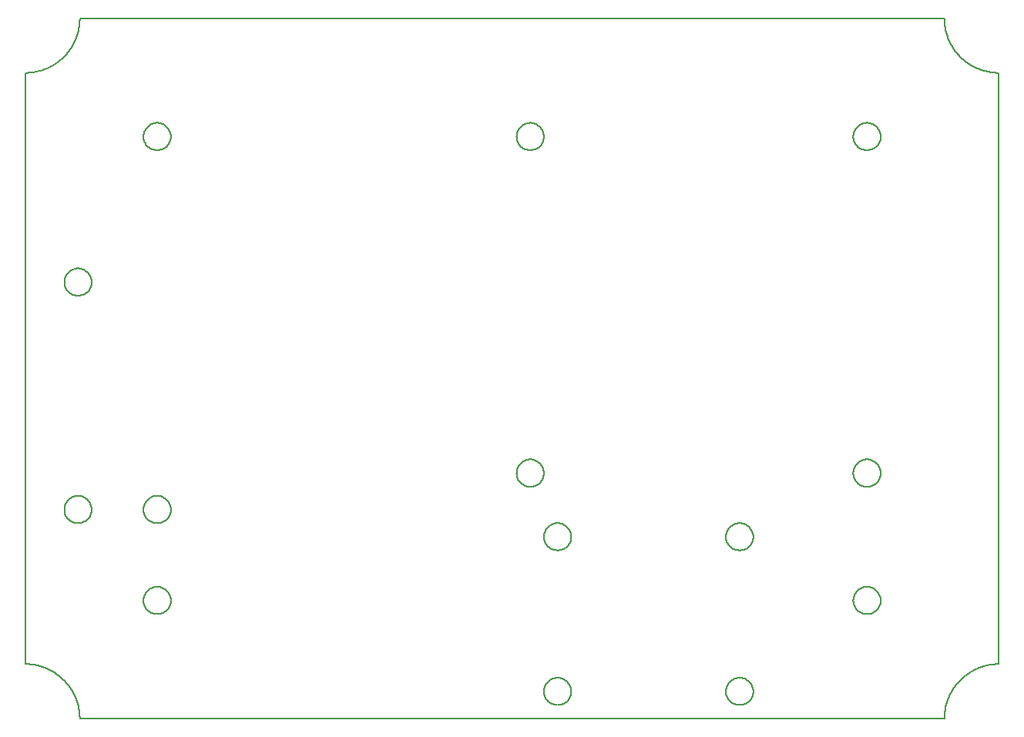
<source format=gm1>
G04 MADE WITH FRITZING*
G04 WWW.FRITZING.ORG*
G04 DOUBLE SIDED*
G04 HOLES PLATED*
G04 CONTOUR ON CENTER OF CONTOUR VECTOR*
%ASAXBY*%
%FSLAX23Y23*%
%MOIN*%
%OFA0B0*%
%SFA1.0B1.0*%
%ADD10C,0.019685*%
%ADD10C,0.008*%
%LNCONTOUR*%
G90*
G70*
G54D10*
G54D10*
X3976Y2D02*
X3976Y4D01*
X3976Y5D01*
X3976Y7D01*
X3976Y8D01*
X3976Y10D01*
X3976Y11D01*
X3976Y13D01*
X3976Y14D01*
X3976Y16D01*
X3976Y17D01*
X3977Y19D01*
X3977Y20D01*
X3977Y22D01*
X3977Y23D01*
X3977Y25D01*
X3977Y26D01*
X3977Y28D01*
X3978Y29D01*
X3978Y31D01*
X3978Y32D01*
X3978Y34D01*
X3978Y35D01*
X3979Y36D01*
X3979Y38D01*
X3979Y39D01*
X3979Y41D01*
X3980Y42D01*
X3980Y44D01*
X3980Y45D01*
X3980Y47D01*
X3981Y48D01*
X3981Y50D01*
X3981Y51D01*
X3982Y53D01*
X3982Y54D01*
X3982Y55D01*
X3983Y57D01*
X3983Y58D01*
X3983Y60D01*
X3984Y61D01*
X3984Y63D01*
X3984Y64D01*
X3985Y65D01*
X3985Y67D01*
X3986Y68D01*
X3986Y70D01*
X3987Y71D01*
X3987Y73D01*
X3987Y74D01*
X3988Y75D01*
X3988Y77D01*
X3989Y78D01*
X3989Y80D01*
X3990Y81D01*
X3990Y82D01*
X3991Y84D01*
X3991Y85D01*
X3992Y87D01*
X3992Y88D01*
X3993Y89D01*
X3994Y91D01*
X3994Y92D01*
X3995Y93D01*
X3995Y95D01*
X3996Y96D01*
X3997Y98D01*
X3997Y99D01*
X3998Y100D01*
X3998Y102D01*
X3999Y103D01*
X4000Y104D01*
X4000Y106D01*
X4001Y107D01*
X4002Y108D01*
X4002Y110D01*
X4003Y111D01*
X4004Y112D01*
X4004Y113D01*
X4005Y115D01*
X4006Y116D01*
X4007Y117D01*
X4007Y119D01*
X4008Y120D01*
X4009Y121D01*
X4010Y123D01*
X4010Y124D01*
X4011Y125D01*
X4012Y126D01*
X4013Y128D01*
X4013Y129D01*
X4014Y130D01*
X4015Y131D01*
X4016Y133D01*
X4017Y134D01*
X4018Y135D01*
X4018Y136D01*
X4019Y137D01*
X4020Y139D01*
X4021Y140D01*
X4022Y141D01*
X4023Y142D01*
X4024Y143D01*
X4025Y145D01*
X4025Y146D01*
X4026Y147D01*
X4027Y148D01*
X4028Y149D01*
X4029Y150D01*
X4030Y152D01*
X4031Y153D01*
X4032Y154D01*
X4033Y155D01*
X4034Y156D01*
X4035Y157D01*
X4036Y158D01*
X4037Y159D01*
X4038Y161D01*
X4039Y162D01*
X4040Y163D01*
X4041Y164D01*
X4042Y165D01*
X4043Y166D01*
X4044Y167D01*
X4045Y168D01*
X4046Y169D01*
X4047Y170D01*
X4048Y171D01*
X4049Y172D01*
X4050Y173D01*
X4051Y174D01*
X4053Y175D01*
X4054Y176D01*
X4055Y177D01*
X4056Y178D01*
X4057Y179D01*
X4058Y180D01*
X4059Y181D01*
X4060Y182D01*
X4062Y183D01*
X4063Y184D01*
X4064Y185D01*
X4065Y186D01*
X4066Y187D01*
X4067Y188D01*
X4068Y189D01*
X4070Y189D01*
X4071Y190D01*
X4072Y191D01*
X4073Y192D01*
X4074Y193D01*
X4076Y194D01*
X4077Y195D01*
X4078Y196D01*
X4079Y196D01*
X4081Y197D01*
X4082Y198D01*
X4083Y199D01*
X4084Y200D01*
X4086Y200D01*
X4087Y201D01*
X4088Y202D01*
X4089Y203D01*
X4091Y204D01*
X4092Y204D01*
X4093Y205D01*
X4094Y206D01*
X4096Y207D01*
X4097Y207D01*
X4098Y208D01*
X4100Y209D01*
X4101Y209D01*
X4102Y210D01*
X4104Y211D01*
X4105Y211D01*
X4106Y212D01*
X4107Y213D01*
X4109Y213D01*
X4110Y214D01*
X4112Y215D01*
X4113Y215D01*
X4114Y216D01*
X4116Y217D01*
X4117Y217D01*
X4118Y218D01*
X4120Y218D01*
X4121Y219D01*
X4122Y220D01*
X4124Y220D01*
X4125Y221D01*
X4127Y221D01*
X4128Y222D01*
X4129Y222D01*
X4131Y223D01*
X4132Y223D01*
X4133Y224D01*
X4135Y224D01*
X4136Y225D01*
X4138Y225D01*
X4139Y226D01*
X4141Y226D01*
X4142Y227D01*
X4143Y227D01*
X4145Y227D01*
X4146Y228D01*
X4148Y228D01*
X4149Y229D01*
X4150Y229D01*
X4152Y229D01*
X4153Y230D01*
X4155Y230D01*
X4156Y231D01*
X4158Y231D01*
X4159Y231D01*
X4161Y232D01*
X4162Y232D01*
X4163Y232D01*
X4165Y232D01*
X4166Y233D01*
X4168Y233D01*
X4169Y233D01*
X4171Y234D01*
X4172Y234D01*
X4174Y234D01*
X4175Y234D01*
X4177Y235D01*
X4178Y235D01*
X4180Y235D01*
X4181Y235D01*
X4182Y235D01*
X4184Y236D01*
X4185Y236D01*
X4187Y236D01*
X4188Y236D01*
X4190Y236D01*
X4191Y236D01*
X4193Y236D01*
X4194Y237D01*
X4196Y237D01*
X4197Y237D01*
X4199Y237D01*
X4200Y237D01*
X4202Y237D01*
X4203Y237D01*
X4205Y237D01*
X4206Y237D01*
X4208Y237D01*
X4209Y237D01*
X4211Y237D01*
X4212Y237D01*
X4212Y2796D01*
X4211Y2796D01*
X4209Y2796D01*
X4208Y2796D01*
X4206Y2796D01*
X4205Y2796D01*
X4203Y2796D01*
X4202Y2796D01*
X4200Y2797D01*
X4199Y2797D01*
X4197Y2797D01*
X4196Y2797D01*
X4194Y2797D01*
X4193Y2797D01*
X4191Y2797D01*
X4190Y2797D01*
X4188Y2797D01*
X4187Y2798D01*
X4185Y2798D01*
X4184Y2798D01*
X4182Y2798D01*
X4181Y2798D01*
X4180Y2799D01*
X4178Y2799D01*
X4177Y2799D01*
X4175Y2799D01*
X4174Y2799D01*
X4172Y2800D01*
X4171Y2800D01*
X4169Y2800D01*
X4168Y2800D01*
X4166Y2801D01*
X4165Y2801D01*
X4163Y2801D01*
X4162Y2802D01*
X4161Y2802D01*
X4159Y2802D01*
X4158Y2803D01*
X4156Y2803D01*
X4155Y2803D01*
X4153Y2804D01*
X4152Y2804D01*
X4150Y2804D01*
X4149Y2805D01*
X4148Y2805D01*
X4146Y2806D01*
X4145Y2806D01*
X4143Y2806D01*
X4142Y2807D01*
X4141Y2807D01*
X4139Y2808D01*
X4138Y2808D01*
X4136Y2809D01*
X4135Y2809D01*
X4133Y2810D01*
X4132Y2810D01*
X4131Y2811D01*
X4129Y2811D01*
X4128Y2812D01*
X4127Y2812D01*
X4125Y2813D01*
X4124Y2813D01*
X4122Y2814D01*
X4121Y2815D01*
X4120Y2815D01*
X4118Y2816D01*
X4117Y2816D01*
X4116Y2817D01*
X4114Y2818D01*
X4113Y2818D01*
X4112Y2819D01*
X4110Y2819D01*
X4109Y2820D01*
X4107Y2821D01*
X4106Y2821D01*
X4105Y2822D01*
X4104Y2823D01*
X4102Y2823D01*
X4101Y2824D01*
X4100Y2825D01*
X4098Y2825D01*
X4097Y2826D01*
X4096Y2827D01*
X4094Y2828D01*
X4093Y2828D01*
X4092Y2829D01*
X4091Y2830D01*
X4089Y2831D01*
X4088Y2831D01*
X4087Y2832D01*
X4086Y2833D01*
X4084Y2834D01*
X4083Y2835D01*
X4082Y2835D01*
X4081Y2836D01*
X4079Y2837D01*
X4078Y2838D01*
X4077Y2839D01*
X4076Y2840D01*
X4074Y2841D01*
X4073Y2841D01*
X4072Y2842D01*
X4071Y2843D01*
X4070Y2844D01*
X4068Y2845D01*
X4067Y2846D01*
X4066Y2847D01*
X4065Y2848D01*
X4064Y2849D01*
X4063Y2850D01*
X4062Y2850D01*
X4060Y2851D01*
X4059Y2852D01*
X4058Y2853D01*
X4057Y2854D01*
X4056Y2855D01*
X4055Y2856D01*
X4054Y2857D01*
X4053Y2858D01*
X4051Y2859D01*
X4050Y2860D01*
X4049Y2861D01*
X4048Y2862D01*
X4047Y2863D01*
X4046Y2864D01*
X4045Y2865D01*
X4044Y2867D01*
X4043Y2868D01*
X4042Y2869D01*
X4041Y2870D01*
X4040Y2871D01*
X4039Y2872D01*
X4038Y2873D01*
X4037Y2874D01*
X4036Y2875D01*
X4035Y2876D01*
X4034Y2877D01*
X4033Y2879D01*
X4032Y2880D01*
X4031Y2881D01*
X4030Y2882D01*
X4029Y2883D01*
X4028Y2884D01*
X4027Y2885D01*
X4026Y2887D01*
X4025Y2888D01*
X4025Y2889D01*
X4024Y2890D01*
X4023Y2891D01*
X4022Y2892D01*
X4021Y2894D01*
X4020Y2895D01*
X4019Y2896D01*
X4018Y2897D01*
X4018Y2898D01*
X4017Y2900D01*
X4016Y2901D01*
X4015Y2902D01*
X4014Y2903D01*
X4013Y2905D01*
X4013Y2906D01*
X4012Y2907D01*
X4011Y2908D01*
X4010Y2910D01*
X4010Y2911D01*
X4009Y2912D01*
X4008Y2914D01*
X4007Y2915D01*
X4007Y2916D01*
X4006Y2917D01*
X4005Y2919D01*
X4004Y2920D01*
X4004Y2921D01*
X4003Y2923D01*
X4002Y2924D01*
X4002Y2925D01*
X4001Y2927D01*
X4000Y2928D01*
X4000Y2929D01*
X3999Y2931D01*
X3998Y2932D01*
X3998Y2933D01*
X3997Y2935D01*
X3997Y2936D01*
X3996Y2937D01*
X3995Y2939D01*
X3995Y2940D01*
X3994Y2941D01*
X3994Y2943D01*
X3993Y2944D01*
X3992Y2946D01*
X3992Y2947D01*
X3991Y2948D01*
X3991Y2950D01*
X3990Y2951D01*
X3990Y2952D01*
X3989Y2954D01*
X3989Y2955D01*
X3988Y2957D01*
X3988Y2958D01*
X3987Y2959D01*
X3987Y2961D01*
X3987Y2962D01*
X3986Y2964D01*
X3986Y2965D01*
X3985Y2967D01*
X3985Y2968D01*
X3984Y2969D01*
X3984Y2971D01*
X3984Y2972D01*
X3983Y2974D01*
X3983Y2975D01*
X3983Y2977D01*
X3982Y2978D01*
X3982Y2980D01*
X3982Y2981D01*
X3981Y2982D01*
X3981Y2984D01*
X3981Y2985D01*
X3980Y2987D01*
X3980Y2988D01*
X3980Y2990D01*
X3980Y2991D01*
X3979Y2993D01*
X3979Y2994D01*
X3979Y2996D01*
X3979Y2997D01*
X3978Y2998D01*
X3978Y3000D01*
X3978Y3001D01*
X3978Y3003D01*
X3978Y3004D01*
X3977Y3006D01*
X3977Y3007D01*
X3977Y3009D01*
X3977Y3010D01*
X3977Y3012D01*
X3977Y3013D01*
X3977Y3015D01*
X3976Y3016D01*
X3976Y3018D01*
X3976Y3019D01*
X3976Y3021D01*
X3976Y3022D01*
X3976Y3024D01*
X3976Y3025D01*
X3976Y3027D01*
X3976Y3028D01*
X3976Y3030D01*
X3976Y3031D01*
X3976Y3032D01*
X236Y3032D01*
X236Y3031D01*
X236Y3030D01*
X236Y3028D01*
X236Y3027D01*
X236Y3025D01*
X236Y3024D01*
X235Y3022D01*
X235Y3021D01*
X235Y3019D01*
X235Y3018D01*
X235Y3016D01*
X235Y3015D01*
X235Y3013D01*
X235Y3012D01*
X235Y3010D01*
X235Y3009D01*
X234Y3007D01*
X234Y3006D01*
X234Y3004D01*
X234Y3003D01*
X234Y3001D01*
X233Y3000D01*
X233Y2998D01*
X233Y2997D01*
X233Y2996D01*
X233Y2994D01*
X232Y2993D01*
X232Y2991D01*
X232Y2990D01*
X232Y2988D01*
X231Y2987D01*
X231Y2985D01*
X231Y2984D01*
X230Y2982D01*
X230Y2981D01*
X230Y2980D01*
X229Y2978D01*
X229Y2977D01*
X229Y2975D01*
X228Y2974D01*
X228Y2972D01*
X228Y2971D01*
X227Y2969D01*
X227Y2968D01*
X226Y2967D01*
X226Y2965D01*
X225Y2964D01*
X225Y2962D01*
X225Y2961D01*
X224Y2959D01*
X224Y2958D01*
X223Y2957D01*
X223Y2955D01*
X222Y2954D01*
X222Y2952D01*
X221Y2951D01*
X221Y2950D01*
X220Y2948D01*
X220Y2947D01*
X219Y2946D01*
X219Y2944D01*
X218Y2943D01*
X217Y2941D01*
X217Y2940D01*
X216Y2939D01*
X216Y2937D01*
X215Y2936D01*
X214Y2935D01*
X214Y2933D01*
X213Y2932D01*
X213Y2931D01*
X212Y2929D01*
X211Y2928D01*
X211Y2927D01*
X210Y2925D01*
X209Y2924D01*
X209Y2923D01*
X208Y2921D01*
X207Y2920D01*
X207Y2919D01*
X206Y2917D01*
X205Y2916D01*
X204Y2915D01*
X204Y2914D01*
X203Y2912D01*
X202Y2911D01*
X201Y2910D01*
X201Y2908D01*
X200Y2907D01*
X199Y2906D01*
X198Y2905D01*
X197Y2903D01*
X197Y2902D01*
X196Y2901D01*
X195Y2900D01*
X194Y2898D01*
X193Y2897D01*
X192Y2896D01*
X191Y2895D01*
X191Y2894D01*
X190Y2892D01*
X189Y2891D01*
X188Y2890D01*
X187Y2889D01*
X186Y2888D01*
X185Y2887D01*
X184Y2885D01*
X183Y2884D01*
X182Y2883D01*
X182Y2882D01*
X181Y2881D01*
X180Y2880D01*
X179Y2879D01*
X178Y2877D01*
X177Y2876D01*
X176Y2875D01*
X175Y2874D01*
X174Y2873D01*
X173Y2872D01*
X172Y2871D01*
X171Y2870D01*
X170Y2869D01*
X169Y2868D01*
X168Y2867D01*
X167Y2865D01*
X165Y2864D01*
X164Y2863D01*
X163Y2862D01*
X162Y2861D01*
X161Y2860D01*
X160Y2859D01*
X159Y2858D01*
X158Y2857D01*
X157Y2856D01*
X156Y2855D01*
X155Y2854D01*
X153Y2853D01*
X152Y2852D01*
X151Y2851D01*
X150Y2850D01*
X149Y2850D01*
X148Y2849D01*
X147Y2848D01*
X145Y2847D01*
X144Y2846D01*
X143Y2845D01*
X142Y2844D01*
X141Y2843D01*
X140Y2842D01*
X138Y2841D01*
X137Y2841D01*
X136Y2840D01*
X135Y2839D01*
X134Y2838D01*
X132Y2837D01*
X131Y2836D01*
X130Y2835D01*
X129Y2835D01*
X127Y2834D01*
X126Y2833D01*
X125Y2832D01*
X124Y2831D01*
X122Y2831D01*
X121Y2830D01*
X120Y2829D01*
X118Y2828D01*
X117Y2828D01*
X116Y2827D01*
X115Y2826D01*
X113Y2825D01*
X112Y2825D01*
X111Y2824D01*
X109Y2823D01*
X108Y2823D01*
X107Y2822D01*
X105Y2821D01*
X104Y2821D01*
X103Y2820D01*
X101Y2819D01*
X100Y2819D01*
X99Y2818D01*
X97Y2818D01*
X96Y2817D01*
X95Y2816D01*
X93Y2816D01*
X92Y2815D01*
X91Y2815D01*
X89Y2814D01*
X88Y2813D01*
X86Y2813D01*
X85Y2812D01*
X84Y2812D01*
X82Y2811D01*
X81Y2811D01*
X80Y2810D01*
X78Y2810D01*
X77Y2809D01*
X75Y2809D01*
X74Y2808D01*
X72Y2808D01*
X71Y2807D01*
X70Y2807D01*
X68Y2806D01*
X67Y2806D01*
X65Y2806D01*
X64Y2805D01*
X63Y2805D01*
X61Y2804D01*
X60Y2804D01*
X58Y2804D01*
X57Y2803D01*
X55Y2803D01*
X54Y2803D01*
X52Y2802D01*
X51Y2802D01*
X50Y2802D01*
X48Y2801D01*
X47Y2801D01*
X45Y2801D01*
X44Y2800D01*
X42Y2800D01*
X41Y2800D01*
X39Y2800D01*
X38Y2799D01*
X36Y2799D01*
X35Y2799D01*
X34Y2799D01*
X32Y2799D01*
X31Y2798D01*
X29Y2798D01*
X28Y2798D01*
X26Y2798D01*
X25Y2798D01*
X23Y2797D01*
X22Y2797D01*
X20Y2797D01*
X19Y2797D01*
X17Y2797D01*
X16Y2797D01*
X14Y2797D01*
X13Y2797D01*
X11Y2797D01*
X10Y2796D01*
X8Y2796D01*
X7Y2796D01*
X5Y2796D01*
X4Y2796D01*
X2Y2796D01*
X1Y2796D01*
X0Y2796D01*
X0Y237D01*
X1Y237D01*
X2Y237D01*
X4Y237D01*
X5Y237D01*
X7Y237D01*
X8Y237D01*
X10Y237D01*
X11Y237D01*
X13Y237D01*
X14Y237D01*
X16Y237D01*
X17Y237D01*
X19Y236D01*
X20Y236D01*
X22Y236D01*
X23Y236D01*
X25Y236D01*
X26Y236D01*
X28Y236D01*
X29Y235D01*
X31Y235D01*
X32Y235D01*
X34Y235D01*
X35Y235D01*
X36Y234D01*
X38Y234D01*
X39Y234D01*
X41Y234D01*
X42Y233D01*
X44Y233D01*
X45Y233D01*
X47Y232D01*
X48Y232D01*
X50Y232D01*
X51Y232D01*
X52Y231D01*
X54Y231D01*
X55Y231D01*
X57Y230D01*
X58Y230D01*
X60Y229D01*
X61Y229D01*
X63Y229D01*
X64Y228D01*
X65Y228D01*
X67Y227D01*
X68Y227D01*
X70Y227D01*
X71Y226D01*
X72Y226D01*
X74Y225D01*
X75Y225D01*
X77Y224D01*
X78Y224D01*
X80Y223D01*
X81Y223D01*
X82Y222D01*
X84Y222D01*
X85Y221D01*
X86Y221D01*
X88Y220D01*
X89Y220D01*
X91Y219D01*
X92Y218D01*
X93Y218D01*
X95Y217D01*
X96Y217D01*
X97Y216D01*
X99Y215D01*
X100Y215D01*
X101Y214D01*
X103Y213D01*
X104Y213D01*
X105Y212D01*
X107Y211D01*
X108Y211D01*
X109Y210D01*
X111Y209D01*
X112Y209D01*
X113Y208D01*
X115Y207D01*
X116Y207D01*
X117Y206D01*
X118Y205D01*
X120Y204D01*
X121Y204D01*
X122Y203D01*
X124Y202D01*
X125Y201D01*
X126Y200D01*
X127Y200D01*
X129Y199D01*
X130Y198D01*
X131Y197D01*
X132Y196D01*
X134Y196D01*
X135Y195D01*
X136Y194D01*
X137Y193D01*
X138Y192D01*
X140Y191D01*
X141Y190D01*
X142Y189D01*
X143Y189D01*
X144Y188D01*
X145Y187D01*
X147Y186D01*
X148Y185D01*
X149Y184D01*
X150Y183D01*
X151Y182D01*
X152Y181D01*
X153Y180D01*
X155Y179D01*
X156Y178D01*
X157Y177D01*
X158Y176D01*
X159Y175D01*
X160Y174D01*
X161Y173D01*
X162Y172D01*
X163Y171D01*
X164Y170D01*
X165Y169D01*
X167Y168D01*
X168Y167D01*
X169Y166D01*
X170Y165D01*
X171Y164D01*
X172Y163D01*
X173Y162D01*
X174Y161D01*
X175Y159D01*
X176Y158D01*
X177Y157D01*
X178Y156D01*
X179Y155D01*
X180Y154D01*
X181Y153D01*
X182Y152D01*
X182Y150D01*
X183Y149D01*
X184Y148D01*
X185Y147D01*
X186Y146D01*
X187Y145D01*
X188Y143D01*
X189Y142D01*
X190Y141D01*
X191Y140D01*
X191Y139D01*
X192Y137D01*
X193Y136D01*
X194Y135D01*
X195Y134D01*
X196Y133D01*
X197Y131D01*
X197Y130D01*
X198Y129D01*
X199Y128D01*
X200Y126D01*
X201Y125D01*
X201Y124D01*
X202Y123D01*
X203Y121D01*
X204Y120D01*
X204Y119D01*
X205Y117D01*
X206Y116D01*
X207Y115D01*
X207Y113D01*
X208Y112D01*
X209Y111D01*
X209Y110D01*
X210Y108D01*
X211Y107D01*
X211Y106D01*
X212Y104D01*
X213Y103D01*
X213Y102D01*
X214Y100D01*
X214Y99D01*
X215Y98D01*
X216Y96D01*
X216Y95D01*
X217Y93D01*
X217Y92D01*
X218Y91D01*
X219Y89D01*
X219Y88D01*
X220Y87D01*
X220Y85D01*
X221Y84D01*
X221Y82D01*
X222Y81D01*
X222Y80D01*
X223Y78D01*
X223Y77D01*
X224Y75D01*
X224Y74D01*
X225Y73D01*
X225Y71D01*
X225Y70D01*
X226Y68D01*
X226Y67D01*
X227Y65D01*
X227Y64D01*
X228Y63D01*
X228Y61D01*
X228Y60D01*
X229Y58D01*
X229Y57D01*
X229Y55D01*
X230Y54D01*
X230Y53D01*
X230Y51D01*
X231Y50D01*
X231Y48D01*
X231Y47D01*
X232Y45D01*
X232Y44D01*
X232Y42D01*
X232Y41D01*
X233Y39D01*
X233Y38D01*
X233Y36D01*
X233Y35D01*
X233Y34D01*
X234Y32D01*
X234Y31D01*
X234Y29D01*
X234Y28D01*
X234Y26D01*
X235Y25D01*
X235Y23D01*
X235Y22D01*
X235Y20D01*
X235Y19D01*
X235Y17D01*
X235Y16D01*
X235Y14D01*
X235Y13D01*
X235Y11D01*
X236Y10D01*
X236Y8D01*
X236Y7D01*
X236Y5D01*
X236Y4D01*
X236Y2D01*
X236Y1D01*
X3976Y1D01*
D02*
X2184Y2462D02*
X2184Y2462D01*
X2183Y2462D01*
X2183Y2462D01*
X2183Y2462D01*
X2182Y2462D01*
X2182Y2462D01*
X2182Y2462D01*
X2181Y2462D01*
X2181Y2462D01*
X2180Y2462D01*
X2180Y2462D01*
X2180Y2462D01*
X2179Y2462D01*
X2179Y2462D01*
X2179Y2462D01*
X2178Y2462D01*
X2178Y2462D01*
X2178Y2462D01*
X2177Y2462D01*
X2177Y2462D01*
X2176Y2462D01*
X2176Y2462D01*
X2176Y2462D01*
X2175Y2462D01*
X2175Y2462D01*
X2175Y2462D01*
X2174Y2463D01*
X2174Y2463D01*
X2173Y2463D01*
X2173Y2463D01*
X2173Y2463D01*
X2172Y2463D01*
X2172Y2463D01*
X2172Y2463D01*
X2171Y2463D01*
X2171Y2463D01*
X2171Y2463D01*
X2170Y2463D01*
X2170Y2463D01*
X2169Y2464D01*
X2169Y2464D01*
X2169Y2464D01*
X2168Y2464D01*
X2168Y2464D01*
X2168Y2464D01*
X2167Y2464D01*
X2167Y2464D01*
X2167Y2464D01*
X2166Y2465D01*
X2166Y2465D01*
X2166Y2465D01*
X2165Y2465D01*
X2165Y2465D01*
X2165Y2465D01*
X2164Y2465D01*
X2164Y2465D01*
X2163Y2466D01*
X2163Y2466D01*
X2163Y2466D01*
X2162Y2466D01*
X2162Y2466D01*
X2162Y2466D01*
X2161Y2466D01*
X2161Y2466D01*
X2161Y2467D01*
X2160Y2467D01*
X2160Y2467D01*
X2159Y2467D01*
X2159Y2468D01*
X2158Y2468D01*
X2158Y2468D01*
X2158Y2468D01*
X2157Y2468D01*
X2157Y2468D01*
X2157Y2469D01*
X2156Y2469D01*
X2156Y2469D01*
X2156Y2469D01*
X2155Y2469D01*
X2155Y2469D01*
X2155Y2470D01*
X2154Y2470D01*
X2154Y2470D01*
X2154Y2470D01*
X2153Y2471D01*
X2153Y2471D01*
X2152Y2471D01*
X2152Y2471D01*
X2151Y2472D01*
X2151Y2472D01*
X2151Y2472D01*
X2150Y2472D01*
X2150Y2473D01*
X2150Y2473D01*
X2149Y2473D01*
X2149Y2474D01*
X2149Y2474D01*
X2148Y2474D01*
X2148Y2474D01*
X2148Y2474D01*
X2147Y2475D01*
X2147Y2475D01*
X2147Y2475D01*
X2146Y2476D01*
X2146Y2476D01*
X2145Y2476D01*
X2145Y2477D01*
X2145Y2477D01*
X2145Y2477D01*
X2144Y2477D01*
X2144Y2478D01*
X2144Y2478D01*
X2144Y2478D01*
X2143Y2478D01*
X2143Y2479D01*
X2143Y2479D01*
X2143Y2479D01*
X2142Y2479D01*
X2142Y2480D01*
X2142Y2480D01*
X2141Y2480D01*
X2141Y2481D01*
X2141Y2481D01*
X2141Y2481D01*
X2140Y2481D01*
X2140Y2482D01*
X2140Y2482D01*
X2140Y2482D01*
X2139Y2483D01*
X2139Y2483D01*
X2139Y2483D01*
X2138Y2484D01*
X2138Y2484D01*
X2138Y2484D01*
X2138Y2485D01*
X2137Y2485D01*
X2137Y2485D01*
X2137Y2486D01*
X2137Y2486D01*
X2136Y2487D01*
X2136Y2487D01*
X2136Y2487D01*
X2136Y2487D01*
X2135Y2488D01*
X2135Y2488D01*
X2135Y2489D01*
X2134Y2489D01*
X2134Y2490D01*
X2134Y2490D01*
X2134Y2491D01*
X2134Y2491D01*
X2133Y2491D01*
X2133Y2492D01*
X2133Y2492D01*
X2133Y2492D01*
X2133Y2493D01*
X2132Y2493D01*
X2132Y2493D01*
X2132Y2494D01*
X2132Y2494D01*
X2132Y2494D01*
X2132Y2495D01*
X2131Y2495D01*
X2131Y2495D01*
X2131Y2496D01*
X2131Y2497D01*
X2130Y2497D01*
X2130Y2497D01*
X2130Y2498D01*
X2130Y2498D01*
X2130Y2498D01*
X2130Y2499D01*
X2130Y2499D01*
X2130Y2499D01*
X2129Y2500D01*
X2129Y2500D01*
X2129Y2500D01*
X2129Y2501D01*
X2129Y2501D01*
X2129Y2501D01*
X2129Y2502D01*
X2128Y2502D01*
X2128Y2502D01*
X2128Y2503D01*
X2128Y2503D01*
X2128Y2503D01*
X2128Y2504D01*
X2128Y2504D01*
X2128Y2505D01*
X2128Y2505D01*
X2128Y2505D01*
X2127Y2506D01*
X2127Y2506D01*
X2127Y2506D01*
X2127Y2507D01*
X2127Y2507D01*
X2127Y2507D01*
X2127Y2508D01*
X2127Y2508D01*
X2127Y2509D01*
X2127Y2509D01*
X2127Y2509D01*
X2127Y2510D01*
X2126Y2510D01*
X2126Y2510D01*
X2126Y2511D01*
X2126Y2511D01*
X2126Y2511D01*
X2126Y2512D01*
X2126Y2512D01*
X2126Y2513D01*
X2126Y2513D01*
X2126Y2513D01*
X2126Y2514D01*
X2126Y2514D01*
X2126Y2514D01*
X2126Y2515D01*
X2126Y2515D01*
X2126Y2515D01*
X2126Y2516D01*
X2126Y2516D01*
X2126Y2517D01*
X2126Y2517D01*
X2126Y2517D01*
X2126Y2518D01*
X2126Y2518D01*
X2126Y2518D01*
X2126Y2519D01*
X2126Y2519D01*
X2126Y2520D01*
X2125Y2520D01*
X2125Y2520D01*
X2125Y2521D01*
X2125Y2521D01*
X2125Y2521D01*
X2126Y2522D01*
X2126Y2522D01*
X2126Y2523D01*
X2126Y2523D01*
X2126Y2523D01*
X2126Y2524D01*
X2126Y2524D01*
X2126Y2524D01*
X2126Y2525D01*
X2126Y2525D01*
X2126Y2525D01*
X2126Y2526D01*
X2126Y2526D01*
X2126Y2527D01*
X2126Y2527D01*
X2126Y2527D01*
X2126Y2528D01*
X2126Y2528D01*
X2126Y2528D01*
X2126Y2529D01*
X2126Y2529D01*
X2126Y2530D01*
X2126Y2530D01*
X2126Y2530D01*
X2126Y2531D01*
X2126Y2531D01*
X2126Y2531D01*
X2127Y2532D01*
X2127Y2532D01*
X2127Y2532D01*
X2127Y2533D01*
X2127Y2533D01*
X2127Y2534D01*
X2127Y2534D01*
X2127Y2534D01*
X2127Y2535D01*
X2127Y2535D01*
X2127Y2535D01*
X2127Y2536D01*
X2128Y2536D01*
X2128Y2536D01*
X2128Y2537D01*
X2128Y2537D01*
X2128Y2538D01*
X2128Y2538D01*
X2128Y2538D01*
X2128Y2539D01*
X2128Y2539D01*
X2128Y2539D01*
X2129Y2540D01*
X2129Y2540D01*
X2129Y2540D01*
X2129Y2541D01*
X2129Y2541D01*
X2129Y2541D01*
X2129Y2542D01*
X2130Y2542D01*
X2130Y2542D01*
X2130Y2543D01*
X2130Y2543D01*
X2130Y2543D01*
X2130Y2544D01*
X2130Y2544D01*
X2130Y2544D01*
X2131Y2545D01*
X2131Y2545D01*
X2131Y2546D01*
X2131Y2546D01*
X2132Y2547D01*
X2132Y2547D01*
X2132Y2547D01*
X2132Y2548D01*
X2132Y2548D01*
X2132Y2548D01*
X2133Y2549D01*
X2133Y2549D01*
X2133Y2549D01*
X2133Y2550D01*
X2133Y2550D01*
X2134Y2550D01*
X2134Y2551D01*
X2134Y2551D01*
X2134Y2552D01*
X2134Y2552D01*
X2135Y2552D01*
X2135Y2553D01*
X2135Y2553D01*
X2135Y2553D01*
X2136Y2554D01*
X2136Y2554D01*
X2136Y2554D01*
X2136Y2555D01*
X2137Y2555D01*
X2137Y2555D01*
X2137Y2556D01*
X2137Y2556D01*
X2137Y2556D01*
X2138Y2557D01*
X2138Y2557D01*
X2138Y2557D01*
X2138Y2557D01*
X2139Y2558D01*
X2139Y2558D01*
X2139Y2559D01*
X2140Y2559D01*
X2140Y2559D01*
X2140Y2559D01*
X2140Y2560D01*
X2141Y2560D01*
X2141Y2561D01*
X2141Y2561D01*
X2141Y2561D01*
X2142Y2561D01*
X2142Y2562D01*
X2142Y2562D01*
X2143Y2562D01*
X2143Y2562D01*
X2143Y2563D01*
X2143Y2563D01*
X2144Y2563D01*
X2144Y2563D01*
X2144Y2564D01*
X2145Y2564D01*
X2145Y2565D01*
X2145Y2565D01*
X2146Y2565D01*
X2146Y2565D01*
X2146Y2566D01*
X2147Y2566D01*
X2147Y2566D01*
X2147Y2566D01*
X2147Y2567D01*
X2148Y2567D01*
X2148Y2567D01*
X2148Y2567D01*
X2149Y2568D01*
X2149Y2568D01*
X2149Y2568D01*
X2150Y2568D01*
X2150Y2569D01*
X2150Y2569D01*
X2151Y2569D01*
X2151Y2569D01*
X2151Y2570D01*
X2152Y2570D01*
X2152Y2570D01*
X2152Y2570D01*
X2153Y2570D01*
X2153Y2571D01*
X2153Y2571D01*
X2154Y2571D01*
X2154Y2571D01*
X2154Y2571D01*
X2154Y2572D01*
X2155Y2572D01*
X2155Y2572D01*
X2155Y2572D01*
X2156Y2572D01*
X2156Y2572D01*
X2156Y2573D01*
X2157Y2573D01*
X2157Y2573D01*
X2157Y2573D01*
X2158Y2573D01*
X2158Y2573D01*
X2158Y2574D01*
X2159Y2574D01*
X2159Y2574D01*
X2159Y2574D01*
X2160Y2574D01*
X2160Y2574D01*
X2160Y2575D01*
X2161Y2575D01*
X2161Y2575D01*
X2161Y2575D01*
X2162Y2575D01*
X2162Y2575D01*
X2162Y2575D01*
X2163Y2576D01*
X2163Y2576D01*
X2163Y2576D01*
X2164Y2576D01*
X2164Y2576D01*
X2165Y2576D01*
X2165Y2576D01*
X2165Y2576D01*
X2166Y2577D01*
X2166Y2577D01*
X2166Y2577D01*
X2167Y2577D01*
X2167Y2577D01*
X2167Y2577D01*
X2168Y2577D01*
X2168Y2577D01*
X2168Y2577D01*
X2169Y2578D01*
X2169Y2578D01*
X2169Y2578D01*
X2170Y2578D01*
X2170Y2578D01*
X2171Y2578D01*
X2171Y2578D01*
X2171Y2578D01*
X2172Y2578D01*
X2172Y2578D01*
X2172Y2578D01*
X2173Y2579D01*
X2173Y2579D01*
X2173Y2579D01*
X2174Y2579D01*
X2174Y2579D01*
X2175Y2579D01*
X2175Y2579D01*
X2175Y2579D01*
X2176Y2579D01*
X2176Y2579D01*
X2176Y2579D01*
X2177Y2579D01*
X2177Y2579D01*
X2178Y2579D01*
X2178Y2579D01*
X2178Y2579D01*
X2179Y2579D01*
X2179Y2579D01*
X2179Y2580D01*
X2180Y2580D01*
X2180Y2580D01*
X2180Y2580D01*
X2181Y2580D01*
X2181Y2580D01*
X2182Y2580D01*
X2182Y2580D01*
X2182Y2580D01*
X2183Y2580D01*
X2183Y2580D01*
X2183Y2580D01*
X2184Y2580D01*
X2184Y2580D01*
X2185Y2580D01*
X2185Y2580D01*
X2185Y2580D01*
X2186Y2580D01*
X2186Y2580D01*
X2186Y2580D01*
X2187Y2580D01*
X2187Y2580D01*
X2188Y2580D01*
X2188Y2580D01*
X2188Y2580D01*
X2189Y2580D01*
X2189Y2580D01*
X2189Y2580D01*
X2190Y2580D01*
X2190Y2579D01*
X2190Y2579D01*
X2191Y2579D01*
X2191Y2579D01*
X2192Y2579D01*
X2192Y2579D01*
X2192Y2579D01*
X2193Y2579D01*
X2193Y2579D01*
X2193Y2579D01*
X2194Y2579D01*
X2194Y2579D01*
X2195Y2579D01*
X2195Y2579D01*
X2195Y2579D01*
X2196Y2579D01*
X2196Y2579D01*
X2196Y2579D01*
X2197Y2578D01*
X2197Y2578D01*
X2197Y2578D01*
X2198Y2578D01*
X2198Y2578D01*
X2199Y2578D01*
X2199Y2578D01*
X2199Y2578D01*
X2200Y2578D01*
X2200Y2578D01*
X2200Y2578D01*
X2201Y2577D01*
X2201Y2577D01*
X2201Y2577D01*
X2202Y2577D01*
X2202Y2577D01*
X2202Y2577D01*
X2203Y2577D01*
X2203Y2577D01*
X2203Y2577D01*
X2204Y2576D01*
X2204Y2576D01*
X2205Y2576D01*
X2205Y2576D01*
X2205Y2576D01*
X2206Y2576D01*
X2206Y2576D01*
X2206Y2576D01*
X2207Y2575D01*
X2207Y2575D01*
X2207Y2575D01*
X2208Y2575D01*
X2208Y2575D01*
X2208Y2575D01*
X2209Y2575D01*
X2209Y2574D01*
X2209Y2574D01*
X2210Y2574D01*
X2210Y2574D01*
X2210Y2574D01*
X2211Y2574D01*
X2211Y2573D01*
X2211Y2573D01*
X2212Y2573D01*
X2212Y2573D01*
X2212Y2573D01*
X2213Y2573D01*
X2213Y2572D01*
X2213Y2572D01*
X2214Y2572D01*
X2214Y2572D01*
X2214Y2572D01*
X2215Y2572D01*
X2215Y2571D01*
X2215Y2571D01*
X2216Y2571D01*
X2216Y2571D01*
X2216Y2571D01*
X2217Y2570D01*
X2217Y2570D01*
X2217Y2570D01*
X2217Y2570D01*
X2218Y2570D01*
X2218Y2569D01*
X2218Y2569D01*
X2219Y2569D01*
X2219Y2569D01*
X2220Y2568D01*
X2220Y2568D01*
X2220Y2568D01*
X2220Y2568D01*
X2221Y2567D01*
X2221Y2567D01*
X2221Y2567D01*
X2222Y2567D01*
X2222Y2566D01*
X2222Y2566D01*
X2222Y2566D01*
X2223Y2566D01*
X2223Y2565D01*
X2223Y2565D01*
X2224Y2565D01*
X2224Y2565D01*
X2224Y2564D01*
X2224Y2564D01*
X2225Y2564D01*
X2225Y2563D01*
X2226Y2563D01*
X2226Y2563D01*
X2226Y2562D01*
X2227Y2562D01*
X2227Y2562D01*
X2227Y2562D01*
X2227Y2561D01*
X2228Y2561D01*
X2228Y2561D01*
X2228Y2560D01*
X2229Y2560D01*
X2229Y2560D01*
X2229Y2559D01*
X2229Y2559D01*
X2230Y2559D01*
X2230Y2559D01*
X2230Y2558D01*
X2230Y2558D01*
X2231Y2558D01*
X2231Y2557D01*
X2231Y2557D01*
X2231Y2557D01*
X2231Y2557D01*
X2232Y2556D01*
X2232Y2556D01*
X2232Y2556D01*
X2233Y2555D01*
X2233Y2555D01*
X2233Y2554D01*
X2233Y2554D01*
X2233Y2554D01*
X2234Y2554D01*
X2234Y2553D01*
X2234Y2553D01*
X2234Y2553D01*
X2234Y2552D01*
X2235Y2552D01*
X2235Y2552D01*
X2235Y2551D01*
X2235Y2551D01*
X2235Y2551D01*
X2236Y2550D01*
X2236Y2550D01*
X2236Y2550D01*
X2236Y2549D01*
X2236Y2549D01*
X2236Y2549D01*
X2237Y2548D01*
X2237Y2548D01*
X2237Y2548D01*
X2237Y2547D01*
X2237Y2547D01*
X2237Y2547D01*
X2238Y2546D01*
X2238Y2546D01*
X2238Y2546D01*
X2238Y2545D01*
X2238Y2545D01*
X2238Y2545D01*
X2239Y2544D01*
X2239Y2544D01*
X2239Y2543D01*
X2239Y2543D01*
X2239Y2543D01*
X2239Y2542D01*
X2240Y2542D01*
X2240Y2542D01*
X2240Y2541D01*
X2240Y2541D01*
X2240Y2541D01*
X2240Y2540D01*
X2240Y2540D01*
X2240Y2540D01*
X2241Y2539D01*
X2241Y2539D01*
X2241Y2539D01*
X2241Y2538D01*
X2241Y2538D01*
X2241Y2538D01*
X2241Y2537D01*
X2241Y2537D01*
X2241Y2536D01*
X2242Y2536D01*
X2242Y2536D01*
X2242Y2535D01*
X2242Y2535D01*
X2242Y2535D01*
X2242Y2534D01*
X2242Y2534D01*
X2242Y2534D01*
X2242Y2533D01*
X2242Y2533D01*
X2242Y2532D01*
X2242Y2532D01*
X2243Y2532D01*
X2243Y2531D01*
X2243Y2531D01*
X2243Y2531D01*
X2243Y2530D01*
X2243Y2530D01*
X2243Y2530D01*
X2243Y2529D01*
X2243Y2529D01*
X2243Y2528D01*
X2243Y2528D01*
X2243Y2528D01*
X2243Y2527D01*
X2243Y2527D01*
X2243Y2527D01*
X2243Y2526D01*
X2243Y2526D01*
X2243Y2525D01*
X2243Y2525D01*
X2243Y2525D01*
X2243Y2524D01*
X2244Y2524D01*
X2244Y2524D01*
X2244Y2523D01*
X2244Y2523D01*
X2244Y2523D01*
X2244Y2522D01*
X2244Y2522D01*
X2244Y2521D01*
X2244Y2521D01*
X2244Y2521D01*
X2244Y2520D01*
X2244Y2520D01*
X2244Y2520D01*
X2244Y2519D01*
X2244Y2519D01*
X2244Y2518D01*
X2244Y2518D01*
X2244Y2518D01*
X2244Y2517D01*
X2243Y2517D01*
X2243Y2517D01*
X2243Y2516D01*
X2243Y2516D01*
X2243Y2515D01*
X2243Y2515D01*
X2243Y2515D01*
X2243Y2514D01*
X2243Y2514D01*
X2243Y2514D01*
X2243Y2513D01*
X2243Y2513D01*
X2243Y2513D01*
X2243Y2512D01*
X2243Y2512D01*
X2243Y2511D01*
X2243Y2511D01*
X2243Y2511D01*
X2243Y2510D01*
X2243Y2510D01*
X2243Y2510D01*
X2242Y2509D01*
X2242Y2509D01*
X2242Y2509D01*
X2242Y2508D01*
X2242Y2508D01*
X2242Y2507D01*
X2242Y2507D01*
X2242Y2507D01*
X2242Y2506D01*
X2242Y2506D01*
X2242Y2506D01*
X2242Y2505D01*
X2241Y2505D01*
X2241Y2505D01*
X2241Y2504D01*
X2241Y2504D01*
X2241Y2503D01*
X2241Y2503D01*
X2241Y2503D01*
X2241Y2502D01*
X2241Y2502D01*
X2240Y2502D01*
X2240Y2501D01*
X2240Y2501D01*
X2240Y2501D01*
X2240Y2500D01*
X2240Y2500D01*
X2240Y2500D01*
X2240Y2499D01*
X2239Y2499D01*
X2239Y2499D01*
X2239Y2498D01*
X2239Y2498D01*
X2239Y2498D01*
X2239Y2497D01*
X2238Y2497D01*
X2238Y2496D01*
X2238Y2496D01*
X2238Y2496D01*
X2238Y2495D01*
X2238Y2495D01*
X2237Y2495D01*
X2237Y2494D01*
X2237Y2494D01*
X2237Y2494D01*
X2237Y2493D01*
X2237Y2493D01*
X2236Y2493D01*
X2236Y2492D01*
X2236Y2492D01*
X2236Y2492D01*
X2236Y2491D01*
X2236Y2491D01*
X2235Y2491D01*
X2235Y2490D01*
X2235Y2490D01*
X2235Y2490D01*
X2235Y2489D01*
X2234Y2489D01*
X2234Y2488D01*
X2234Y2488D01*
X2234Y2488D01*
X2233Y2487D01*
X2233Y2487D01*
X2233Y2487D01*
X2233Y2487D01*
X2233Y2486D01*
X2232Y2486D01*
X2232Y2485D01*
X2232Y2485D01*
X2231Y2485D01*
X2231Y2484D01*
X2231Y2484D01*
X2231Y2484D01*
X2231Y2484D01*
X2230Y2483D01*
X2230Y2483D01*
X2230Y2483D01*
X2230Y2482D01*
X2229Y2482D01*
X2229Y2482D01*
X2229Y2482D01*
X2229Y2481D01*
X2228Y2481D01*
X2228Y2481D01*
X2227Y2480D01*
X2227Y2480D01*
X2227Y2479D01*
X2227Y2479D01*
X2226Y2479D01*
X2226Y2479D01*
X2226Y2478D01*
X2226Y2478D01*
X2225Y2478D01*
X2225Y2478D01*
X2225Y2477D01*
X2224Y2477D01*
X2224Y2477D01*
X2224Y2476D01*
X2223Y2476D01*
X2223Y2476D01*
X2222Y2475D01*
X2222Y2475D01*
X2222Y2475D01*
X2221Y2474D01*
X2221Y2474D01*
X2221Y2474D01*
X2220Y2474D01*
X2220Y2474D01*
X2220Y2473D01*
X2220Y2473D01*
X2219Y2473D01*
X2219Y2472D01*
X2218Y2472D01*
X2218Y2472D01*
X2218Y2472D01*
X2217Y2471D01*
X2217Y2471D01*
X2217Y2471D01*
X2216Y2471D01*
X2216Y2471D01*
X2216Y2470D01*
X2215Y2470D01*
X2215Y2470D01*
X2215Y2470D01*
X2214Y2470D01*
X2214Y2469D01*
X2214Y2469D01*
X2213Y2469D01*
X2213Y2469D01*
X2213Y2469D01*
X2212Y2469D01*
X2212Y2468D01*
X2212Y2468D01*
X2211Y2468D01*
X2211Y2468D01*
X2211Y2468D01*
X2210Y2468D01*
X2210Y2467D01*
X2209Y2467D01*
X2209Y2467D01*
X2208Y2467D01*
X2208Y2466D01*
X2208Y2466D01*
X2207Y2466D01*
X2207Y2466D01*
X2207Y2466D01*
X2206Y2466D01*
X2206Y2466D01*
X2206Y2466D01*
X2205Y2465D01*
X2205Y2465D01*
X2205Y2465D01*
X2204Y2465D01*
X2204Y2465D01*
X2203Y2465D01*
X2203Y2465D01*
X2203Y2465D01*
X2202Y2464D01*
X2202Y2464D01*
X2202Y2464D01*
X2201Y2464D01*
X2201Y2464D01*
X2201Y2464D01*
X2200Y2464D01*
X2200Y2464D01*
X2200Y2464D01*
X2199Y2463D01*
X2199Y2463D01*
X2199Y2463D01*
X2198Y2463D01*
X2198Y2463D01*
X2197Y2463D01*
X2197Y2463D01*
X2197Y2463D01*
X2196Y2463D01*
X2196Y2463D01*
X2196Y2463D01*
X2195Y2463D01*
X2195Y2463D01*
X2195Y2462D01*
X2194Y2462D01*
X2194Y2462D01*
X2193Y2462D01*
X2193Y2462D01*
X2193Y2462D01*
X2192Y2462D01*
X2192Y2462D01*
X2192Y2462D01*
X2191Y2462D01*
X2191Y2462D01*
X2190Y2462D01*
X2190Y2462D01*
X2190Y2462D01*
X2189Y2462D01*
X2189Y2462D01*
X2189Y2462D01*
X2188Y2462D01*
X2188Y2462D01*
X2188Y2462D01*
X2187Y2462D01*
X2187Y2462D01*
X2186Y2462D01*
X2186Y2462D01*
X2186Y2462D01*
X2185Y2462D01*
X2185Y2462D01*
X2185Y2462D01*
D02*
X3641Y2462D02*
X3640Y2462D01*
X3640Y2462D01*
X3640Y2462D01*
X3639Y2462D01*
X3639Y2462D01*
X3639Y2462D01*
X3638Y2462D01*
X3638Y2462D01*
X3638Y2462D01*
X3637Y2462D01*
X3637Y2462D01*
X3636Y2462D01*
X3636Y2462D01*
X3636Y2462D01*
X3635Y2462D01*
X3635Y2462D01*
X3635Y2462D01*
X3634Y2462D01*
X3634Y2462D01*
X3633Y2462D01*
X3633Y2462D01*
X3633Y2462D01*
X3632Y2462D01*
X3632Y2462D01*
X3632Y2462D01*
X3631Y2462D01*
X3631Y2463D01*
X3631Y2463D01*
X3630Y2463D01*
X3630Y2463D01*
X3629Y2463D01*
X3629Y2463D01*
X3629Y2463D01*
X3628Y2463D01*
X3628Y2463D01*
X3628Y2463D01*
X3627Y2463D01*
X3627Y2463D01*
X3627Y2463D01*
X3626Y2464D01*
X3626Y2464D01*
X3625Y2464D01*
X3625Y2464D01*
X3625Y2464D01*
X3624Y2464D01*
X3624Y2464D01*
X3624Y2464D01*
X3623Y2464D01*
X3623Y2465D01*
X3623Y2465D01*
X3622Y2465D01*
X3622Y2465D01*
X3622Y2465D01*
X3621Y2465D01*
X3621Y2465D01*
X3621Y2465D01*
X3620Y2466D01*
X3620Y2466D01*
X3619Y2466D01*
X3619Y2466D01*
X3619Y2466D01*
X3618Y2466D01*
X3618Y2466D01*
X3617Y2467D01*
X3617Y2467D01*
X3616Y2467D01*
X3616Y2467D01*
X3615Y2468D01*
X3615Y2468D01*
X3615Y2468D01*
X3614Y2468D01*
X3614Y2468D01*
X3614Y2468D01*
X3613Y2469D01*
X3613Y2469D01*
X3613Y2469D01*
X3612Y2469D01*
X3612Y2469D01*
X3612Y2469D01*
X3611Y2470D01*
X3611Y2470D01*
X3611Y2470D01*
X3610Y2470D01*
X3610Y2471D01*
X3609Y2471D01*
X3609Y2471D01*
X3609Y2471D01*
X3608Y2472D01*
X3608Y2472D01*
X3607Y2472D01*
X3607Y2472D01*
X3607Y2473D01*
X3606Y2473D01*
X3606Y2474D01*
X3605Y2474D01*
X3605Y2474D01*
X3605Y2474D01*
X3604Y2474D01*
X3604Y2475D01*
X3604Y2475D01*
X3604Y2475D01*
X3603Y2475D01*
X3603Y2476D01*
X3603Y2476D01*
X3602Y2476D01*
X3602Y2476D01*
X3602Y2477D01*
X3602Y2477D01*
X3601Y2477D01*
X3601Y2478D01*
X3601Y2478D01*
X3600Y2478D01*
X3600Y2478D01*
X3600Y2479D01*
X3599Y2479D01*
X3599Y2479D01*
X3599Y2479D01*
X3599Y2480D01*
X3598Y2480D01*
X3598Y2480D01*
X3598Y2481D01*
X3598Y2481D01*
X3597Y2481D01*
X3597Y2482D01*
X3597Y2482D01*
X3596Y2482D01*
X3596Y2482D01*
X3596Y2483D01*
X3596Y2483D01*
X3595Y2483D01*
X3595Y2484D01*
X3595Y2484D01*
X3595Y2484D01*
X3595Y2484D01*
X3594Y2485D01*
X3594Y2485D01*
X3594Y2486D01*
X3593Y2486D01*
X3593Y2487D01*
X3593Y2487D01*
X3593Y2487D01*
X3592Y2487D01*
X3592Y2488D01*
X3592Y2488D01*
X3592Y2489D01*
X3591Y2489D01*
X3591Y2489D01*
X3591Y2490D01*
X3591Y2490D01*
X3591Y2490D01*
X3590Y2491D01*
X3590Y2491D01*
X3590Y2491D01*
X3590Y2492D01*
X3589Y2492D01*
X3589Y2493D01*
X3589Y2493D01*
X3589Y2493D01*
X3589Y2494D01*
X3589Y2494D01*
X3588Y2495D01*
X3588Y2495D01*
X3588Y2495D01*
X3588Y2496D01*
X3587Y2496D01*
X3587Y2497D01*
X3587Y2497D01*
X3587Y2497D01*
X3587Y2498D01*
X3587Y2498D01*
X3587Y2498D01*
X3586Y2499D01*
X3586Y2499D01*
X3586Y2499D01*
X3586Y2500D01*
X3586Y2500D01*
X3586Y2500D01*
X3586Y2501D01*
X3586Y2501D01*
X3585Y2501D01*
X3585Y2502D01*
X3585Y2502D01*
X3585Y2502D01*
X3585Y2503D01*
X3585Y2503D01*
X3585Y2503D01*
X3585Y2504D01*
X3585Y2504D01*
X3584Y2505D01*
X3584Y2505D01*
X3584Y2505D01*
X3584Y2506D01*
X3584Y2506D01*
X3584Y2506D01*
X3584Y2507D01*
X3584Y2507D01*
X3584Y2507D01*
X3584Y2508D01*
X3584Y2508D01*
X3583Y2509D01*
X3583Y2509D01*
X3583Y2509D01*
X3583Y2510D01*
X3583Y2510D01*
X3583Y2510D01*
X3583Y2511D01*
X3583Y2511D01*
X3583Y2511D01*
X3583Y2512D01*
X3583Y2512D01*
X3583Y2513D01*
X3583Y2513D01*
X3583Y2513D01*
X3583Y2514D01*
X3583Y2514D01*
X3583Y2514D01*
X3582Y2515D01*
X3582Y2515D01*
X3582Y2515D01*
X3582Y2516D01*
X3582Y2516D01*
X3582Y2517D01*
X3582Y2517D01*
X3582Y2517D01*
X3582Y2518D01*
X3582Y2518D01*
X3582Y2518D01*
X3582Y2519D01*
X3582Y2519D01*
X3582Y2520D01*
X3582Y2520D01*
X3582Y2520D01*
X3582Y2521D01*
X3582Y2521D01*
X3582Y2521D01*
X3582Y2522D01*
X3582Y2522D01*
X3582Y2523D01*
X3582Y2523D01*
X3582Y2523D01*
X3582Y2524D01*
X3582Y2524D01*
X3582Y2524D01*
X3582Y2525D01*
X3582Y2525D01*
X3582Y2525D01*
X3582Y2526D01*
X3582Y2526D01*
X3582Y2527D01*
X3583Y2527D01*
X3583Y2527D01*
X3583Y2528D01*
X3583Y2528D01*
X3583Y2528D01*
X3583Y2529D01*
X3583Y2529D01*
X3583Y2530D01*
X3583Y2530D01*
X3583Y2530D01*
X3583Y2531D01*
X3583Y2531D01*
X3583Y2531D01*
X3583Y2532D01*
X3583Y2532D01*
X3583Y2532D01*
X3583Y2533D01*
X3584Y2533D01*
X3584Y2534D01*
X3584Y2534D01*
X3584Y2534D01*
X3584Y2535D01*
X3584Y2535D01*
X3584Y2535D01*
X3584Y2536D01*
X3584Y2536D01*
X3584Y2536D01*
X3584Y2537D01*
X3585Y2537D01*
X3585Y2538D01*
X3585Y2538D01*
X3585Y2538D01*
X3585Y2539D01*
X3585Y2539D01*
X3585Y2539D01*
X3585Y2540D01*
X3585Y2540D01*
X3586Y2540D01*
X3586Y2541D01*
X3586Y2541D01*
X3586Y2541D01*
X3586Y2542D01*
X3586Y2542D01*
X3586Y2542D01*
X3586Y2543D01*
X3587Y2543D01*
X3587Y2543D01*
X3587Y2544D01*
X3587Y2544D01*
X3587Y2544D01*
X3587Y2545D01*
X3587Y2545D01*
X3588Y2545D01*
X3588Y2546D01*
X3588Y2547D01*
X3589Y2547D01*
X3589Y2548D01*
X3589Y2548D01*
X3589Y2548D01*
X3589Y2549D01*
X3589Y2549D01*
X3590Y2550D01*
X3590Y2550D01*
X3590Y2551D01*
X3591Y2551D01*
X3591Y2551D01*
X3591Y2552D01*
X3591Y2552D01*
X3591Y2552D01*
X3592Y2553D01*
X3592Y2553D01*
X3592Y2554D01*
X3592Y2554D01*
X3593Y2554D01*
X3593Y2554D01*
X3593Y2555D01*
X3593Y2555D01*
X3593Y2555D01*
X3594Y2556D01*
X3594Y2556D01*
X3594Y2557D01*
X3595Y2557D01*
X3595Y2557D01*
X3595Y2558D01*
X3595Y2558D01*
X3596Y2558D01*
X3596Y2559D01*
X3596Y2559D01*
X3597Y2559D01*
X3597Y2560D01*
X3597Y2560D01*
X3597Y2560D01*
X3598Y2561D01*
X3598Y2561D01*
X3598Y2561D01*
X3598Y2561D01*
X3599Y2562D01*
X3599Y2562D01*
X3599Y2562D01*
X3599Y2562D01*
X3600Y2563D01*
X3600Y2563D01*
X3600Y2563D01*
X3601Y2563D01*
X3601Y2564D01*
X3601Y2564D01*
X3601Y2564D01*
X3602Y2564D01*
X3602Y2565D01*
X3602Y2565D01*
X3602Y2565D01*
X3603Y2565D01*
X3603Y2566D01*
X3603Y2566D01*
X3604Y2566D01*
X3604Y2567D01*
X3604Y2567D01*
X3605Y2567D01*
X3605Y2567D01*
X3605Y2568D01*
X3606Y2568D01*
X3606Y2568D01*
X3606Y2568D01*
X3607Y2568D01*
X3607Y2569D01*
X3607Y2569D01*
X3607Y2569D01*
X3608Y2569D01*
X3608Y2570D01*
X3608Y2570D01*
X3609Y2570D01*
X3609Y2570D01*
X3609Y2570D01*
X3610Y2571D01*
X3610Y2571D01*
X3610Y2571D01*
X3611Y2571D01*
X3611Y2571D01*
X3611Y2572D01*
X3611Y2572D01*
X3612Y2572D01*
X3612Y2572D01*
X3612Y2572D01*
X3613Y2572D01*
X3613Y2573D01*
X3613Y2573D01*
X3614Y2573D01*
X3614Y2573D01*
X3614Y2573D01*
X3615Y2573D01*
X3615Y2574D01*
X3615Y2574D01*
X3616Y2574D01*
X3616Y2574D01*
X3616Y2574D01*
X3617Y2574D01*
X3617Y2575D01*
X3617Y2575D01*
X3618Y2575D01*
X3618Y2575D01*
X3618Y2575D01*
X3619Y2575D01*
X3619Y2575D01*
X3619Y2576D01*
X3620Y2576D01*
X3620Y2576D01*
X3621Y2576D01*
X3621Y2576D01*
X3621Y2576D01*
X3622Y2576D01*
X3622Y2576D01*
X3622Y2577D01*
X3623Y2577D01*
X3623Y2577D01*
X3623Y2577D01*
X3624Y2577D01*
X3624Y2577D01*
X3624Y2577D01*
X3625Y2577D01*
X3625Y2577D01*
X3625Y2578D01*
X3626Y2578D01*
X3626Y2578D01*
X3627Y2578D01*
X3627Y2578D01*
X3627Y2578D01*
X3628Y2578D01*
X3628Y2578D01*
X3628Y2578D01*
X3629Y2578D01*
X3629Y2578D01*
X3629Y2579D01*
X3630Y2579D01*
X3630Y2579D01*
X3631Y2579D01*
X3631Y2579D01*
X3631Y2579D01*
X3632Y2579D01*
X3632Y2579D01*
X3632Y2579D01*
X3633Y2579D01*
X3633Y2579D01*
X3633Y2579D01*
X3634Y2579D01*
X3634Y2579D01*
X3635Y2579D01*
X3635Y2579D01*
X3635Y2579D01*
X3636Y2579D01*
X3636Y2580D01*
X3636Y2580D01*
X3637Y2580D01*
X3637Y2580D01*
X3638Y2580D01*
X3638Y2580D01*
X3638Y2580D01*
X3639Y2580D01*
X3639Y2580D01*
X3639Y2580D01*
X3640Y2580D01*
X3640Y2580D01*
X3640Y2580D01*
X3641Y2580D01*
X3641Y2580D01*
X3642Y2580D01*
X3642Y2580D01*
X3642Y2580D01*
X3643Y2580D01*
X3643Y2580D01*
X3643Y2580D01*
X3644Y2580D01*
X3644Y2580D01*
X3645Y2580D01*
X3645Y2580D01*
X3645Y2580D01*
X3646Y2580D01*
X3646Y2580D01*
X3646Y2580D01*
X3647Y2579D01*
X3647Y2579D01*
X3648Y2579D01*
X3648Y2579D01*
X3648Y2579D01*
X3649Y2579D01*
X3649Y2579D01*
X3649Y2579D01*
X3650Y2579D01*
X3650Y2579D01*
X3650Y2579D01*
X3651Y2579D01*
X3651Y2579D01*
X3652Y2579D01*
X3652Y2579D01*
X3652Y2579D01*
X3653Y2579D01*
X3653Y2579D01*
X3653Y2578D01*
X3654Y2578D01*
X3654Y2578D01*
X3654Y2578D01*
X3655Y2578D01*
X3655Y2578D01*
X3656Y2578D01*
X3656Y2578D01*
X3656Y2578D01*
X3657Y2578D01*
X3657Y2578D01*
X3657Y2577D01*
X3658Y2577D01*
X3658Y2577D01*
X3658Y2577D01*
X3659Y2577D01*
X3659Y2577D01*
X3659Y2577D01*
X3660Y2577D01*
X3660Y2577D01*
X3661Y2576D01*
X3661Y2576D01*
X3661Y2576D01*
X3662Y2576D01*
X3662Y2576D01*
X3662Y2576D01*
X3663Y2576D01*
X3663Y2576D01*
X3664Y2575D01*
X3664Y2575D01*
X3664Y2575D01*
X3665Y2575D01*
X3665Y2575D01*
X3665Y2575D01*
X3666Y2574D01*
X3666Y2574D01*
X3666Y2574D01*
X3667Y2574D01*
X3667Y2574D01*
X3667Y2574D01*
X3668Y2573D01*
X3668Y2573D01*
X3668Y2573D01*
X3669Y2573D01*
X3669Y2573D01*
X3669Y2573D01*
X3670Y2572D01*
X3670Y2572D01*
X3670Y2572D01*
X3671Y2572D01*
X3671Y2572D01*
X3671Y2572D01*
X3672Y2571D01*
X3672Y2571D01*
X3672Y2571D01*
X3673Y2571D01*
X3673Y2571D01*
X3673Y2570D01*
X3674Y2570D01*
X3674Y2570D01*
X3674Y2570D01*
X3674Y2570D01*
X3675Y2569D01*
X3675Y2569D01*
X3675Y2569D01*
X3676Y2569D01*
X3676Y2568D01*
X3677Y2568D01*
X3677Y2568D01*
X3677Y2568D01*
X3677Y2567D01*
X3678Y2567D01*
X3678Y2567D01*
X3678Y2567D01*
X3679Y2566D01*
X3679Y2566D01*
X3679Y2566D01*
X3679Y2566D01*
X3680Y2565D01*
X3680Y2565D01*
X3680Y2565D01*
X3681Y2565D01*
X3681Y2564D01*
X3681Y2564D01*
X3681Y2564D01*
X3682Y2563D01*
X3682Y2563D01*
X3683Y2563D01*
X3683Y2562D01*
X3684Y2562D01*
X3684Y2561D01*
X3685Y2561D01*
X3685Y2561D01*
X3685Y2560D01*
X3685Y2560D01*
X3686Y2560D01*
X3686Y2559D01*
X3686Y2559D01*
X3686Y2559D01*
X3687Y2559D01*
X3687Y2558D01*
X3687Y2558D01*
X3687Y2558D01*
X3687Y2557D01*
X3688Y2557D01*
X3688Y2557D01*
X3688Y2557D01*
X3688Y2556D01*
X3689Y2556D01*
X3689Y2556D01*
X3689Y2555D01*
X3689Y2555D01*
X3690Y2554D01*
X3690Y2554D01*
X3690Y2554D01*
X3690Y2554D01*
X3690Y2553D01*
X3691Y2553D01*
X3691Y2553D01*
X3691Y2552D01*
X3691Y2552D01*
X3691Y2552D01*
X3692Y2551D01*
X3692Y2551D01*
X3692Y2551D01*
X3692Y2550D01*
X3692Y2550D01*
X3693Y2550D01*
X3693Y2549D01*
X3693Y2549D01*
X3693Y2549D01*
X3693Y2548D01*
X3694Y2548D01*
X3694Y2548D01*
X3694Y2547D01*
X3694Y2547D01*
X3694Y2547D01*
X3694Y2546D01*
X3695Y2546D01*
X3695Y2546D01*
X3695Y2545D01*
X3695Y2545D01*
X3695Y2545D01*
X3695Y2544D01*
X3695Y2544D01*
X3696Y2544D01*
X3696Y2543D01*
X3696Y2543D01*
X3696Y2542D01*
X3696Y2542D01*
X3696Y2542D01*
X3697Y2541D01*
X3697Y2541D01*
X3697Y2541D01*
X3697Y2540D01*
X3697Y2540D01*
X3697Y2540D01*
X3697Y2539D01*
X3697Y2539D01*
X3698Y2539D01*
X3698Y2538D01*
X3698Y2538D01*
X3698Y2538D01*
X3698Y2537D01*
X3698Y2537D01*
X3698Y2536D01*
X3698Y2536D01*
X3698Y2536D01*
X3698Y2535D01*
X3699Y2535D01*
X3699Y2535D01*
X3699Y2534D01*
X3699Y2534D01*
X3699Y2534D01*
X3699Y2533D01*
X3699Y2533D01*
X3699Y2532D01*
X3699Y2532D01*
X3699Y2532D01*
X3699Y2531D01*
X3699Y2531D01*
X3699Y2531D01*
X3700Y2530D01*
X3700Y2530D01*
X3700Y2530D01*
X3700Y2529D01*
X3700Y2529D01*
X3700Y2528D01*
X3700Y2528D01*
X3700Y2528D01*
X3700Y2527D01*
X3700Y2527D01*
X3700Y2527D01*
X3700Y2526D01*
X3700Y2526D01*
X3700Y2525D01*
X3700Y2525D01*
X3700Y2525D01*
X3700Y2524D01*
X3700Y2524D01*
X3700Y2524D01*
X3700Y2523D01*
X3700Y2523D01*
X3700Y2523D01*
X3700Y2522D01*
X3700Y2522D01*
X3700Y2521D01*
X3700Y2521D01*
X3700Y2521D01*
X3700Y2520D01*
X3700Y2520D01*
X3700Y2520D01*
X3700Y2519D01*
X3700Y2519D01*
X3700Y2518D01*
X3700Y2518D01*
X3700Y2518D01*
X3700Y2517D01*
X3700Y2517D01*
X3700Y2517D01*
X3700Y2516D01*
X3700Y2516D01*
X3700Y2515D01*
X3700Y2515D01*
X3700Y2515D01*
X3700Y2514D01*
X3700Y2514D01*
X3700Y2514D01*
X3700Y2513D01*
X3700Y2513D01*
X3700Y2513D01*
X3700Y2512D01*
X3700Y2512D01*
X3700Y2511D01*
X3700Y2511D01*
X3699Y2511D01*
X3699Y2510D01*
X3699Y2510D01*
X3699Y2510D01*
X3699Y2509D01*
X3699Y2509D01*
X3699Y2509D01*
X3699Y2508D01*
X3699Y2508D01*
X3699Y2507D01*
X3699Y2507D01*
X3699Y2507D01*
X3699Y2506D01*
X3698Y2506D01*
X3698Y2506D01*
X3698Y2505D01*
X3698Y2505D01*
X3698Y2505D01*
X3698Y2504D01*
X3698Y2504D01*
X3698Y2503D01*
X3698Y2503D01*
X3698Y2503D01*
X3697Y2502D01*
X3697Y2502D01*
X3697Y2502D01*
X3697Y2501D01*
X3697Y2501D01*
X3697Y2501D01*
X3697Y2500D01*
X3697Y2500D01*
X3696Y2500D01*
X3696Y2499D01*
X3696Y2499D01*
X3696Y2499D01*
X3696Y2498D01*
X3696Y2498D01*
X3696Y2498D01*
X3695Y2497D01*
X3695Y2497D01*
X3695Y2497D01*
X3695Y2496D01*
X3695Y2496D01*
X3695Y2496D01*
X3695Y2495D01*
X3694Y2495D01*
X3694Y2495D01*
X3694Y2494D01*
X3694Y2494D01*
X3694Y2494D01*
X3694Y2493D01*
X3693Y2493D01*
X3693Y2493D01*
X3693Y2492D01*
X3693Y2492D01*
X3693Y2492D01*
X3692Y2491D01*
X3692Y2491D01*
X3692Y2491D01*
X3692Y2490D01*
X3692Y2490D01*
X3691Y2490D01*
X3691Y2489D01*
X3691Y2489D01*
X3691Y2489D01*
X3691Y2488D01*
X3690Y2488D01*
X3690Y2488D01*
X3690Y2487D01*
X3690Y2487D01*
X3690Y2487D01*
X3689Y2487D01*
X3689Y2486D01*
X3689Y2486D01*
X3689Y2485D01*
X3688Y2485D01*
X3688Y2485D01*
X3688Y2484D01*
X3688Y2484D01*
X3687Y2484D01*
X3687Y2484D01*
X3687Y2483D01*
X3687Y2483D01*
X3687Y2483D01*
X3686Y2482D01*
X3686Y2482D01*
X3686Y2482D01*
X3686Y2482D01*
X3685Y2481D01*
X3685Y2481D01*
X3685Y2481D01*
X3684Y2480D01*
X3684Y2480D01*
X3684Y2479D01*
X3683Y2479D01*
X3683Y2479D01*
X3683Y2479D01*
X3682Y2478D01*
X3682Y2478D01*
X3682Y2478D01*
X3682Y2478D01*
X3681Y2477D01*
X3681Y2477D01*
X3681Y2477D01*
X3680Y2476D01*
X3680Y2476D01*
X3680Y2476D01*
X3679Y2476D01*
X3679Y2475D01*
X3679Y2475D01*
X3679Y2475D01*
X3678Y2474D01*
X3678Y2474D01*
X3677Y2474D01*
X3677Y2474D01*
X3677Y2474D01*
X3677Y2473D01*
X3676Y2473D01*
X3676Y2473D01*
X3676Y2473D01*
X3675Y2472D01*
X3675Y2472D01*
X3675Y2472D01*
X3674Y2472D01*
X3674Y2471D01*
X3674Y2471D01*
X3673Y2471D01*
X3673Y2471D01*
X3673Y2471D01*
X3672Y2470D01*
X3672Y2470D01*
X3671Y2470D01*
X3671Y2470D01*
X3671Y2469D01*
X3670Y2469D01*
X3670Y2469D01*
X3670Y2469D01*
X3669Y2469D01*
X3669Y2469D01*
X3669Y2468D01*
X3668Y2468D01*
X3668Y2468D01*
X3668Y2468D01*
X3667Y2468D01*
X3667Y2468D01*
X3667Y2467D01*
X3666Y2467D01*
X3665Y2467D01*
X3665Y2467D01*
X3665Y2466D01*
X3664Y2466D01*
X3664Y2466D01*
X3664Y2466D01*
X3663Y2466D01*
X3663Y2466D01*
X3663Y2466D01*
X3662Y2466D01*
X3662Y2465D01*
X3662Y2465D01*
X3661Y2465D01*
X3661Y2465D01*
X3661Y2465D01*
X3660Y2465D01*
X3660Y2465D01*
X3659Y2465D01*
X3659Y2464D01*
X3659Y2464D01*
X3658Y2464D01*
X3658Y2464D01*
X3658Y2464D01*
X3657Y2464D01*
X3657Y2464D01*
X3657Y2464D01*
X3656Y2464D01*
X3656Y2463D01*
X3656Y2463D01*
X3655Y2463D01*
X3655Y2463D01*
X3654Y2463D01*
X3654Y2463D01*
X3654Y2463D01*
X3653Y2463D01*
X3653Y2463D01*
X3653Y2463D01*
X3652Y2463D01*
X3652Y2463D01*
X3652Y2463D01*
X3651Y2462D01*
X3651Y2462D01*
X3650Y2462D01*
X3650Y2462D01*
X3650Y2462D01*
X3649Y2462D01*
X3649Y2462D01*
X3649Y2462D01*
X3648Y2462D01*
X3648Y2462D01*
X3648Y2462D01*
X3647Y2462D01*
X3647Y2462D01*
X3646Y2462D01*
X3646Y2462D01*
X3646Y2462D01*
X3645Y2462D01*
X3645Y2462D01*
X3645Y2462D01*
X3644Y2462D01*
X3644Y2462D01*
X3643Y2462D01*
X3643Y2462D01*
X3643Y2462D01*
X3642Y2462D01*
X3642Y2462D01*
X3642Y2462D01*
X3641Y2462D01*
D02*
X570Y2462D02*
X570Y2462D01*
X569Y2462D01*
X569Y2462D01*
X569Y2462D01*
X568Y2462D01*
X568Y2462D01*
X567Y2462D01*
X567Y2462D01*
X567Y2462D01*
X566Y2462D01*
X566Y2462D01*
X566Y2462D01*
X565Y2462D01*
X565Y2462D01*
X564Y2462D01*
X564Y2462D01*
X564Y2462D01*
X563Y2462D01*
X563Y2462D01*
X563Y2462D01*
X562Y2462D01*
X562Y2462D01*
X561Y2462D01*
X561Y2462D01*
X561Y2462D01*
X560Y2462D01*
X560Y2463D01*
X560Y2463D01*
X559Y2463D01*
X559Y2463D01*
X559Y2463D01*
X558Y2463D01*
X558Y2463D01*
X557Y2463D01*
X557Y2463D01*
X557Y2463D01*
X556Y2463D01*
X556Y2463D01*
X556Y2463D01*
X555Y2464D01*
X555Y2464D01*
X555Y2464D01*
X554Y2464D01*
X554Y2464D01*
X554Y2464D01*
X553Y2464D01*
X553Y2464D01*
X552Y2464D01*
X552Y2465D01*
X552Y2465D01*
X551Y2465D01*
X551Y2465D01*
X551Y2465D01*
X550Y2465D01*
X550Y2465D01*
X550Y2465D01*
X549Y2466D01*
X549Y2466D01*
X549Y2466D01*
X548Y2466D01*
X548Y2466D01*
X548Y2466D01*
X547Y2466D01*
X547Y2466D01*
X547Y2467D01*
X546Y2467D01*
X546Y2467D01*
X545Y2467D01*
X545Y2468D01*
X544Y2468D01*
X544Y2468D01*
X544Y2468D01*
X543Y2468D01*
X543Y2468D01*
X543Y2469D01*
X542Y2469D01*
X542Y2469D01*
X542Y2469D01*
X541Y2469D01*
X541Y2469D01*
X541Y2470D01*
X540Y2470D01*
X540Y2470D01*
X540Y2470D01*
X539Y2470D01*
X539Y2471D01*
X538Y2471D01*
X538Y2471D01*
X538Y2471D01*
X537Y2472D01*
X537Y2472D01*
X537Y2472D01*
X537Y2472D01*
X536Y2472D01*
X536Y2473D01*
X535Y2473D01*
X535Y2473D01*
X535Y2474D01*
X534Y2474D01*
X534Y2474D01*
X534Y2474D01*
X534Y2474D01*
X533Y2475D01*
X533Y2475D01*
X532Y2475D01*
X532Y2476D01*
X532Y2476D01*
X531Y2476D01*
X531Y2477D01*
X530Y2477D01*
X530Y2477D01*
X530Y2478D01*
X530Y2478D01*
X529Y2478D01*
X529Y2478D01*
X529Y2479D01*
X529Y2479D01*
X528Y2479D01*
X528Y2479D01*
X528Y2480D01*
X528Y2480D01*
X527Y2480D01*
X527Y2481D01*
X527Y2481D01*
X527Y2481D01*
X526Y2481D01*
X526Y2482D01*
X526Y2482D01*
X525Y2482D01*
X525Y2483D01*
X525Y2483D01*
X525Y2483D01*
X524Y2484D01*
X524Y2484D01*
X524Y2484D01*
X523Y2485D01*
X523Y2485D01*
X523Y2485D01*
X523Y2486D01*
X523Y2486D01*
X522Y2486D01*
X522Y2487D01*
X522Y2487D01*
X522Y2487D01*
X522Y2487D01*
X521Y2488D01*
X521Y2488D01*
X521Y2489D01*
X520Y2489D01*
X520Y2490D01*
X520Y2490D01*
X520Y2491D01*
X519Y2491D01*
X519Y2491D01*
X519Y2492D01*
X519Y2492D01*
X519Y2492D01*
X518Y2493D01*
X518Y2493D01*
X518Y2493D01*
X518Y2494D01*
X518Y2494D01*
X518Y2494D01*
X517Y2495D01*
X517Y2495D01*
X517Y2495D01*
X517Y2496D01*
X517Y2496D01*
X517Y2496D01*
X516Y2497D01*
X516Y2497D01*
X516Y2497D01*
X516Y2498D01*
X516Y2498D01*
X516Y2498D01*
X516Y2499D01*
X515Y2499D01*
X515Y2499D01*
X515Y2500D01*
X515Y2500D01*
X515Y2500D01*
X515Y2501D01*
X515Y2501D01*
X515Y2501D01*
X514Y2502D01*
X514Y2502D01*
X514Y2502D01*
X514Y2503D01*
X514Y2503D01*
X514Y2503D01*
X514Y2504D01*
X514Y2504D01*
X514Y2505D01*
X513Y2505D01*
X513Y2505D01*
X513Y2506D01*
X513Y2506D01*
X513Y2506D01*
X513Y2507D01*
X513Y2507D01*
X513Y2507D01*
X513Y2508D01*
X513Y2508D01*
X513Y2509D01*
X513Y2509D01*
X512Y2509D01*
X512Y2510D01*
X512Y2510D01*
X512Y2510D01*
X512Y2511D01*
X512Y2511D01*
X512Y2511D01*
X512Y2512D01*
X512Y2512D01*
X512Y2513D01*
X512Y2513D01*
X512Y2513D01*
X512Y2514D01*
X512Y2514D01*
X512Y2514D01*
X512Y2515D01*
X512Y2515D01*
X512Y2515D01*
X512Y2516D01*
X511Y2516D01*
X511Y2517D01*
X511Y2517D01*
X511Y2517D01*
X511Y2518D01*
X511Y2518D01*
X511Y2518D01*
X511Y2519D01*
X511Y2519D01*
X511Y2520D01*
X511Y2520D01*
X511Y2520D01*
X511Y2521D01*
X511Y2521D01*
X511Y2522D01*
X511Y2522D01*
X511Y2523D01*
X511Y2523D01*
X511Y2523D01*
X511Y2524D01*
X511Y2524D01*
X511Y2524D01*
X511Y2525D01*
X511Y2525D01*
X512Y2525D01*
X512Y2526D01*
X512Y2526D01*
X512Y2527D01*
X512Y2527D01*
X512Y2527D01*
X512Y2528D01*
X512Y2528D01*
X512Y2528D01*
X512Y2529D01*
X512Y2529D01*
X512Y2530D01*
X512Y2530D01*
X512Y2530D01*
X512Y2531D01*
X512Y2531D01*
X512Y2531D01*
X512Y2532D01*
X512Y2532D01*
X513Y2532D01*
X513Y2533D01*
X513Y2533D01*
X513Y2534D01*
X513Y2534D01*
X513Y2534D01*
X513Y2535D01*
X513Y2535D01*
X513Y2535D01*
X513Y2536D01*
X513Y2536D01*
X513Y2536D01*
X514Y2537D01*
X514Y2537D01*
X514Y2538D01*
X514Y2538D01*
X514Y2538D01*
X514Y2539D01*
X514Y2539D01*
X514Y2539D01*
X514Y2540D01*
X515Y2540D01*
X515Y2540D01*
X515Y2541D01*
X515Y2541D01*
X515Y2541D01*
X515Y2542D01*
X515Y2542D01*
X515Y2542D01*
X516Y2543D01*
X516Y2543D01*
X516Y2543D01*
X516Y2544D01*
X516Y2544D01*
X516Y2544D01*
X516Y2545D01*
X517Y2545D01*
X517Y2545D01*
X517Y2546D01*
X517Y2546D01*
X517Y2546D01*
X517Y2547D01*
X518Y2547D01*
X518Y2547D01*
X518Y2548D01*
X518Y2548D01*
X518Y2548D01*
X518Y2549D01*
X519Y2549D01*
X519Y2549D01*
X519Y2550D01*
X519Y2550D01*
X519Y2550D01*
X520Y2551D01*
X520Y2551D01*
X520Y2552D01*
X520Y2552D01*
X521Y2552D01*
X521Y2553D01*
X521Y2553D01*
X521Y2553D01*
X522Y2554D01*
X522Y2554D01*
X522Y2554D01*
X522Y2555D01*
X522Y2555D01*
X523Y2555D01*
X523Y2556D01*
X523Y2556D01*
X523Y2556D01*
X523Y2557D01*
X524Y2557D01*
X524Y2557D01*
X524Y2557D01*
X525Y2558D01*
X525Y2558D01*
X525Y2559D01*
X525Y2559D01*
X526Y2559D01*
X526Y2559D01*
X526Y2560D01*
X527Y2560D01*
X527Y2561D01*
X527Y2561D01*
X527Y2561D01*
X528Y2561D01*
X528Y2562D01*
X528Y2562D01*
X528Y2562D01*
X529Y2562D01*
X529Y2563D01*
X529Y2563D01*
X529Y2563D01*
X530Y2563D01*
X530Y2564D01*
X531Y2564D01*
X531Y2565D01*
X531Y2565D01*
X532Y2565D01*
X532Y2565D01*
X532Y2566D01*
X532Y2566D01*
X533Y2566D01*
X533Y2566D01*
X533Y2567D01*
X534Y2567D01*
X534Y2567D01*
X534Y2567D01*
X534Y2568D01*
X535Y2568D01*
X535Y2568D01*
X535Y2568D01*
X536Y2569D01*
X536Y2569D01*
X537Y2569D01*
X537Y2569D01*
X537Y2570D01*
X537Y2570D01*
X538Y2570D01*
X538Y2570D01*
X538Y2570D01*
X539Y2571D01*
X539Y2571D01*
X539Y2571D01*
X540Y2571D01*
X540Y2571D01*
X540Y2572D01*
X541Y2572D01*
X541Y2572D01*
X541Y2572D01*
X542Y2572D01*
X542Y2572D01*
X542Y2573D01*
X543Y2573D01*
X543Y2573D01*
X543Y2573D01*
X544Y2573D01*
X544Y2573D01*
X544Y2574D01*
X545Y2574D01*
X545Y2574D01*
X545Y2574D01*
X546Y2574D01*
X546Y2574D01*
X546Y2575D01*
X547Y2575D01*
X547Y2575D01*
X547Y2575D01*
X548Y2575D01*
X548Y2575D01*
X548Y2575D01*
X549Y2576D01*
X549Y2576D01*
X549Y2576D01*
X550Y2576D01*
X550Y2576D01*
X550Y2576D01*
X551Y2576D01*
X551Y2576D01*
X551Y2577D01*
X552Y2577D01*
X552Y2577D01*
X552Y2577D01*
X553Y2577D01*
X553Y2577D01*
X554Y2577D01*
X554Y2577D01*
X554Y2577D01*
X555Y2578D01*
X555Y2578D01*
X555Y2578D01*
X556Y2578D01*
X556Y2578D01*
X556Y2578D01*
X557Y2578D01*
X557Y2578D01*
X557Y2578D01*
X558Y2578D01*
X558Y2578D01*
X559Y2579D01*
X559Y2579D01*
X559Y2579D01*
X560Y2579D01*
X560Y2579D01*
X560Y2579D01*
X561Y2579D01*
X561Y2579D01*
X561Y2579D01*
X562Y2579D01*
X562Y2579D01*
X563Y2579D01*
X563Y2579D01*
X563Y2579D01*
X564Y2579D01*
X564Y2579D01*
X564Y2579D01*
X565Y2579D01*
X565Y2580D01*
X566Y2580D01*
X566Y2580D01*
X566Y2580D01*
X567Y2580D01*
X567Y2580D01*
X567Y2580D01*
X568Y2580D01*
X568Y2580D01*
X569Y2580D01*
X569Y2580D01*
X569Y2580D01*
X570Y2580D01*
X570Y2580D01*
X570Y2580D01*
X571Y2580D01*
X571Y2580D01*
X571Y2580D01*
X572Y2580D01*
X572Y2580D01*
X573Y2580D01*
X573Y2580D01*
X573Y2580D01*
X574Y2580D01*
X574Y2580D01*
X574Y2580D01*
X575Y2580D01*
X575Y2580D01*
X576Y2580D01*
X576Y2579D01*
X576Y2579D01*
X577Y2579D01*
X577Y2579D01*
X577Y2579D01*
X578Y2579D01*
X578Y2579D01*
X579Y2579D01*
X579Y2579D01*
X579Y2579D01*
X580Y2579D01*
X580Y2579D01*
X580Y2579D01*
X581Y2579D01*
X581Y2579D01*
X581Y2579D01*
X582Y2579D01*
X582Y2579D01*
X583Y2578D01*
X583Y2578D01*
X583Y2578D01*
X584Y2578D01*
X584Y2578D01*
X584Y2578D01*
X585Y2578D01*
X585Y2578D01*
X585Y2578D01*
X586Y2578D01*
X586Y2578D01*
X586Y2577D01*
X587Y2577D01*
X587Y2577D01*
X588Y2577D01*
X588Y2577D01*
X588Y2577D01*
X589Y2577D01*
X589Y2577D01*
X589Y2577D01*
X590Y2576D01*
X590Y2576D01*
X590Y2576D01*
X591Y2576D01*
X591Y2576D01*
X591Y2576D01*
X592Y2576D01*
X592Y2576D01*
X592Y2575D01*
X593Y2575D01*
X593Y2575D01*
X593Y2575D01*
X594Y2575D01*
X594Y2575D01*
X595Y2575D01*
X595Y2574D01*
X595Y2574D01*
X596Y2574D01*
X596Y2574D01*
X596Y2574D01*
X597Y2574D01*
X597Y2573D01*
X597Y2573D01*
X598Y2573D01*
X598Y2573D01*
X598Y2573D01*
X598Y2573D01*
X599Y2572D01*
X599Y2572D01*
X599Y2572D01*
X600Y2572D01*
X600Y2572D01*
X600Y2572D01*
X601Y2571D01*
X601Y2571D01*
X601Y2571D01*
X602Y2571D01*
X602Y2571D01*
X602Y2570D01*
X603Y2570D01*
X603Y2570D01*
X603Y2570D01*
X604Y2570D01*
X604Y2569D01*
X604Y2569D01*
X604Y2569D01*
X605Y2569D01*
X605Y2568D01*
X606Y2568D01*
X606Y2568D01*
X606Y2568D01*
X607Y2567D01*
X607Y2567D01*
X607Y2567D01*
X607Y2567D01*
X608Y2566D01*
X608Y2566D01*
X608Y2566D01*
X609Y2566D01*
X609Y2565D01*
X609Y2565D01*
X609Y2565D01*
X610Y2565D01*
X610Y2564D01*
X611Y2564D01*
X611Y2563D01*
X611Y2563D01*
X612Y2563D01*
X612Y2563D01*
X612Y2562D01*
X612Y2562D01*
X613Y2562D01*
X613Y2562D01*
X613Y2561D01*
X613Y2561D01*
X614Y2561D01*
X614Y2561D01*
X614Y2560D01*
X615Y2560D01*
X615Y2559D01*
X615Y2559D01*
X615Y2559D01*
X616Y2559D01*
X616Y2558D01*
X616Y2558D01*
X617Y2557D01*
X617Y2557D01*
X617Y2557D01*
X617Y2557D01*
X617Y2556D01*
X618Y2556D01*
X618Y2556D01*
X618Y2555D01*
X618Y2555D01*
X619Y2555D01*
X619Y2554D01*
X619Y2554D01*
X619Y2554D01*
X620Y2553D01*
X620Y2553D01*
X620Y2553D01*
X620Y2552D01*
X620Y2552D01*
X621Y2552D01*
X621Y2551D01*
X621Y2551D01*
X621Y2550D01*
X622Y2550D01*
X622Y2550D01*
X622Y2549D01*
X622Y2549D01*
X622Y2549D01*
X622Y2548D01*
X623Y2548D01*
X623Y2548D01*
X623Y2547D01*
X623Y2547D01*
X623Y2547D01*
X623Y2546D01*
X624Y2546D01*
X624Y2546D01*
X624Y2545D01*
X624Y2545D01*
X624Y2545D01*
X624Y2544D01*
X625Y2544D01*
X625Y2544D01*
X625Y2543D01*
X625Y2543D01*
X625Y2543D01*
X625Y2542D01*
X625Y2542D01*
X626Y2542D01*
X626Y2541D01*
X626Y2541D01*
X626Y2541D01*
X626Y2540D01*
X626Y2540D01*
X626Y2540D01*
X626Y2539D01*
X627Y2539D01*
X627Y2539D01*
X627Y2538D01*
X627Y2538D01*
X627Y2538D01*
X627Y2537D01*
X627Y2537D01*
X627Y2536D01*
X627Y2536D01*
X627Y2536D01*
X628Y2535D01*
X628Y2535D01*
X628Y2535D01*
X628Y2534D01*
X628Y2534D01*
X628Y2534D01*
X628Y2533D01*
X628Y2533D01*
X628Y2532D01*
X628Y2532D01*
X628Y2532D01*
X628Y2531D01*
X629Y2531D01*
X629Y2531D01*
X629Y2530D01*
X629Y2530D01*
X629Y2530D01*
X629Y2529D01*
X629Y2529D01*
X629Y2528D01*
X629Y2528D01*
X629Y2528D01*
X629Y2527D01*
X629Y2527D01*
X629Y2527D01*
X629Y2526D01*
X629Y2526D01*
X629Y2525D01*
X629Y2525D01*
X629Y2525D01*
X629Y2524D01*
X629Y2524D01*
X629Y2524D01*
X629Y2523D01*
X629Y2523D01*
X629Y2523D01*
X629Y2522D01*
X629Y2522D01*
X629Y2521D01*
X629Y2521D01*
X629Y2521D01*
X629Y2520D01*
X629Y2520D01*
X629Y2520D01*
X629Y2519D01*
X629Y2519D01*
X629Y2518D01*
X629Y2518D01*
X629Y2518D01*
X629Y2517D01*
X629Y2517D01*
X629Y2517D01*
X629Y2516D01*
X629Y2516D01*
X629Y2515D01*
X629Y2515D01*
X629Y2515D01*
X629Y2514D01*
X629Y2514D01*
X629Y2514D01*
X629Y2513D01*
X629Y2513D01*
X629Y2513D01*
X629Y2512D01*
X629Y2512D01*
X629Y2511D01*
X629Y2511D01*
X629Y2511D01*
X629Y2510D01*
X628Y2510D01*
X628Y2510D01*
X628Y2509D01*
X628Y2509D01*
X628Y2509D01*
X628Y2508D01*
X628Y2508D01*
X628Y2507D01*
X628Y2507D01*
X628Y2507D01*
X628Y2506D01*
X628Y2506D01*
X627Y2506D01*
X627Y2505D01*
X627Y2505D01*
X627Y2505D01*
X627Y2504D01*
X627Y2504D01*
X627Y2503D01*
X627Y2503D01*
X627Y2503D01*
X627Y2502D01*
X626Y2502D01*
X626Y2502D01*
X626Y2501D01*
X626Y2501D01*
X626Y2501D01*
X626Y2500D01*
X626Y2500D01*
X626Y2500D01*
X625Y2499D01*
X625Y2499D01*
X625Y2499D01*
X625Y2498D01*
X625Y2498D01*
X625Y2498D01*
X625Y2497D01*
X624Y2497D01*
X624Y2497D01*
X624Y2496D01*
X624Y2496D01*
X624Y2496D01*
X624Y2495D01*
X623Y2495D01*
X623Y2495D01*
X623Y2494D01*
X623Y2494D01*
X623Y2494D01*
X623Y2493D01*
X622Y2493D01*
X622Y2493D01*
X622Y2492D01*
X622Y2492D01*
X622Y2492D01*
X622Y2491D01*
X621Y2491D01*
X621Y2491D01*
X621Y2490D01*
X621Y2490D01*
X620Y2489D01*
X620Y2489D01*
X620Y2488D01*
X620Y2488D01*
X619Y2487D01*
X619Y2487D01*
X619Y2487D01*
X619Y2487D01*
X618Y2486D01*
X618Y2486D01*
X618Y2486D01*
X618Y2485D01*
X617Y2485D01*
X617Y2485D01*
X617Y2484D01*
X617Y2484D01*
X617Y2484D01*
X616Y2483D01*
X616Y2483D01*
X616Y2483D01*
X615Y2482D01*
X615Y2482D01*
X615Y2482D01*
X614Y2481D01*
X614Y2481D01*
X614Y2481D01*
X614Y2481D01*
X613Y2480D01*
X613Y2480D01*
X613Y2480D01*
X613Y2479D01*
X612Y2479D01*
X612Y2479D01*
X612Y2479D01*
X612Y2478D01*
X611Y2478D01*
X611Y2478D01*
X611Y2478D01*
X611Y2477D01*
X610Y2477D01*
X610Y2477D01*
X609Y2476D01*
X609Y2476D01*
X609Y2476D01*
X608Y2475D01*
X608Y2475D01*
X608Y2475D01*
X607Y2474D01*
X607Y2474D01*
X607Y2474D01*
X606Y2474D01*
X606Y2474D01*
X606Y2473D01*
X605Y2473D01*
X605Y2473D01*
X604Y2472D01*
X604Y2472D01*
X604Y2472D01*
X604Y2472D01*
X603Y2472D01*
X603Y2471D01*
X603Y2471D01*
X602Y2471D01*
X602Y2471D01*
X601Y2470D01*
X601Y2470D01*
X601Y2470D01*
X600Y2470D01*
X600Y2470D01*
X600Y2469D01*
X599Y2469D01*
X599Y2469D01*
X599Y2469D01*
X598Y2469D01*
X598Y2469D01*
X598Y2468D01*
X598Y2468D01*
X597Y2468D01*
X597Y2468D01*
X597Y2468D01*
X596Y2468D01*
X596Y2467D01*
X595Y2467D01*
X595Y2467D01*
X594Y2467D01*
X594Y2466D01*
X593Y2466D01*
X593Y2466D01*
X593Y2466D01*
X592Y2466D01*
X592Y2466D01*
X592Y2466D01*
X591Y2466D01*
X591Y2465D01*
X591Y2465D01*
X590Y2465D01*
X590Y2465D01*
X590Y2465D01*
X589Y2465D01*
X589Y2465D01*
X589Y2465D01*
X588Y2464D01*
X588Y2464D01*
X588Y2464D01*
X587Y2464D01*
X587Y2464D01*
X586Y2464D01*
X586Y2464D01*
X586Y2464D01*
X585Y2464D01*
X585Y2463D01*
X585Y2463D01*
X584Y2463D01*
X584Y2463D01*
X584Y2463D01*
X583Y2463D01*
X583Y2463D01*
X583Y2463D01*
X582Y2463D01*
X582Y2463D01*
X581Y2463D01*
X581Y2463D01*
X581Y2463D01*
X580Y2462D01*
X580Y2462D01*
X580Y2462D01*
X579Y2462D01*
X579Y2462D01*
X579Y2462D01*
X578Y2462D01*
X578Y2462D01*
X577Y2462D01*
X577Y2462D01*
X577Y2462D01*
X576Y2462D01*
X576Y2462D01*
X576Y2462D01*
X575Y2462D01*
X575Y2462D01*
X574Y2462D01*
X574Y2462D01*
X574Y2462D01*
X573Y2462D01*
X573Y2462D01*
X573Y2462D01*
X572Y2462D01*
X572Y2462D01*
X571Y2462D01*
X571Y2462D01*
X571Y2462D01*
X570Y2462D01*
D02*
X227Y1832D02*
X227Y1832D01*
X227Y1832D01*
X226Y1832D01*
X226Y1832D01*
X226Y1832D01*
X225Y1832D01*
X225Y1832D01*
X225Y1832D01*
X224Y1832D01*
X224Y1832D01*
X223Y1832D01*
X223Y1832D01*
X223Y1832D01*
X222Y1832D01*
X222Y1832D01*
X222Y1832D01*
X221Y1832D01*
X221Y1832D01*
X220Y1832D01*
X220Y1832D01*
X220Y1832D01*
X219Y1832D01*
X219Y1832D01*
X219Y1832D01*
X218Y1832D01*
X218Y1833D01*
X218Y1833D01*
X217Y1833D01*
X217Y1833D01*
X216Y1833D01*
X216Y1833D01*
X216Y1833D01*
X215Y1833D01*
X215Y1833D01*
X215Y1833D01*
X214Y1833D01*
X214Y1833D01*
X214Y1833D01*
X213Y1834D01*
X213Y1834D01*
X212Y1834D01*
X212Y1834D01*
X212Y1834D01*
X211Y1834D01*
X211Y1834D01*
X211Y1834D01*
X210Y1834D01*
X210Y1834D01*
X210Y1835D01*
X209Y1835D01*
X209Y1835D01*
X209Y1835D01*
X208Y1835D01*
X208Y1835D01*
X207Y1835D01*
X207Y1835D01*
X207Y1836D01*
X206Y1836D01*
X206Y1836D01*
X206Y1836D01*
X205Y1836D01*
X205Y1836D01*
X205Y1836D01*
X204Y1837D01*
X204Y1837D01*
X204Y1837D01*
X203Y1837D01*
X202Y1837D01*
X202Y1838D01*
X202Y1838D01*
X201Y1838D01*
X201Y1838D01*
X201Y1838D01*
X200Y1838D01*
X200Y1839D01*
X200Y1839D01*
X199Y1839D01*
X199Y1839D01*
X199Y1839D01*
X198Y1840D01*
X198Y1840D01*
X198Y1840D01*
X197Y1840D01*
X197Y1840D01*
X197Y1841D01*
X197Y1841D01*
X196Y1841D01*
X196Y1841D01*
X196Y1841D01*
X195Y1842D01*
X195Y1842D01*
X194Y1842D01*
X194Y1842D01*
X194Y1843D01*
X193Y1843D01*
X193Y1843D01*
X193Y1843D01*
X193Y1843D01*
X192Y1844D01*
X192Y1844D01*
X192Y1844D01*
X191Y1844D01*
X191Y1845D01*
X190Y1845D01*
X190Y1845D01*
X190Y1845D01*
X190Y1846D01*
X189Y1846D01*
X189Y1846D01*
X189Y1846D01*
X188Y1847D01*
X188Y1847D01*
X188Y1847D01*
X187Y1848D01*
X187Y1848D01*
X187Y1848D01*
X187Y1848D01*
X186Y1849D01*
X186Y1849D01*
X186Y1849D01*
X186Y1850D01*
X185Y1850D01*
X185Y1850D01*
X185Y1851D01*
X184Y1851D01*
X184Y1851D01*
X184Y1852D01*
X183Y1852D01*
X183Y1852D01*
X183Y1853D01*
X183Y1853D01*
X182Y1853D01*
X182Y1853D01*
X182Y1854D01*
X182Y1854D01*
X181Y1854D01*
X181Y1855D01*
X181Y1855D01*
X181Y1855D01*
X181Y1855D01*
X180Y1856D01*
X180Y1856D01*
X180Y1857D01*
X179Y1857D01*
X179Y1857D01*
X179Y1858D01*
X179Y1858D01*
X179Y1858D01*
X178Y1858D01*
X178Y1859D01*
X178Y1859D01*
X178Y1859D01*
X178Y1860D01*
X177Y1860D01*
X177Y1860D01*
X177Y1861D01*
X177Y1861D01*
X177Y1861D01*
X176Y1862D01*
X176Y1862D01*
X176Y1862D01*
X176Y1863D01*
X176Y1863D01*
X176Y1863D01*
X175Y1864D01*
X175Y1864D01*
X175Y1864D01*
X175Y1865D01*
X175Y1865D01*
X175Y1865D01*
X174Y1866D01*
X174Y1866D01*
X174Y1866D01*
X174Y1867D01*
X174Y1867D01*
X174Y1867D01*
X174Y1868D01*
X173Y1868D01*
X173Y1868D01*
X173Y1869D01*
X173Y1869D01*
X173Y1869D01*
X173Y1870D01*
X173Y1870D01*
X172Y1870D01*
X172Y1871D01*
X172Y1871D01*
X172Y1871D01*
X172Y1872D01*
X172Y1872D01*
X172Y1873D01*
X172Y1873D01*
X171Y1873D01*
X171Y1874D01*
X171Y1874D01*
X171Y1874D01*
X171Y1875D01*
X171Y1875D01*
X171Y1875D01*
X171Y1876D01*
X171Y1876D01*
X171Y1876D01*
X170Y1877D01*
X170Y1877D01*
X170Y1878D01*
X170Y1878D01*
X170Y1878D01*
X170Y1879D01*
X170Y1879D01*
X170Y1879D01*
X170Y1880D01*
X170Y1880D01*
X170Y1880D01*
X170Y1881D01*
X170Y1881D01*
X170Y1882D01*
X169Y1882D01*
X169Y1882D01*
X169Y1883D01*
X169Y1883D01*
X169Y1883D01*
X169Y1884D01*
X169Y1884D01*
X169Y1884D01*
X169Y1885D01*
X169Y1885D01*
X169Y1886D01*
X169Y1886D01*
X169Y1886D01*
X169Y1887D01*
X169Y1887D01*
X169Y1887D01*
X169Y1888D01*
X169Y1888D01*
X169Y1889D01*
X169Y1889D01*
X169Y1889D01*
X169Y1890D01*
X169Y1890D01*
X169Y1890D01*
X169Y1891D01*
X169Y1891D01*
X169Y1891D01*
X169Y1892D01*
X169Y1892D01*
X169Y1893D01*
X169Y1893D01*
X169Y1893D01*
X169Y1894D01*
X169Y1894D01*
X169Y1894D01*
X169Y1895D01*
X169Y1895D01*
X169Y1896D01*
X169Y1896D01*
X169Y1896D01*
X169Y1897D01*
X169Y1897D01*
X169Y1897D01*
X169Y1898D01*
X169Y1898D01*
X169Y1899D01*
X169Y1899D01*
X169Y1899D01*
X169Y1900D01*
X170Y1900D01*
X170Y1900D01*
X170Y1901D01*
X170Y1901D01*
X170Y1901D01*
X170Y1902D01*
X170Y1902D01*
X170Y1903D01*
X170Y1903D01*
X170Y1903D01*
X170Y1904D01*
X170Y1904D01*
X170Y1904D01*
X170Y1905D01*
X171Y1905D01*
X171Y1905D01*
X171Y1906D01*
X171Y1906D01*
X171Y1907D01*
X171Y1907D01*
X171Y1907D01*
X171Y1908D01*
X171Y1908D01*
X171Y1908D01*
X172Y1909D01*
X172Y1909D01*
X172Y1909D01*
X172Y1910D01*
X172Y1910D01*
X172Y1910D01*
X172Y1911D01*
X172Y1911D01*
X173Y1911D01*
X173Y1912D01*
X173Y1912D01*
X173Y1912D01*
X173Y1913D01*
X173Y1913D01*
X173Y1914D01*
X174Y1914D01*
X174Y1914D01*
X174Y1915D01*
X174Y1915D01*
X174Y1915D01*
X174Y1916D01*
X174Y1916D01*
X175Y1916D01*
X175Y1917D01*
X175Y1917D01*
X175Y1917D01*
X175Y1918D01*
X175Y1918D01*
X176Y1918D01*
X176Y1919D01*
X176Y1919D01*
X176Y1919D01*
X176Y1920D01*
X176Y1920D01*
X177Y1920D01*
X177Y1920D01*
X177Y1921D01*
X177Y1921D01*
X177Y1921D01*
X178Y1922D01*
X178Y1922D01*
X178Y1922D01*
X178Y1923D01*
X178Y1923D01*
X179Y1923D01*
X179Y1924D01*
X179Y1924D01*
X179Y1924D01*
X179Y1925D01*
X180Y1925D01*
X180Y1925D01*
X180Y1926D01*
X181Y1926D01*
X181Y1926D01*
X181Y1927D01*
X181Y1927D01*
X181Y1927D01*
X182Y1928D01*
X182Y1928D01*
X182Y1928D01*
X182Y1928D01*
X183Y1929D01*
X183Y1929D01*
X183Y1929D01*
X183Y1930D01*
X184Y1930D01*
X184Y1930D01*
X184Y1930D01*
X184Y1931D01*
X185Y1931D01*
X185Y1931D01*
X185Y1932D01*
X186Y1932D01*
X186Y1933D01*
X186Y1933D01*
X187Y1933D01*
X187Y1933D01*
X187Y1934D01*
X188Y1934D01*
X188Y1934D01*
X188Y1935D01*
X189Y1935D01*
X189Y1935D01*
X189Y1935D01*
X189Y1936D01*
X190Y1936D01*
X190Y1936D01*
X190Y1936D01*
X190Y1936D01*
X191Y1937D01*
X191Y1937D01*
X191Y1937D01*
X192Y1937D01*
X192Y1938D01*
X192Y1938D01*
X193Y1938D01*
X193Y1938D01*
X193Y1939D01*
X194Y1939D01*
X194Y1939D01*
X194Y1939D01*
X195Y1940D01*
X195Y1940D01*
X195Y1940D01*
X196Y1940D01*
X196Y1940D01*
X196Y1941D01*
X197Y1941D01*
X197Y1941D01*
X197Y1941D01*
X197Y1941D01*
X198Y1942D01*
X198Y1942D01*
X198Y1942D01*
X199Y1942D01*
X199Y1942D01*
X199Y1943D01*
X200Y1943D01*
X200Y1943D01*
X200Y1943D01*
X201Y1943D01*
X201Y1943D01*
X201Y1944D01*
X202Y1944D01*
X202Y1944D01*
X202Y1944D01*
X203Y1944D01*
X203Y1944D01*
X203Y1945D01*
X204Y1945D01*
X204Y1945D01*
X205Y1945D01*
X205Y1945D01*
X205Y1945D01*
X206Y1946D01*
X206Y1946D01*
X206Y1946D01*
X207Y1946D01*
X207Y1946D01*
X207Y1946D01*
X208Y1946D01*
X208Y1946D01*
X209Y1947D01*
X209Y1947D01*
X209Y1947D01*
X210Y1947D01*
X210Y1947D01*
X210Y1947D01*
X211Y1947D01*
X211Y1947D01*
X211Y1947D01*
X212Y1948D01*
X212Y1948D01*
X212Y1948D01*
X213Y1948D01*
X213Y1948D01*
X214Y1948D01*
X214Y1948D01*
X214Y1948D01*
X215Y1948D01*
X215Y1948D01*
X215Y1948D01*
X216Y1949D01*
X216Y1949D01*
X216Y1949D01*
X217Y1949D01*
X217Y1949D01*
X218Y1949D01*
X218Y1949D01*
X218Y1949D01*
X219Y1949D01*
X219Y1949D01*
X219Y1949D01*
X220Y1949D01*
X220Y1949D01*
X220Y1949D01*
X221Y1949D01*
X221Y1949D01*
X222Y1949D01*
X222Y1950D01*
X222Y1950D01*
X223Y1950D01*
X223Y1950D01*
X223Y1950D01*
X224Y1950D01*
X224Y1950D01*
X225Y1950D01*
X225Y1950D01*
X225Y1950D01*
X226Y1950D01*
X226Y1950D01*
X226Y1950D01*
X227Y1950D01*
X227Y1950D01*
X227Y1950D01*
X228Y1950D01*
X228Y1950D01*
X229Y1950D01*
X229Y1950D01*
X229Y1950D01*
X230Y1950D01*
X230Y1950D01*
X230Y1950D01*
X231Y1950D01*
X231Y1950D01*
X232Y1950D01*
X232Y1950D01*
X232Y1950D01*
X233Y1950D01*
X233Y1950D01*
X233Y1950D01*
X234Y1950D01*
X234Y1949D01*
X235Y1949D01*
X235Y1949D01*
X235Y1949D01*
X236Y1949D01*
X236Y1949D01*
X236Y1949D01*
X237Y1949D01*
X237Y1949D01*
X237Y1949D01*
X238Y1949D01*
X238Y1949D01*
X239Y1949D01*
X239Y1949D01*
X239Y1949D01*
X240Y1949D01*
X240Y1949D01*
X240Y1948D01*
X241Y1948D01*
X241Y1948D01*
X241Y1948D01*
X242Y1948D01*
X242Y1948D01*
X243Y1948D01*
X243Y1948D01*
X243Y1948D01*
X244Y1948D01*
X244Y1948D01*
X244Y1947D01*
X245Y1947D01*
X245Y1947D01*
X245Y1947D01*
X246Y1947D01*
X246Y1947D01*
X246Y1947D01*
X247Y1947D01*
X247Y1947D01*
X248Y1946D01*
X248Y1946D01*
X248Y1946D01*
X249Y1946D01*
X249Y1946D01*
X249Y1946D01*
X250Y1946D01*
X250Y1946D01*
X250Y1945D01*
X251Y1945D01*
X251Y1945D01*
X251Y1945D01*
X252Y1945D01*
X252Y1945D01*
X253Y1944D01*
X253Y1944D01*
X253Y1944D01*
X254Y1944D01*
X254Y1944D01*
X254Y1944D01*
X255Y1943D01*
X255Y1943D01*
X255Y1943D01*
X256Y1943D01*
X256Y1943D01*
X256Y1943D01*
X257Y1942D01*
X257Y1942D01*
X257Y1942D01*
X258Y1942D01*
X258Y1942D01*
X258Y1941D01*
X259Y1941D01*
X259Y1941D01*
X259Y1941D01*
X260Y1940D01*
X260Y1940D01*
X260Y1940D01*
X261Y1940D01*
X261Y1940D01*
X261Y1939D01*
X262Y1939D01*
X262Y1939D01*
X262Y1939D01*
X263Y1939D01*
X263Y1938D01*
X263Y1938D01*
X263Y1938D01*
X264Y1938D01*
X264Y1937D01*
X264Y1937D01*
X265Y1937D01*
X265Y1937D01*
X265Y1936D01*
X266Y1936D01*
X266Y1936D01*
X266Y1936D01*
X267Y1935D01*
X267Y1935D01*
X267Y1935D01*
X267Y1935D01*
X268Y1934D01*
X268Y1934D01*
X268Y1934D01*
X269Y1934D01*
X269Y1933D01*
X269Y1933D01*
X269Y1933D01*
X270Y1933D01*
X270Y1932D01*
X270Y1932D01*
X270Y1932D01*
X271Y1931D01*
X271Y1931D01*
X271Y1931D01*
X271Y1931D01*
X272Y1930D01*
X272Y1930D01*
X272Y1930D01*
X272Y1930D01*
X273Y1929D01*
X273Y1929D01*
X273Y1929D01*
X273Y1928D01*
X274Y1928D01*
X274Y1928D01*
X274Y1927D01*
X275Y1927D01*
X275Y1927D01*
X275Y1926D01*
X275Y1926D01*
X275Y1926D01*
X276Y1925D01*
X276Y1925D01*
X276Y1925D01*
X276Y1924D01*
X277Y1924D01*
X277Y1923D01*
X277Y1923D01*
X278Y1923D01*
X278Y1922D01*
X278Y1922D01*
X278Y1922D01*
X278Y1921D01*
X278Y1921D01*
X279Y1921D01*
X279Y1920D01*
X279Y1920D01*
X279Y1920D01*
X280Y1919D01*
X280Y1919D01*
X280Y1919D01*
X280Y1918D01*
X280Y1918D01*
X280Y1918D01*
X281Y1917D01*
X281Y1916D01*
X281Y1916D01*
X282Y1915D01*
X282Y1915D01*
X282Y1914D01*
X282Y1914D01*
X282Y1914D01*
X282Y1913D01*
X283Y1913D01*
X283Y1912D01*
X283Y1912D01*
X283Y1912D01*
X283Y1911D01*
X283Y1911D01*
X283Y1911D01*
X284Y1910D01*
X284Y1910D01*
X284Y1910D01*
X284Y1909D01*
X284Y1909D01*
X284Y1909D01*
X284Y1908D01*
X284Y1908D01*
X284Y1908D01*
X285Y1907D01*
X285Y1907D01*
X285Y1907D01*
X285Y1906D01*
X285Y1906D01*
X285Y1905D01*
X285Y1905D01*
X285Y1905D01*
X285Y1904D01*
X285Y1904D01*
X285Y1904D01*
X286Y1903D01*
X286Y1903D01*
X286Y1903D01*
X286Y1902D01*
X286Y1902D01*
X286Y1901D01*
X286Y1901D01*
X286Y1901D01*
X286Y1900D01*
X286Y1900D01*
X286Y1900D01*
X286Y1899D01*
X286Y1899D01*
X286Y1899D01*
X286Y1898D01*
X286Y1898D01*
X287Y1897D01*
X287Y1897D01*
X287Y1897D01*
X287Y1896D01*
X287Y1896D01*
X287Y1896D01*
X287Y1895D01*
X287Y1895D01*
X287Y1894D01*
X287Y1894D01*
X287Y1894D01*
X287Y1893D01*
X287Y1893D01*
X287Y1893D01*
X287Y1892D01*
X287Y1892D01*
X287Y1891D01*
X287Y1891D01*
X287Y1891D01*
X287Y1890D01*
X287Y1890D01*
X287Y1890D01*
X287Y1889D01*
X287Y1889D01*
X287Y1889D01*
X287Y1888D01*
X287Y1888D01*
X287Y1887D01*
X287Y1887D01*
X287Y1887D01*
X287Y1886D01*
X287Y1886D01*
X287Y1886D01*
X287Y1885D01*
X287Y1885D01*
X287Y1884D01*
X287Y1884D01*
X286Y1884D01*
X286Y1883D01*
X286Y1883D01*
X286Y1883D01*
X286Y1882D01*
X286Y1882D01*
X286Y1882D01*
X286Y1881D01*
X286Y1881D01*
X286Y1880D01*
X286Y1880D01*
X286Y1880D01*
X286Y1879D01*
X286Y1879D01*
X286Y1879D01*
X286Y1878D01*
X285Y1878D01*
X285Y1878D01*
X285Y1877D01*
X285Y1877D01*
X285Y1876D01*
X285Y1876D01*
X285Y1876D01*
X285Y1875D01*
X285Y1875D01*
X285Y1875D01*
X285Y1874D01*
X284Y1874D01*
X284Y1874D01*
X284Y1873D01*
X284Y1873D01*
X284Y1873D01*
X284Y1872D01*
X284Y1872D01*
X284Y1871D01*
X284Y1871D01*
X283Y1871D01*
X283Y1870D01*
X283Y1870D01*
X283Y1870D01*
X283Y1869D01*
X283Y1869D01*
X283Y1869D01*
X282Y1868D01*
X282Y1868D01*
X282Y1868D01*
X282Y1867D01*
X282Y1867D01*
X282Y1867D01*
X281Y1866D01*
X281Y1865D01*
X281Y1865D01*
X281Y1865D01*
X280Y1864D01*
X280Y1864D01*
X280Y1863D01*
X280Y1863D01*
X280Y1863D01*
X280Y1862D01*
X279Y1862D01*
X279Y1861D01*
X279Y1861D01*
X279Y1861D01*
X278Y1860D01*
X278Y1860D01*
X278Y1860D01*
X278Y1859D01*
X278Y1859D01*
X278Y1859D01*
X277Y1858D01*
X277Y1858D01*
X277Y1858D01*
X276Y1857D01*
X276Y1857D01*
X276Y1857D01*
X276Y1856D01*
X275Y1856D01*
X275Y1855D01*
X275Y1855D01*
X275Y1855D01*
X275Y1855D01*
X274Y1854D01*
X274Y1854D01*
X274Y1854D01*
X274Y1853D01*
X273Y1853D01*
X273Y1853D01*
X273Y1853D01*
X273Y1852D01*
X272Y1852D01*
X272Y1852D01*
X272Y1851D01*
X271Y1851D01*
X271Y1851D01*
X271Y1850D01*
X271Y1850D01*
X270Y1850D01*
X270Y1850D01*
X270Y1849D01*
X270Y1849D01*
X269Y1849D01*
X269Y1848D01*
X269Y1848D01*
X269Y1848D01*
X268Y1848D01*
X268Y1847D01*
X267Y1847D01*
X267Y1847D01*
X267Y1846D01*
X267Y1846D01*
X266Y1846D01*
X266Y1846D01*
X266Y1845D01*
X265Y1845D01*
X265Y1845D01*
X265Y1845D01*
X265Y1845D01*
X264Y1844D01*
X264Y1844D01*
X264Y1844D01*
X263Y1844D01*
X263Y1843D01*
X263Y1843D01*
X262Y1843D01*
X262Y1842D01*
X261Y1842D01*
X261Y1842D01*
X260Y1842D01*
X260Y1841D01*
X260Y1841D01*
X259Y1841D01*
X259Y1841D01*
X258Y1840D01*
X258Y1840D01*
X258Y1840D01*
X257Y1840D01*
X257Y1839D01*
X257Y1839D01*
X256Y1839D01*
X256Y1839D01*
X256Y1839D01*
X255Y1838D01*
X255Y1838D01*
X255Y1838D01*
X254Y1838D01*
X254Y1838D01*
X254Y1838D01*
X253Y1837D01*
X253Y1837D01*
X252Y1837D01*
X252Y1837D01*
X251Y1837D01*
X251Y1836D01*
X251Y1836D01*
X250Y1836D01*
X250Y1836D01*
X250Y1836D01*
X249Y1836D01*
X249Y1836D01*
X249Y1835D01*
X248Y1835D01*
X248Y1835D01*
X248Y1835D01*
X247Y1835D01*
X247Y1835D01*
X246Y1835D01*
X246Y1835D01*
X246Y1834D01*
X245Y1834D01*
X245Y1834D01*
X245Y1834D01*
X244Y1834D01*
X244Y1834D01*
X244Y1834D01*
X243Y1834D01*
X243Y1834D01*
X243Y1834D01*
X242Y1833D01*
X242Y1833D01*
X241Y1833D01*
X241Y1833D01*
X241Y1833D01*
X240Y1833D01*
X240Y1833D01*
X240Y1833D01*
X239Y1833D01*
X239Y1833D01*
X239Y1833D01*
X238Y1833D01*
X238Y1833D01*
X237Y1832D01*
X237Y1832D01*
X237Y1832D01*
X236Y1832D01*
X236Y1832D01*
X236Y1832D01*
X235Y1832D01*
X235Y1832D01*
X235Y1832D01*
X234Y1832D01*
X234Y1832D01*
X233Y1832D01*
X233Y1832D01*
X233Y1832D01*
X232Y1832D01*
X232Y1832D01*
X232Y1832D01*
X231Y1832D01*
X231Y1832D01*
X230Y1832D01*
X230Y1832D01*
X230Y1832D01*
X229Y1832D01*
X229Y1832D01*
X229Y1832D01*
X228Y1832D01*
X228Y1832D01*
D02*
X2184Y1005D02*
X2184Y1005D01*
X2183Y1005D01*
X2183Y1005D01*
X2183Y1005D01*
X2182Y1005D01*
X2182Y1005D01*
X2182Y1005D01*
X2181Y1005D01*
X2181Y1005D01*
X2180Y1005D01*
X2180Y1005D01*
X2180Y1005D01*
X2179Y1005D01*
X2179Y1005D01*
X2179Y1005D01*
X2178Y1005D01*
X2178Y1005D01*
X2178Y1005D01*
X2177Y1005D01*
X2177Y1005D01*
X2176Y1005D01*
X2176Y1006D01*
X2176Y1006D01*
X2175Y1006D01*
X2175Y1006D01*
X2175Y1006D01*
X2174Y1006D01*
X2174Y1006D01*
X2173Y1006D01*
X2173Y1006D01*
X2173Y1006D01*
X2172Y1006D01*
X2172Y1006D01*
X2172Y1006D01*
X2171Y1006D01*
X2171Y1007D01*
X2171Y1007D01*
X2170Y1007D01*
X2170Y1007D01*
X2169Y1007D01*
X2169Y1007D01*
X2169Y1007D01*
X2168Y1007D01*
X2168Y1007D01*
X2168Y1007D01*
X2167Y1007D01*
X2167Y1008D01*
X2167Y1008D01*
X2166Y1008D01*
X2166Y1008D01*
X2166Y1008D01*
X2165Y1008D01*
X2165Y1008D01*
X2165Y1008D01*
X2164Y1009D01*
X2164Y1009D01*
X2163Y1009D01*
X2163Y1009D01*
X2163Y1009D01*
X2162Y1009D01*
X2162Y1009D01*
X2162Y1009D01*
X2161Y1010D01*
X2161Y1010D01*
X2161Y1010D01*
X2160Y1010D01*
X2160Y1010D01*
X2159Y1011D01*
X2159Y1011D01*
X2159Y1011D01*
X2158Y1011D01*
X2158Y1011D01*
X2158Y1011D01*
X2157Y1012D01*
X2157Y1012D01*
X2157Y1012D01*
X2156Y1012D01*
X2156Y1012D01*
X2156Y1012D01*
X2155Y1013D01*
X2155Y1013D01*
X2155Y1013D01*
X2154Y1013D01*
X2154Y1013D01*
X2154Y1014D01*
X2153Y1014D01*
X2153Y1014D01*
X2152Y1015D01*
X2152Y1015D01*
X2151Y1015D01*
X2151Y1015D01*
X2151Y1016D01*
X2150Y1016D01*
X2150Y1016D01*
X2150Y1016D01*
X2150Y1016D01*
X2149Y1017D01*
X2149Y1017D01*
X2149Y1017D01*
X2148Y1017D01*
X2148Y1018D01*
X2148Y1018D01*
X2147Y1018D01*
X2147Y1018D01*
X2147Y1019D01*
X2146Y1019D01*
X2146Y1019D01*
X2145Y1020D01*
X2145Y1020D01*
X2145Y1020D01*
X2145Y1020D01*
X2144Y1021D01*
X2144Y1021D01*
X2144Y1021D01*
X2144Y1021D01*
X2143Y1022D01*
X2143Y1022D01*
X2143Y1022D01*
X2143Y1022D01*
X2142Y1023D01*
X2142Y1023D01*
X2142Y1023D01*
X2141Y1024D01*
X2141Y1024D01*
X2141Y1024D01*
X2141Y1024D01*
X2140Y1025D01*
X2140Y1025D01*
X2140Y1026D01*
X2139Y1026D01*
X2139Y1026D01*
X2139Y1027D01*
X2138Y1027D01*
X2138Y1027D01*
X2138Y1028D01*
X2138Y1028D01*
X2137Y1028D01*
X2137Y1029D01*
X2137Y1029D01*
X2137Y1029D01*
X2136Y1030D01*
X2136Y1030D01*
X2136Y1030D01*
X2136Y1031D01*
X2135Y1031D01*
X2135Y1031D01*
X2135Y1032D01*
X2135Y1032D01*
X2134Y1033D01*
X2134Y1033D01*
X2134Y1033D01*
X2134Y1034D01*
X2134Y1034D01*
X2134Y1034D01*
X2133Y1035D01*
X2133Y1035D01*
X2133Y1035D01*
X2133Y1036D01*
X2133Y1036D01*
X2132Y1036D01*
X2132Y1037D01*
X2132Y1037D01*
X2132Y1037D01*
X2132Y1038D01*
X2132Y1038D01*
X2131Y1038D01*
X2131Y1039D01*
X2131Y1039D01*
X2131Y1040D01*
X2130Y1040D01*
X2130Y1041D01*
X2130Y1041D01*
X2130Y1041D01*
X2130Y1042D01*
X2130Y1042D01*
X2130Y1042D01*
X2130Y1043D01*
X2129Y1043D01*
X2129Y1043D01*
X2129Y1044D01*
X2129Y1044D01*
X2129Y1044D01*
X2129Y1045D01*
X2129Y1045D01*
X2128Y1045D01*
X2128Y1046D01*
X2128Y1046D01*
X2128Y1046D01*
X2128Y1047D01*
X2128Y1047D01*
X2128Y1048D01*
X2128Y1048D01*
X2128Y1048D01*
X2128Y1049D01*
X2127Y1049D01*
X2127Y1049D01*
X2127Y1050D01*
X2127Y1050D01*
X2127Y1050D01*
X2127Y1051D01*
X2127Y1051D01*
X2127Y1051D01*
X2127Y1052D01*
X2127Y1052D01*
X2127Y1053D01*
X2127Y1053D01*
X2126Y1053D01*
X2126Y1054D01*
X2126Y1054D01*
X2126Y1054D01*
X2126Y1055D01*
X2126Y1055D01*
X2126Y1055D01*
X2126Y1056D01*
X2126Y1056D01*
X2126Y1057D01*
X2126Y1057D01*
X2126Y1057D01*
X2126Y1058D01*
X2126Y1058D01*
X2126Y1058D01*
X2126Y1059D01*
X2126Y1059D01*
X2126Y1060D01*
X2126Y1060D01*
X2126Y1060D01*
X2126Y1061D01*
X2126Y1061D01*
X2126Y1061D01*
X2126Y1062D01*
X2126Y1062D01*
X2126Y1063D01*
X2126Y1063D01*
X2125Y1063D01*
X2125Y1064D01*
X2125Y1064D01*
X2125Y1064D01*
X2125Y1065D01*
X2126Y1065D01*
X2126Y1065D01*
X2126Y1066D01*
X2126Y1066D01*
X2126Y1067D01*
X2126Y1067D01*
X2126Y1067D01*
X2126Y1068D01*
X2126Y1068D01*
X2126Y1068D01*
X2126Y1069D01*
X2126Y1069D01*
X2126Y1070D01*
X2126Y1070D01*
X2126Y1070D01*
X2126Y1071D01*
X2126Y1071D01*
X2126Y1071D01*
X2126Y1072D01*
X2126Y1072D01*
X2126Y1072D01*
X2126Y1073D01*
X2126Y1073D01*
X2126Y1074D01*
X2126Y1074D01*
X2126Y1074D01*
X2126Y1075D01*
X2127Y1075D01*
X2127Y1075D01*
X2127Y1076D01*
X2127Y1076D01*
X2127Y1077D01*
X2127Y1077D01*
X2127Y1077D01*
X2127Y1078D01*
X2127Y1078D01*
X2127Y1078D01*
X2127Y1079D01*
X2127Y1079D01*
X2128Y1079D01*
X2128Y1080D01*
X2128Y1080D01*
X2128Y1080D01*
X2128Y1081D01*
X2128Y1081D01*
X2128Y1082D01*
X2128Y1082D01*
X2128Y1082D01*
X2128Y1083D01*
X2129Y1083D01*
X2129Y1083D01*
X2129Y1084D01*
X2129Y1084D01*
X2129Y1084D01*
X2129Y1085D01*
X2129Y1085D01*
X2130Y1085D01*
X2130Y1086D01*
X2130Y1086D01*
X2130Y1086D01*
X2130Y1087D01*
X2130Y1087D01*
X2130Y1087D01*
X2130Y1088D01*
X2131Y1088D01*
X2131Y1089D01*
X2131Y1089D01*
X2131Y1090D01*
X2132Y1090D01*
X2132Y1090D01*
X2132Y1091D01*
X2132Y1091D01*
X2132Y1091D01*
X2132Y1092D01*
X2133Y1092D01*
X2133Y1092D01*
X2133Y1093D01*
X2133Y1093D01*
X2133Y1093D01*
X2134Y1094D01*
X2134Y1094D01*
X2134Y1094D01*
X2134Y1095D01*
X2134Y1095D01*
X2134Y1095D01*
X2135Y1096D01*
X2135Y1096D01*
X2135Y1097D01*
X2136Y1097D01*
X2136Y1097D01*
X2136Y1098D01*
X2136Y1098D01*
X2137Y1099D01*
X2137Y1099D01*
X2137Y1099D01*
X2137Y1100D01*
X2138Y1100D01*
X2138Y1100D01*
X2138Y1100D01*
X2138Y1101D01*
X2139Y1101D01*
X2139Y1102D01*
X2139Y1102D01*
X2140Y1102D01*
X2140Y1103D01*
X2140Y1103D01*
X2141Y1104D01*
X2141Y1104D01*
X2141Y1104D01*
X2141Y1104D01*
X2142Y1105D01*
X2142Y1105D01*
X2142Y1105D01*
X2143Y1105D01*
X2143Y1106D01*
X2143Y1106D01*
X2143Y1106D01*
X2144Y1107D01*
X2144Y1107D01*
X2144Y1107D01*
X2144Y1107D01*
X2145Y1108D01*
X2145Y1108D01*
X2145Y1108D01*
X2145Y1108D01*
X2146Y1109D01*
X2146Y1109D01*
X2147Y1109D01*
X2147Y1109D01*
X2147Y1110D01*
X2147Y1110D01*
X2148Y1110D01*
X2148Y1110D01*
X2148Y1111D01*
X2149Y1111D01*
X2149Y1111D01*
X2149Y1111D01*
X2150Y1112D01*
X2150Y1112D01*
X2150Y1112D01*
X2151Y1112D01*
X2151Y1113D01*
X2151Y1113D01*
X2152Y1113D01*
X2152Y1113D01*
X2153Y1114D01*
X2153Y1114D01*
X2154Y1114D01*
X2154Y1115D01*
X2154Y1115D01*
X2155Y1115D01*
X2155Y1115D01*
X2155Y1115D01*
X2156Y1116D01*
X2156Y1116D01*
X2156Y1116D01*
X2157Y1116D01*
X2157Y1116D01*
X2157Y1116D01*
X2158Y1117D01*
X2158Y1117D01*
X2158Y1117D01*
X2159Y1117D01*
X2159Y1117D01*
X2159Y1117D01*
X2160Y1118D01*
X2160Y1118D01*
X2160Y1118D01*
X2161Y1118D01*
X2161Y1118D01*
X2162Y1118D01*
X2162Y1119D01*
X2162Y1119D01*
X2163Y1119D01*
X2163Y1119D01*
X2163Y1119D01*
X2164Y1119D01*
X2164Y1119D01*
X2165Y1120D01*
X2165Y1120D01*
X2165Y1120D01*
X2166Y1120D01*
X2166Y1120D01*
X2166Y1120D01*
X2167Y1120D01*
X2167Y1120D01*
X2167Y1120D01*
X2168Y1121D01*
X2168Y1121D01*
X2168Y1121D01*
X2169Y1121D01*
X2169Y1121D01*
X2169Y1121D01*
X2170Y1121D01*
X2170Y1121D01*
X2171Y1121D01*
X2171Y1121D01*
X2171Y1122D01*
X2172Y1122D01*
X2172Y1122D01*
X2172Y1122D01*
X2173Y1122D01*
X2173Y1122D01*
X2173Y1122D01*
X2174Y1122D01*
X2174Y1122D01*
X2175Y1122D01*
X2175Y1122D01*
X2175Y1122D01*
X2176Y1122D01*
X2176Y1122D01*
X2176Y1122D01*
X2177Y1123D01*
X2177Y1123D01*
X2178Y1123D01*
X2178Y1123D01*
X2178Y1123D01*
X2179Y1123D01*
X2179Y1123D01*
X2179Y1123D01*
X2180Y1123D01*
X2180Y1123D01*
X2180Y1123D01*
X2181Y1123D01*
X2181Y1123D01*
X2182Y1123D01*
X2182Y1123D01*
X2182Y1123D01*
X2183Y1123D01*
X2183Y1123D01*
X2183Y1123D01*
X2184Y1123D01*
X2184Y1123D01*
X2185Y1123D01*
X2185Y1123D01*
X2185Y1123D01*
X2186Y1123D01*
X2186Y1123D01*
X2186Y1123D01*
X2187Y1123D01*
X2187Y1123D01*
X2188Y1123D01*
X2188Y1123D01*
X2188Y1123D01*
X2189Y1123D01*
X2189Y1123D01*
X2189Y1123D01*
X2190Y1123D01*
X2190Y1123D01*
X2190Y1123D01*
X2191Y1123D01*
X2191Y1123D01*
X2192Y1123D01*
X2192Y1123D01*
X2192Y1123D01*
X2193Y1122D01*
X2193Y1122D01*
X2193Y1122D01*
X2194Y1122D01*
X2194Y1122D01*
X2195Y1122D01*
X2195Y1122D01*
X2195Y1122D01*
X2196Y1122D01*
X2196Y1122D01*
X2196Y1122D01*
X2197Y1122D01*
X2197Y1122D01*
X2197Y1122D01*
X2198Y1122D01*
X2198Y1121D01*
X2199Y1121D01*
X2199Y1121D01*
X2199Y1121D01*
X2200Y1121D01*
X2200Y1121D01*
X2200Y1121D01*
X2201Y1121D01*
X2201Y1121D01*
X2201Y1121D01*
X2202Y1120D01*
X2202Y1120D01*
X2202Y1120D01*
X2203Y1120D01*
X2203Y1120D01*
X2203Y1120D01*
X2204Y1120D01*
X2204Y1120D01*
X2205Y1120D01*
X2205Y1119D01*
X2205Y1119D01*
X2206Y1119D01*
X2206Y1119D01*
X2206Y1119D01*
X2207Y1119D01*
X2207Y1119D01*
X2207Y1118D01*
X2208Y1118D01*
X2208Y1118D01*
X2209Y1118D01*
X2209Y1118D01*
X2209Y1118D01*
X2210Y1117D01*
X2210Y1117D01*
X2210Y1117D01*
X2211Y1117D01*
X2211Y1117D01*
X2211Y1117D01*
X2212Y1116D01*
X2212Y1116D01*
X2212Y1116D01*
X2213Y1116D01*
X2213Y1116D01*
X2213Y1116D01*
X2214Y1115D01*
X2214Y1115D01*
X2214Y1115D01*
X2215Y1115D01*
X2215Y1115D01*
X2215Y1114D01*
X2216Y1114D01*
X2216Y1114D01*
X2216Y1114D01*
X2217Y1114D01*
X2217Y1113D01*
X2217Y1113D01*
X2218Y1113D01*
X2218Y1113D01*
X2218Y1112D01*
X2219Y1112D01*
X2219Y1112D01*
X2220Y1112D01*
X2220Y1111D01*
X2220Y1111D01*
X2220Y1111D01*
X2221Y1111D01*
X2221Y1110D01*
X2221Y1110D01*
X2222Y1110D01*
X2222Y1110D01*
X2222Y1109D01*
X2222Y1109D01*
X2223Y1109D01*
X2223Y1109D01*
X2223Y1109D01*
X2224Y1108D01*
X2224Y1108D01*
X2224Y1108D01*
X2225Y1107D01*
X2225Y1107D01*
X2225Y1107D01*
X2226Y1107D01*
X2226Y1106D01*
X2226Y1106D01*
X2226Y1106D01*
X2227Y1105D01*
X2227Y1105D01*
X2227Y1105D01*
X2227Y1105D01*
X2228Y1104D01*
X2228Y1104D01*
X2229Y1103D01*
X2229Y1103D01*
X2229Y1103D01*
X2229Y1102D01*
X2230Y1102D01*
X2230Y1102D01*
X2230Y1102D01*
X2230Y1101D01*
X2231Y1101D01*
X2231Y1101D01*
X2231Y1100D01*
X2231Y1100D01*
X2231Y1100D01*
X2232Y1100D01*
X2232Y1099D01*
X2232Y1099D01*
X2233Y1098D01*
X2233Y1098D01*
X2233Y1098D01*
X2233Y1097D01*
X2233Y1097D01*
X2234Y1097D01*
X2234Y1097D01*
X2234Y1096D01*
X2234Y1096D01*
X2235Y1095D01*
X2235Y1095D01*
X2235Y1095D01*
X2235Y1094D01*
X2235Y1094D01*
X2236Y1094D01*
X2236Y1093D01*
X2236Y1093D01*
X2236Y1093D01*
X2236Y1092D01*
X2236Y1092D01*
X2237Y1092D01*
X2237Y1091D01*
X2237Y1091D01*
X2237Y1091D01*
X2237Y1090D01*
X2237Y1090D01*
X2238Y1090D01*
X2238Y1089D01*
X2238Y1089D01*
X2238Y1089D01*
X2238Y1088D01*
X2238Y1088D01*
X2239Y1087D01*
X2239Y1087D01*
X2239Y1087D01*
X2239Y1086D01*
X2239Y1086D01*
X2239Y1086D01*
X2240Y1085D01*
X2240Y1085D01*
X2240Y1085D01*
X2240Y1084D01*
X2240Y1084D01*
X2240Y1084D01*
X2240Y1083D01*
X2240Y1083D01*
X2241Y1083D01*
X2241Y1082D01*
X2241Y1082D01*
X2241Y1082D01*
X2241Y1081D01*
X2241Y1081D01*
X2241Y1080D01*
X2241Y1080D01*
X2241Y1080D01*
X2242Y1079D01*
X2242Y1079D01*
X2242Y1079D01*
X2242Y1078D01*
X2242Y1078D01*
X2242Y1078D01*
X2242Y1077D01*
X2242Y1077D01*
X2242Y1077D01*
X2242Y1076D01*
X2242Y1076D01*
X2242Y1075D01*
X2243Y1075D01*
X2243Y1075D01*
X2243Y1074D01*
X2243Y1074D01*
X2243Y1074D01*
X2243Y1073D01*
X2243Y1073D01*
X2243Y1072D01*
X2243Y1072D01*
X2243Y1072D01*
X2243Y1071D01*
X2243Y1071D01*
X2243Y1071D01*
X2243Y1070D01*
X2243Y1070D01*
X2243Y1070D01*
X2243Y1069D01*
X2243Y1069D01*
X2243Y1068D01*
X2243Y1068D01*
X2243Y1068D01*
X2244Y1067D01*
X2244Y1067D01*
X2244Y1067D01*
X2244Y1066D01*
X2244Y1066D01*
X2244Y1065D01*
X2244Y1065D01*
X2244Y1065D01*
X2244Y1064D01*
X2244Y1064D01*
X2244Y1064D01*
X2244Y1063D01*
X2244Y1063D01*
X2244Y1063D01*
X2244Y1062D01*
X2244Y1062D01*
X2244Y1061D01*
X2244Y1061D01*
X2244Y1061D01*
X2243Y1060D01*
X2243Y1060D01*
X2243Y1060D01*
X2243Y1059D01*
X2243Y1059D01*
X2243Y1058D01*
X2243Y1058D01*
X2243Y1058D01*
X2243Y1057D01*
X2243Y1057D01*
X2243Y1057D01*
X2243Y1056D01*
X2243Y1056D01*
X2243Y1055D01*
X2243Y1055D01*
X2243Y1055D01*
X2243Y1054D01*
X2243Y1054D01*
X2243Y1054D01*
X2243Y1053D01*
X2243Y1053D01*
X2242Y1053D01*
X2242Y1052D01*
X2242Y1052D01*
X2242Y1051D01*
X2242Y1051D01*
X2242Y1051D01*
X2242Y1050D01*
X2242Y1050D01*
X2242Y1050D01*
X2242Y1049D01*
X2242Y1049D01*
X2242Y1049D01*
X2241Y1048D01*
X2241Y1048D01*
X2241Y1048D01*
X2241Y1047D01*
X2241Y1047D01*
X2241Y1046D01*
X2241Y1046D01*
X2241Y1046D01*
X2241Y1045D01*
X2240Y1045D01*
X2240Y1045D01*
X2240Y1044D01*
X2240Y1044D01*
X2240Y1044D01*
X2240Y1043D01*
X2240Y1043D01*
X2240Y1043D01*
X2239Y1042D01*
X2239Y1042D01*
X2239Y1042D01*
X2239Y1041D01*
X2239Y1041D01*
X2239Y1041D01*
X2238Y1040D01*
X2238Y1040D01*
X2238Y1039D01*
X2238Y1039D01*
X2238Y1039D01*
X2238Y1038D01*
X2237Y1038D01*
X2237Y1038D01*
X2237Y1037D01*
X2237Y1037D01*
X2237Y1037D01*
X2237Y1036D01*
X2236Y1036D01*
X2236Y1036D01*
X2236Y1035D01*
X2236Y1035D01*
X2236Y1035D01*
X2236Y1034D01*
X2235Y1034D01*
X2235Y1034D01*
X2235Y1033D01*
X2235Y1033D01*
X2235Y1033D01*
X2234Y1032D01*
X2234Y1032D01*
X2234Y1031D01*
X2234Y1031D01*
X2233Y1031D01*
X2233Y1030D01*
X2233Y1030D01*
X2233Y1030D01*
X2233Y1030D01*
X2232Y1029D01*
X2232Y1029D01*
X2232Y1028D01*
X2231Y1028D01*
X2231Y1028D01*
X2231Y1027D01*
X2231Y1027D01*
X2231Y1027D01*
X2230Y1027D01*
X2230Y1026D01*
X2230Y1026D01*
X2230Y1026D01*
X2229Y1025D01*
X2229Y1025D01*
X2229Y1025D01*
X2229Y1025D01*
X2228Y1024D01*
X2228Y1024D01*
X2227Y1023D01*
X2227Y1023D01*
X2227Y1023D01*
X2227Y1022D01*
X2226Y1022D01*
X2226Y1022D01*
X2226Y1022D01*
X2226Y1021D01*
X2225Y1021D01*
X2225Y1021D01*
X2225Y1021D01*
X2224Y1020D01*
X2224Y1020D01*
X2224Y1020D01*
X2223Y1019D01*
X2223Y1019D01*
X2222Y1019D01*
X2222Y1018D01*
X2222Y1018D01*
X2221Y1018D01*
X2221Y1018D01*
X2221Y1017D01*
X2220Y1017D01*
X2220Y1017D01*
X2220Y1017D01*
X2220Y1016D01*
X2219Y1016D01*
X2219Y1016D01*
X2219Y1016D01*
X2218Y1016D01*
X2218Y1015D01*
X2218Y1015D01*
X2217Y1015D01*
X2217Y1015D01*
X2217Y1014D01*
X2216Y1014D01*
X2216Y1014D01*
X2216Y1014D01*
X2215Y1014D01*
X2215Y1013D01*
X2215Y1013D01*
X2214Y1013D01*
X2214Y1013D01*
X2214Y1013D01*
X2213Y1012D01*
X2213Y1012D01*
X2213Y1012D01*
X2212Y1012D01*
X2212Y1012D01*
X2212Y1012D01*
X2211Y1011D01*
X2211Y1011D01*
X2211Y1011D01*
X2210Y1011D01*
X2210Y1011D01*
X2210Y1011D01*
X2209Y1010D01*
X2209Y1010D01*
X2208Y1010D01*
X2208Y1010D01*
X2208Y1010D01*
X2207Y1009D01*
X2207Y1009D01*
X2207Y1009D01*
X2206Y1009D01*
X2206Y1009D01*
X2206Y1009D01*
X2205Y1009D01*
X2205Y1009D01*
X2205Y1008D01*
X2204Y1008D01*
X2204Y1008D01*
X2203Y1008D01*
X2203Y1008D01*
X2203Y1008D01*
X2202Y1008D01*
X2202Y1008D01*
X2202Y1007D01*
X2201Y1007D01*
X2201Y1007D01*
X2201Y1007D01*
X2200Y1007D01*
X2200Y1007D01*
X2200Y1007D01*
X2199Y1007D01*
X2199Y1007D01*
X2199Y1007D01*
X2198Y1007D01*
X2198Y1006D01*
X2197Y1006D01*
X2197Y1006D01*
X2197Y1006D01*
X2196Y1006D01*
X2196Y1006D01*
X2196Y1006D01*
X2195Y1006D01*
X2195Y1006D01*
X2195Y1006D01*
X2194Y1006D01*
X2194Y1006D01*
X2193Y1006D01*
X2193Y1006D01*
X2193Y1005D01*
X2192Y1005D01*
X2192Y1005D01*
X2192Y1005D01*
X2191Y1005D01*
X2191Y1005D01*
X2190Y1005D01*
X2190Y1005D01*
X2190Y1005D01*
X2189Y1005D01*
X2189Y1005D01*
X2189Y1005D01*
X2188Y1005D01*
X2188Y1005D01*
X2188Y1005D01*
X2187Y1005D01*
X2187Y1005D01*
X2186Y1005D01*
X2186Y1005D01*
X2186Y1005D01*
X2185Y1005D01*
X2185Y1005D01*
X2185Y1005D01*
D02*
X3641Y1005D02*
X3640Y1005D01*
X3640Y1005D01*
X3640Y1005D01*
X3639Y1005D01*
X3639Y1005D01*
X3639Y1005D01*
X3638Y1005D01*
X3638Y1005D01*
X3638Y1005D01*
X3637Y1005D01*
X3637Y1005D01*
X3636Y1005D01*
X3636Y1005D01*
X3636Y1005D01*
X3635Y1005D01*
X3635Y1005D01*
X3635Y1005D01*
X3634Y1005D01*
X3634Y1005D01*
X3633Y1005D01*
X3633Y1005D01*
X3633Y1006D01*
X3632Y1006D01*
X3632Y1006D01*
X3632Y1006D01*
X3631Y1006D01*
X3631Y1006D01*
X3631Y1006D01*
X3630Y1006D01*
X3630Y1006D01*
X3629Y1006D01*
X3629Y1006D01*
X3629Y1006D01*
X3628Y1006D01*
X3628Y1006D01*
X3628Y1007D01*
X3627Y1007D01*
X3627Y1007D01*
X3627Y1007D01*
X3626Y1007D01*
X3626Y1007D01*
X3625Y1007D01*
X3625Y1007D01*
X3625Y1007D01*
X3624Y1007D01*
X3624Y1007D01*
X3624Y1008D01*
X3623Y1008D01*
X3623Y1008D01*
X3623Y1008D01*
X3622Y1008D01*
X3622Y1008D01*
X3622Y1008D01*
X3621Y1008D01*
X3621Y1009D01*
X3621Y1009D01*
X3620Y1009D01*
X3620Y1009D01*
X3619Y1009D01*
X3619Y1009D01*
X3619Y1009D01*
X3618Y1009D01*
X3618Y1010D01*
X3617Y1010D01*
X3617Y1010D01*
X3616Y1010D01*
X3616Y1011D01*
X3616Y1011D01*
X3615Y1011D01*
X3615Y1011D01*
X3615Y1011D01*
X3614Y1011D01*
X3614Y1012D01*
X3614Y1012D01*
X3613Y1012D01*
X3613Y1012D01*
X3613Y1012D01*
X3612Y1012D01*
X3612Y1013D01*
X3612Y1013D01*
X3611Y1013D01*
X3611Y1013D01*
X3611Y1013D01*
X3610Y1014D01*
X3610Y1014D01*
X3609Y1014D01*
X3609Y1015D01*
X3609Y1015D01*
X3608Y1015D01*
X3608Y1015D01*
X3607Y1016D01*
X3607Y1016D01*
X3607Y1016D01*
X3607Y1016D01*
X3606Y1017D01*
X3606Y1017D01*
X3605Y1017D01*
X3605Y1017D01*
X3605Y1018D01*
X3604Y1018D01*
X3604Y1018D01*
X3604Y1018D01*
X3604Y1018D01*
X3603Y1019D01*
X3603Y1019D01*
X3603Y1019D01*
X3602Y1019D01*
X3602Y1020D01*
X3602Y1020D01*
X3602Y1020D01*
X3601Y1020D01*
X3601Y1021D01*
X3601Y1021D01*
X3600Y1021D01*
X3600Y1022D01*
X3600Y1022D01*
X3599Y1022D01*
X3599Y1022D01*
X3599Y1023D01*
X3599Y1023D01*
X3598Y1023D01*
X3598Y1024D01*
X3598Y1024D01*
X3598Y1024D01*
X3597Y1024D01*
X3597Y1025D01*
X3597Y1025D01*
X3597Y1025D01*
X3596Y1025D01*
X3596Y1026D01*
X3596Y1026D01*
X3596Y1026D01*
X3595Y1027D01*
X3595Y1027D01*
X3595Y1027D01*
X3595Y1028D01*
X3594Y1028D01*
X3594Y1028D01*
X3594Y1029D01*
X3593Y1029D01*
X3593Y1030D01*
X3593Y1030D01*
X3593Y1030D01*
X3592Y1031D01*
X3592Y1031D01*
X3592Y1032D01*
X3592Y1032D01*
X3591Y1032D01*
X3591Y1033D01*
X3591Y1033D01*
X3591Y1033D01*
X3591Y1034D01*
X3590Y1034D01*
X3590Y1034D01*
X3590Y1035D01*
X3590Y1035D01*
X3589Y1036D01*
X3589Y1036D01*
X3589Y1036D01*
X3589Y1037D01*
X3589Y1037D01*
X3589Y1037D01*
X3588Y1038D01*
X3588Y1038D01*
X3588Y1039D01*
X3588Y1039D01*
X3587Y1040D01*
X3587Y1040D01*
X3587Y1040D01*
X3587Y1041D01*
X3587Y1041D01*
X3587Y1041D01*
X3587Y1042D01*
X3586Y1042D01*
X3586Y1042D01*
X3586Y1043D01*
X3586Y1043D01*
X3586Y1043D01*
X3586Y1044D01*
X3586Y1044D01*
X3586Y1044D01*
X3585Y1045D01*
X3585Y1045D01*
X3585Y1045D01*
X3585Y1046D01*
X3585Y1046D01*
X3585Y1046D01*
X3585Y1047D01*
X3585Y1047D01*
X3585Y1048D01*
X3584Y1048D01*
X3584Y1048D01*
X3584Y1049D01*
X3584Y1049D01*
X3584Y1049D01*
X3584Y1050D01*
X3584Y1050D01*
X3584Y1050D01*
X3584Y1051D01*
X3584Y1051D01*
X3584Y1051D01*
X3583Y1052D01*
X3583Y1052D01*
X3583Y1053D01*
X3583Y1053D01*
X3583Y1053D01*
X3583Y1054D01*
X3583Y1054D01*
X3583Y1054D01*
X3583Y1055D01*
X3583Y1055D01*
X3583Y1055D01*
X3583Y1056D01*
X3583Y1056D01*
X3583Y1057D01*
X3583Y1057D01*
X3583Y1057D01*
X3583Y1058D01*
X3582Y1058D01*
X3582Y1058D01*
X3582Y1059D01*
X3582Y1059D01*
X3582Y1060D01*
X3582Y1060D01*
X3582Y1060D01*
X3582Y1061D01*
X3582Y1061D01*
X3582Y1061D01*
X3582Y1062D01*
X3582Y1062D01*
X3582Y1063D01*
X3582Y1063D01*
X3582Y1063D01*
X3582Y1064D01*
X3582Y1064D01*
X3582Y1064D01*
X3582Y1065D01*
X3582Y1065D01*
X3582Y1065D01*
X3582Y1066D01*
X3582Y1066D01*
X3582Y1067D01*
X3582Y1067D01*
X3582Y1067D01*
X3582Y1068D01*
X3582Y1068D01*
X3582Y1068D01*
X3582Y1069D01*
X3582Y1069D01*
X3582Y1070D01*
X3582Y1070D01*
X3583Y1070D01*
X3583Y1071D01*
X3583Y1071D01*
X3583Y1071D01*
X3583Y1072D01*
X3583Y1072D01*
X3583Y1072D01*
X3583Y1073D01*
X3583Y1073D01*
X3583Y1074D01*
X3583Y1074D01*
X3583Y1075D01*
X3583Y1075D01*
X3583Y1075D01*
X3583Y1076D01*
X3583Y1076D01*
X3584Y1077D01*
X3584Y1077D01*
X3584Y1077D01*
X3584Y1078D01*
X3584Y1078D01*
X3584Y1078D01*
X3584Y1079D01*
X3584Y1079D01*
X3584Y1079D01*
X3584Y1080D01*
X3584Y1080D01*
X3585Y1080D01*
X3585Y1081D01*
X3585Y1081D01*
X3585Y1082D01*
X3585Y1082D01*
X3585Y1082D01*
X3585Y1083D01*
X3585Y1083D01*
X3585Y1083D01*
X3586Y1084D01*
X3586Y1084D01*
X3586Y1084D01*
X3586Y1085D01*
X3586Y1085D01*
X3586Y1085D01*
X3586Y1086D01*
X3586Y1086D01*
X3587Y1086D01*
X3587Y1087D01*
X3587Y1087D01*
X3587Y1087D01*
X3587Y1088D01*
X3587Y1088D01*
X3587Y1088D01*
X3588Y1089D01*
X3588Y1089D01*
X3588Y1090D01*
X3588Y1090D01*
X3589Y1091D01*
X3589Y1091D01*
X3589Y1091D01*
X3589Y1092D01*
X3589Y1092D01*
X3589Y1092D01*
X3590Y1093D01*
X3590Y1093D01*
X3590Y1094D01*
X3590Y1094D01*
X3591Y1094D01*
X3591Y1095D01*
X3591Y1095D01*
X3591Y1095D01*
X3591Y1096D01*
X3592Y1096D01*
X3592Y1096D01*
X3592Y1097D01*
X3592Y1097D01*
X3592Y1097D01*
X3593Y1097D01*
X3593Y1098D01*
X3593Y1098D01*
X3593Y1099D01*
X3594Y1099D01*
X3594Y1100D01*
X3594Y1100D01*
X3595Y1100D01*
X3595Y1100D01*
X3595Y1101D01*
X3595Y1101D01*
X3596Y1102D01*
X3596Y1102D01*
X3596Y1102D01*
X3596Y1102D01*
X3597Y1103D01*
X3597Y1103D01*
X3597Y1103D01*
X3597Y1104D01*
X3598Y1104D01*
X3598Y1104D01*
X3598Y1104D01*
X3598Y1105D01*
X3599Y1105D01*
X3599Y1105D01*
X3599Y1105D01*
X3599Y1106D01*
X3600Y1106D01*
X3600Y1106D01*
X3600Y1107D01*
X3601Y1107D01*
X3601Y1107D01*
X3601Y1108D01*
X3602Y1108D01*
X3602Y1108D01*
X3602Y1108D01*
X3603Y1109D01*
X3603Y1109D01*
X3603Y1109D01*
X3604Y1109D01*
X3604Y1110D01*
X3604Y1110D01*
X3605Y1110D01*
X3605Y1111D01*
X3605Y1111D01*
X3606Y1111D01*
X3606Y1111D01*
X3606Y1112D01*
X3607Y1112D01*
X3607Y1112D01*
X3607Y1112D01*
X3607Y1112D01*
X3608Y1113D01*
X3608Y1113D01*
X3609Y1113D01*
X3609Y1113D01*
X3609Y1114D01*
X3610Y1114D01*
X3610Y1114D01*
X3611Y1115D01*
X3611Y1115D01*
X3611Y1115D01*
X3612Y1115D01*
X3612Y1115D01*
X3612Y1116D01*
X3613Y1116D01*
X3613Y1116D01*
X3613Y1116D01*
X3614Y1116D01*
X3614Y1116D01*
X3614Y1117D01*
X3615Y1117D01*
X3615Y1117D01*
X3615Y1117D01*
X3616Y1117D01*
X3616Y1117D01*
X3616Y1118D01*
X3617Y1118D01*
X3617Y1118D01*
X3617Y1118D01*
X3618Y1118D01*
X3618Y1118D01*
X3618Y1118D01*
X3619Y1119D01*
X3619Y1119D01*
X3619Y1119D01*
X3620Y1119D01*
X3620Y1119D01*
X3621Y1119D01*
X3621Y1119D01*
X3621Y1120D01*
X3622Y1120D01*
X3622Y1120D01*
X3622Y1120D01*
X3623Y1120D01*
X3623Y1120D01*
X3623Y1120D01*
X3624Y1120D01*
X3624Y1120D01*
X3624Y1121D01*
X3625Y1121D01*
X3625Y1121D01*
X3625Y1121D01*
X3626Y1121D01*
X3626Y1121D01*
X3627Y1121D01*
X3627Y1121D01*
X3627Y1121D01*
X3628Y1121D01*
X3628Y1122D01*
X3628Y1122D01*
X3629Y1122D01*
X3629Y1122D01*
X3629Y1122D01*
X3630Y1122D01*
X3630Y1122D01*
X3631Y1122D01*
X3631Y1122D01*
X3631Y1122D01*
X3632Y1122D01*
X3632Y1122D01*
X3632Y1122D01*
X3633Y1122D01*
X3633Y1122D01*
X3633Y1123D01*
X3634Y1123D01*
X3634Y1123D01*
X3635Y1123D01*
X3635Y1123D01*
X3635Y1123D01*
X3636Y1123D01*
X3636Y1123D01*
X3636Y1123D01*
X3637Y1123D01*
X3637Y1123D01*
X3638Y1123D01*
X3638Y1123D01*
X3638Y1123D01*
X3639Y1123D01*
X3639Y1123D01*
X3639Y1123D01*
X3640Y1123D01*
X3640Y1123D01*
X3640Y1123D01*
X3641Y1123D01*
X3641Y1123D01*
X3642Y1123D01*
X3642Y1123D01*
X3642Y1123D01*
X3643Y1123D01*
X3643Y1123D01*
X3643Y1123D01*
X3644Y1123D01*
X3644Y1123D01*
X3645Y1123D01*
X3645Y1123D01*
X3645Y1123D01*
X3646Y1123D01*
X3646Y1123D01*
X3646Y1123D01*
X3647Y1123D01*
X3647Y1123D01*
X3648Y1123D01*
X3648Y1123D01*
X3648Y1123D01*
X3649Y1123D01*
X3649Y1123D01*
X3649Y1122D01*
X3650Y1122D01*
X3650Y1122D01*
X3650Y1122D01*
X3651Y1122D01*
X3651Y1122D01*
X3652Y1122D01*
X3652Y1122D01*
X3652Y1122D01*
X3653Y1122D01*
X3653Y1122D01*
X3653Y1122D01*
X3654Y1122D01*
X3654Y1122D01*
X3654Y1122D01*
X3655Y1121D01*
X3655Y1121D01*
X3656Y1121D01*
X3656Y1121D01*
X3656Y1121D01*
X3657Y1121D01*
X3657Y1121D01*
X3657Y1121D01*
X3658Y1121D01*
X3658Y1121D01*
X3658Y1120D01*
X3659Y1120D01*
X3659Y1120D01*
X3659Y1120D01*
X3660Y1120D01*
X3660Y1120D01*
X3661Y1120D01*
X3661Y1120D01*
X3661Y1120D01*
X3662Y1119D01*
X3662Y1119D01*
X3662Y1119D01*
X3663Y1119D01*
X3663Y1119D01*
X3663Y1119D01*
X3664Y1119D01*
X3664Y1118D01*
X3664Y1118D01*
X3665Y1118D01*
X3665Y1118D01*
X3666Y1118D01*
X3666Y1118D01*
X3666Y1117D01*
X3667Y1117D01*
X3667Y1117D01*
X3667Y1117D01*
X3668Y1117D01*
X3668Y1117D01*
X3668Y1116D01*
X3669Y1116D01*
X3669Y1116D01*
X3669Y1116D01*
X3670Y1116D01*
X3670Y1116D01*
X3670Y1115D01*
X3671Y1115D01*
X3671Y1115D01*
X3671Y1115D01*
X3672Y1115D01*
X3672Y1114D01*
X3673Y1114D01*
X3673Y1114D01*
X3673Y1114D01*
X3674Y1113D01*
X3674Y1113D01*
X3674Y1113D01*
X3675Y1113D01*
X3675Y1112D01*
X3675Y1112D01*
X3676Y1112D01*
X3676Y1112D01*
X3677Y1111D01*
X3677Y1111D01*
X3677Y1111D01*
X3677Y1111D01*
X3678Y1110D01*
X3678Y1110D01*
X3678Y1110D01*
X3679Y1110D01*
X3679Y1109D01*
X3679Y1109D01*
X3679Y1109D01*
X3680Y1109D01*
X3680Y1109D01*
X3681Y1108D01*
X3681Y1108D01*
X3681Y1108D01*
X3681Y1107D01*
X3682Y1107D01*
X3682Y1107D01*
X3682Y1107D01*
X3682Y1106D01*
X3683Y1106D01*
X3683Y1106D01*
X3683Y1105D01*
X3684Y1105D01*
X3684Y1105D01*
X3684Y1105D01*
X3685Y1104D01*
X3685Y1104D01*
X3685Y1103D01*
X3686Y1103D01*
X3686Y1103D01*
X3686Y1102D01*
X3686Y1102D01*
X3687Y1102D01*
X3687Y1102D01*
X3687Y1101D01*
X3687Y1101D01*
X3687Y1101D01*
X3688Y1100D01*
X3688Y1100D01*
X3688Y1100D01*
X3688Y1100D01*
X3689Y1099D01*
X3689Y1099D01*
X3689Y1098D01*
X3689Y1098D01*
X3690Y1098D01*
X3690Y1097D01*
X3690Y1097D01*
X3690Y1097D01*
X3690Y1097D01*
X3691Y1096D01*
X3691Y1096D01*
X3691Y1096D01*
X3691Y1095D01*
X3691Y1095D01*
X3692Y1095D01*
X3692Y1094D01*
X3692Y1094D01*
X3692Y1094D01*
X3692Y1093D01*
X3693Y1093D01*
X3693Y1093D01*
X3693Y1092D01*
X3693Y1092D01*
X3693Y1092D01*
X3694Y1091D01*
X3694Y1091D01*
X3694Y1091D01*
X3694Y1090D01*
X3694Y1090D01*
X3694Y1090D01*
X3695Y1089D01*
X3695Y1089D01*
X3695Y1089D01*
X3695Y1088D01*
X3695Y1088D01*
X3695Y1088D01*
X3695Y1087D01*
X3696Y1087D01*
X3696Y1087D01*
X3696Y1086D01*
X3696Y1086D01*
X3696Y1086D01*
X3696Y1085D01*
X3696Y1085D01*
X3697Y1085D01*
X3697Y1084D01*
X3697Y1084D01*
X3697Y1084D01*
X3697Y1083D01*
X3697Y1083D01*
X3697Y1083D01*
X3697Y1082D01*
X3698Y1082D01*
X3698Y1082D01*
X3698Y1081D01*
X3698Y1081D01*
X3698Y1080D01*
X3698Y1080D01*
X3698Y1080D01*
X3698Y1079D01*
X3698Y1079D01*
X3698Y1079D01*
X3699Y1078D01*
X3699Y1078D01*
X3699Y1078D01*
X3699Y1077D01*
X3699Y1077D01*
X3699Y1077D01*
X3699Y1076D01*
X3699Y1076D01*
X3699Y1075D01*
X3699Y1075D01*
X3699Y1075D01*
X3699Y1074D01*
X3699Y1074D01*
X3700Y1074D01*
X3700Y1073D01*
X3700Y1073D01*
X3700Y1072D01*
X3700Y1072D01*
X3700Y1072D01*
X3700Y1071D01*
X3700Y1071D01*
X3700Y1071D01*
X3700Y1070D01*
X3700Y1070D01*
X3700Y1070D01*
X3700Y1069D01*
X3700Y1069D01*
X3700Y1068D01*
X3700Y1068D01*
X3700Y1068D01*
X3700Y1067D01*
X3700Y1067D01*
X3700Y1067D01*
X3700Y1066D01*
X3700Y1066D01*
X3700Y1065D01*
X3700Y1065D01*
X3700Y1065D01*
X3700Y1064D01*
X3700Y1064D01*
X3700Y1064D01*
X3700Y1063D01*
X3700Y1063D01*
X3700Y1063D01*
X3700Y1062D01*
X3700Y1062D01*
X3700Y1061D01*
X3700Y1061D01*
X3700Y1061D01*
X3700Y1060D01*
X3700Y1060D01*
X3700Y1060D01*
X3700Y1059D01*
X3700Y1059D01*
X3700Y1058D01*
X3700Y1058D01*
X3700Y1058D01*
X3700Y1057D01*
X3700Y1057D01*
X3700Y1057D01*
X3700Y1056D01*
X3700Y1056D01*
X3700Y1055D01*
X3700Y1055D01*
X3700Y1055D01*
X3700Y1054D01*
X3699Y1054D01*
X3699Y1054D01*
X3699Y1053D01*
X3699Y1053D01*
X3699Y1053D01*
X3699Y1052D01*
X3699Y1052D01*
X3699Y1051D01*
X3699Y1051D01*
X3699Y1051D01*
X3699Y1050D01*
X3699Y1050D01*
X3699Y1050D01*
X3698Y1049D01*
X3698Y1049D01*
X3698Y1049D01*
X3698Y1048D01*
X3698Y1048D01*
X3698Y1048D01*
X3698Y1047D01*
X3698Y1047D01*
X3698Y1046D01*
X3698Y1046D01*
X3697Y1046D01*
X3697Y1045D01*
X3697Y1045D01*
X3697Y1045D01*
X3697Y1044D01*
X3697Y1044D01*
X3697Y1044D01*
X3697Y1043D01*
X3696Y1043D01*
X3696Y1043D01*
X3696Y1042D01*
X3696Y1042D01*
X3696Y1042D01*
X3696Y1041D01*
X3696Y1041D01*
X3695Y1041D01*
X3695Y1040D01*
X3695Y1040D01*
X3695Y1040D01*
X3695Y1039D01*
X3695Y1039D01*
X3695Y1039D01*
X3694Y1038D01*
X3694Y1038D01*
X3694Y1038D01*
X3694Y1037D01*
X3694Y1037D01*
X3694Y1037D01*
X3693Y1036D01*
X3693Y1036D01*
X3693Y1036D01*
X3693Y1035D01*
X3693Y1035D01*
X3692Y1035D01*
X3692Y1034D01*
X3692Y1034D01*
X3692Y1034D01*
X3692Y1033D01*
X3691Y1033D01*
X3691Y1033D01*
X3691Y1032D01*
X3691Y1032D01*
X3691Y1032D01*
X3690Y1031D01*
X3690Y1031D01*
X3690Y1031D01*
X3690Y1030D01*
X3690Y1030D01*
X3689Y1030D01*
X3689Y1030D01*
X3689Y1029D01*
X3689Y1029D01*
X3688Y1028D01*
X3688Y1028D01*
X3688Y1028D01*
X3688Y1027D01*
X3687Y1027D01*
X3687Y1027D01*
X3687Y1027D01*
X3687Y1026D01*
X3687Y1026D01*
X3686Y1026D01*
X3686Y1025D01*
X3686Y1025D01*
X3686Y1025D01*
X3685Y1025D01*
X3685Y1024D01*
X3685Y1024D01*
X3684Y1023D01*
X3684Y1023D01*
X3684Y1023D01*
X3683Y1022D01*
X3683Y1022D01*
X3683Y1022D01*
X3682Y1022D01*
X3682Y1021D01*
X3682Y1021D01*
X3682Y1021D01*
X3681Y1021D01*
X3681Y1020D01*
X3681Y1020D01*
X3680Y1020D01*
X3680Y1019D01*
X3680Y1019D01*
X3679Y1019D01*
X3679Y1019D01*
X3679Y1018D01*
X3679Y1018D01*
X3678Y1018D01*
X3678Y1018D01*
X3677Y1017D01*
X3677Y1017D01*
X3677Y1017D01*
X3677Y1017D01*
X3676Y1016D01*
X3676Y1016D01*
X3676Y1016D01*
X3675Y1016D01*
X3675Y1016D01*
X3675Y1015D01*
X3674Y1015D01*
X3674Y1015D01*
X3674Y1015D01*
X3673Y1014D01*
X3673Y1014D01*
X3673Y1014D01*
X3672Y1014D01*
X3672Y1013D01*
X3671Y1013D01*
X3671Y1013D01*
X3671Y1013D01*
X3670Y1013D01*
X3670Y1012D01*
X3670Y1012D01*
X3669Y1012D01*
X3669Y1012D01*
X3669Y1012D01*
X3668Y1012D01*
X3668Y1011D01*
X3668Y1011D01*
X3667Y1011D01*
X3667Y1011D01*
X3667Y1011D01*
X3666Y1011D01*
X3666Y1010D01*
X3665Y1010D01*
X3665Y1010D01*
X3665Y1010D01*
X3664Y1010D01*
X3664Y1009D01*
X3664Y1009D01*
X3663Y1009D01*
X3663Y1009D01*
X3663Y1009D01*
X3662Y1009D01*
X3662Y1009D01*
X3662Y1009D01*
X3661Y1008D01*
X3661Y1008D01*
X3661Y1008D01*
X3660Y1008D01*
X3660Y1008D01*
X3659Y1008D01*
X3659Y1008D01*
X3659Y1008D01*
X3658Y1007D01*
X3658Y1007D01*
X3658Y1007D01*
X3657Y1007D01*
X3657Y1007D01*
X3657Y1007D01*
X3656Y1007D01*
X3656Y1007D01*
X3656Y1007D01*
X3655Y1007D01*
X3655Y1007D01*
X3654Y1006D01*
X3654Y1006D01*
X3654Y1006D01*
X3653Y1006D01*
X3653Y1006D01*
X3653Y1006D01*
X3652Y1006D01*
X3652Y1006D01*
X3652Y1006D01*
X3651Y1006D01*
X3651Y1006D01*
X3650Y1006D01*
X3650Y1006D01*
X3650Y1006D01*
X3649Y1005D01*
X3649Y1005D01*
X3649Y1005D01*
X3648Y1005D01*
X3648Y1005D01*
X3648Y1005D01*
X3647Y1005D01*
X3647Y1005D01*
X3646Y1005D01*
X3646Y1005D01*
X3646Y1005D01*
X3645Y1005D01*
X3645Y1005D01*
X3645Y1005D01*
X3644Y1005D01*
X3644Y1005D01*
X3643Y1005D01*
X3643Y1005D01*
X3643Y1005D01*
X3642Y1005D01*
X3642Y1005D01*
X3642Y1005D01*
X3641Y1005D01*
D02*
X570Y847D02*
X570Y847D01*
X569Y847D01*
X569Y847D01*
X569Y847D01*
X568Y847D01*
X568Y848D01*
X567Y848D01*
X567Y848D01*
X567Y848D01*
X566Y848D01*
X566Y848D01*
X566Y848D01*
X565Y848D01*
X565Y848D01*
X564Y848D01*
X564Y848D01*
X564Y848D01*
X563Y848D01*
X563Y848D01*
X563Y848D01*
X562Y848D01*
X562Y848D01*
X561Y848D01*
X561Y848D01*
X561Y848D01*
X560Y848D01*
X560Y848D01*
X560Y848D01*
X559Y848D01*
X559Y849D01*
X559Y849D01*
X558Y849D01*
X558Y849D01*
X557Y849D01*
X557Y849D01*
X557Y849D01*
X556Y849D01*
X556Y849D01*
X556Y849D01*
X555Y849D01*
X555Y849D01*
X555Y850D01*
X554Y850D01*
X554Y850D01*
X554Y850D01*
X553Y850D01*
X553Y850D01*
X552Y850D01*
X552Y850D01*
X552Y850D01*
X551Y851D01*
X551Y851D01*
X551Y851D01*
X550Y851D01*
X550Y851D01*
X550Y851D01*
X549Y851D01*
X549Y851D01*
X549Y852D01*
X548Y852D01*
X548Y852D01*
X548Y852D01*
X547Y852D01*
X547Y852D01*
X547Y852D01*
X546Y853D01*
X546Y853D01*
X545Y853D01*
X545Y853D01*
X545Y853D01*
X544Y854D01*
X544Y854D01*
X544Y854D01*
X543Y854D01*
X543Y854D01*
X543Y854D01*
X542Y855D01*
X542Y855D01*
X542Y855D01*
X541Y855D01*
X541Y855D01*
X541Y855D01*
X540Y856D01*
X540Y856D01*
X540Y856D01*
X539Y856D01*
X539Y856D01*
X538Y857D01*
X538Y857D01*
X538Y857D01*
X537Y857D01*
X537Y858D01*
X537Y858D01*
X537Y858D01*
X536Y858D01*
X536Y859D01*
X536Y859D01*
X535Y859D01*
X535Y859D01*
X535Y859D01*
X534Y860D01*
X534Y860D01*
X534Y860D01*
X534Y860D01*
X533Y861D01*
X533Y861D01*
X532Y861D01*
X532Y861D01*
X532Y862D01*
X531Y862D01*
X531Y863D01*
X530Y863D01*
X530Y863D01*
X530Y863D01*
X530Y864D01*
X529Y864D01*
X529Y864D01*
X529Y864D01*
X529Y865D01*
X528Y865D01*
X528Y865D01*
X528Y866D01*
X528Y866D01*
X527Y866D01*
X527Y866D01*
X527Y867D01*
X527Y867D01*
X526Y867D01*
X526Y868D01*
X525Y868D01*
X525Y869D01*
X525Y869D01*
X525Y869D01*
X524Y870D01*
X524Y870D01*
X524Y870D01*
X523Y871D01*
X523Y871D01*
X523Y871D01*
X523Y871D01*
X523Y872D01*
X522Y872D01*
X522Y872D01*
X522Y873D01*
X522Y873D01*
X522Y873D01*
X521Y874D01*
X521Y874D01*
X521Y874D01*
X521Y875D01*
X520Y875D01*
X520Y875D01*
X520Y876D01*
X520Y876D01*
X520Y876D01*
X519Y877D01*
X519Y877D01*
X519Y877D01*
X519Y878D01*
X519Y878D01*
X518Y878D01*
X518Y879D01*
X518Y879D01*
X518Y879D01*
X518Y880D01*
X518Y880D01*
X517Y880D01*
X517Y881D01*
X517Y881D01*
X517Y881D01*
X517Y882D01*
X517Y882D01*
X516Y882D01*
X516Y883D01*
X516Y883D01*
X516Y883D01*
X516Y884D01*
X516Y884D01*
X516Y884D01*
X515Y885D01*
X515Y885D01*
X515Y885D01*
X515Y886D01*
X515Y886D01*
X515Y887D01*
X515Y887D01*
X515Y887D01*
X514Y888D01*
X514Y888D01*
X514Y888D01*
X514Y889D01*
X514Y889D01*
X514Y889D01*
X514Y890D01*
X514Y890D01*
X514Y890D01*
X513Y891D01*
X513Y891D01*
X513Y891D01*
X513Y892D01*
X513Y892D01*
X513Y893D01*
X513Y893D01*
X513Y893D01*
X513Y894D01*
X513Y894D01*
X513Y894D01*
X513Y895D01*
X512Y895D01*
X512Y895D01*
X512Y896D01*
X512Y896D01*
X512Y897D01*
X512Y897D01*
X512Y897D01*
X512Y898D01*
X512Y898D01*
X512Y898D01*
X512Y899D01*
X512Y899D01*
X512Y899D01*
X512Y900D01*
X512Y900D01*
X512Y901D01*
X512Y901D01*
X512Y901D01*
X512Y902D01*
X511Y902D01*
X511Y902D01*
X511Y903D01*
X511Y903D01*
X511Y904D01*
X511Y904D01*
X511Y904D01*
X511Y905D01*
X511Y905D01*
X511Y905D01*
X511Y906D01*
X511Y906D01*
X511Y907D01*
X511Y907D01*
X511Y908D01*
X511Y908D01*
X511Y908D01*
X511Y909D01*
X511Y909D01*
X511Y909D01*
X511Y910D01*
X511Y910D01*
X511Y911D01*
X511Y911D01*
X512Y911D01*
X512Y912D01*
X512Y912D01*
X512Y912D01*
X512Y913D01*
X512Y913D01*
X512Y914D01*
X512Y914D01*
X512Y914D01*
X512Y915D01*
X512Y915D01*
X512Y915D01*
X512Y916D01*
X512Y916D01*
X512Y916D01*
X512Y917D01*
X512Y917D01*
X512Y918D01*
X512Y918D01*
X513Y918D01*
X513Y919D01*
X513Y919D01*
X513Y919D01*
X513Y920D01*
X513Y920D01*
X513Y920D01*
X513Y921D01*
X513Y921D01*
X513Y922D01*
X513Y922D01*
X513Y922D01*
X514Y923D01*
X514Y923D01*
X514Y923D01*
X514Y924D01*
X514Y924D01*
X514Y924D01*
X514Y925D01*
X514Y925D01*
X514Y925D01*
X515Y926D01*
X515Y926D01*
X515Y927D01*
X515Y927D01*
X515Y927D01*
X515Y928D01*
X515Y928D01*
X515Y928D01*
X516Y929D01*
X516Y929D01*
X516Y929D01*
X516Y930D01*
X516Y930D01*
X516Y930D01*
X516Y931D01*
X517Y931D01*
X517Y931D01*
X517Y932D01*
X517Y932D01*
X517Y932D01*
X517Y933D01*
X518Y933D01*
X518Y933D01*
X518Y934D01*
X518Y934D01*
X518Y934D01*
X518Y935D01*
X519Y935D01*
X519Y935D01*
X519Y936D01*
X519Y936D01*
X519Y936D01*
X520Y937D01*
X520Y937D01*
X520Y937D01*
X520Y938D01*
X520Y938D01*
X521Y938D01*
X521Y939D01*
X521Y939D01*
X522Y940D01*
X522Y940D01*
X522Y940D01*
X522Y941D01*
X522Y941D01*
X523Y941D01*
X523Y942D01*
X523Y942D01*
X523Y942D01*
X523Y942D01*
X524Y943D01*
X524Y943D01*
X524Y943D01*
X525Y944D01*
X525Y944D01*
X525Y944D01*
X525Y945D01*
X526Y945D01*
X526Y945D01*
X526Y946D01*
X527Y946D01*
X527Y946D01*
X527Y947D01*
X527Y947D01*
X528Y947D01*
X528Y947D01*
X528Y948D01*
X528Y948D01*
X529Y948D01*
X529Y949D01*
X529Y949D01*
X529Y949D01*
X530Y949D01*
X530Y950D01*
X530Y950D01*
X530Y950D01*
X531Y950D01*
X531Y951D01*
X532Y951D01*
X532Y951D01*
X532Y952D01*
X532Y952D01*
X533Y952D01*
X533Y952D01*
X533Y952D01*
X534Y953D01*
X534Y953D01*
X534Y953D01*
X534Y953D01*
X535Y954D01*
X535Y954D01*
X535Y954D01*
X536Y954D01*
X536Y955D01*
X537Y955D01*
X537Y955D01*
X537Y955D01*
X537Y956D01*
X538Y956D01*
X538Y956D01*
X538Y956D01*
X539Y957D01*
X539Y957D01*
X540Y957D01*
X540Y957D01*
X540Y957D01*
X541Y958D01*
X541Y958D01*
X541Y958D01*
X542Y958D01*
X542Y958D01*
X542Y958D01*
X543Y959D01*
X543Y959D01*
X543Y959D01*
X544Y959D01*
X544Y959D01*
X544Y959D01*
X545Y960D01*
X545Y960D01*
X545Y960D01*
X546Y960D01*
X546Y960D01*
X546Y960D01*
X547Y961D01*
X547Y961D01*
X548Y961D01*
X548Y961D01*
X548Y961D01*
X549Y961D01*
X549Y962D01*
X549Y962D01*
X550Y962D01*
X550Y962D01*
X550Y962D01*
X551Y962D01*
X551Y962D01*
X551Y962D01*
X552Y963D01*
X552Y963D01*
X552Y963D01*
X553Y963D01*
X553Y963D01*
X554Y963D01*
X554Y963D01*
X554Y963D01*
X555Y963D01*
X555Y964D01*
X555Y964D01*
X556Y964D01*
X556Y964D01*
X556Y964D01*
X557Y964D01*
X557Y964D01*
X557Y964D01*
X558Y964D01*
X558Y964D01*
X559Y964D01*
X559Y964D01*
X559Y965D01*
X560Y965D01*
X560Y965D01*
X560Y965D01*
X561Y965D01*
X561Y965D01*
X561Y965D01*
X562Y965D01*
X562Y965D01*
X563Y965D01*
X563Y965D01*
X563Y965D01*
X564Y965D01*
X564Y965D01*
X564Y965D01*
X565Y965D01*
X565Y965D01*
X566Y965D01*
X566Y965D01*
X566Y965D01*
X567Y965D01*
X567Y965D01*
X567Y965D01*
X568Y966D01*
X568Y966D01*
X569Y966D01*
X569Y966D01*
X569Y966D01*
X570Y966D01*
X570Y966D01*
X570Y966D01*
X571Y966D01*
X571Y966D01*
X571Y966D01*
X572Y966D01*
X572Y966D01*
X573Y966D01*
X573Y966D01*
X573Y965D01*
X574Y965D01*
X574Y965D01*
X574Y965D01*
X575Y965D01*
X575Y965D01*
X576Y965D01*
X576Y965D01*
X576Y965D01*
X577Y965D01*
X577Y965D01*
X577Y965D01*
X578Y965D01*
X578Y965D01*
X579Y965D01*
X579Y965D01*
X579Y965D01*
X580Y965D01*
X580Y965D01*
X580Y965D01*
X581Y965D01*
X581Y965D01*
X581Y965D01*
X582Y964D01*
X582Y964D01*
X583Y964D01*
X583Y964D01*
X583Y964D01*
X584Y964D01*
X584Y964D01*
X584Y964D01*
X585Y964D01*
X585Y964D01*
X585Y964D01*
X586Y964D01*
X586Y963D01*
X586Y963D01*
X587Y963D01*
X587Y963D01*
X588Y963D01*
X588Y963D01*
X588Y963D01*
X589Y963D01*
X589Y963D01*
X589Y962D01*
X590Y962D01*
X590Y962D01*
X590Y962D01*
X591Y962D01*
X591Y962D01*
X591Y962D01*
X592Y962D01*
X592Y961D01*
X592Y961D01*
X593Y961D01*
X593Y961D01*
X593Y961D01*
X594Y961D01*
X595Y960D01*
X595Y960D01*
X595Y960D01*
X596Y960D01*
X596Y960D01*
X596Y960D01*
X597Y959D01*
X597Y959D01*
X597Y959D01*
X598Y959D01*
X598Y959D01*
X598Y959D01*
X598Y958D01*
X599Y958D01*
X599Y958D01*
X599Y958D01*
X600Y958D01*
X600Y958D01*
X600Y957D01*
X601Y957D01*
X601Y957D01*
X601Y957D01*
X602Y957D01*
X602Y956D01*
X603Y956D01*
X603Y956D01*
X603Y956D01*
X604Y955D01*
X604Y955D01*
X604Y955D01*
X604Y955D01*
X605Y954D01*
X605Y954D01*
X606Y954D01*
X606Y954D01*
X606Y953D01*
X607Y953D01*
X607Y953D01*
X607Y953D01*
X607Y952D01*
X608Y952D01*
X608Y952D01*
X608Y952D01*
X609Y952D01*
X609Y951D01*
X609Y951D01*
X610Y951D01*
X610Y950D01*
X610Y950D01*
X611Y950D01*
X611Y950D01*
X611Y949D01*
X611Y949D01*
X612Y949D01*
X612Y949D01*
X612Y948D01*
X612Y948D01*
X613Y948D01*
X613Y947D01*
X613Y947D01*
X613Y947D01*
X614Y947D01*
X614Y946D01*
X614Y946D01*
X615Y946D01*
X615Y945D01*
X615Y945D01*
X615Y945D01*
X616Y944D01*
X616Y944D01*
X616Y944D01*
X617Y943D01*
X617Y943D01*
X617Y943D01*
X617Y942D01*
X617Y942D01*
X618Y942D01*
X618Y942D01*
X618Y941D01*
X618Y941D01*
X619Y941D01*
X619Y940D01*
X619Y940D01*
X619Y940D01*
X620Y939D01*
X620Y939D01*
X620Y938D01*
X620Y938D01*
X621Y938D01*
X621Y937D01*
X621Y937D01*
X621Y937D01*
X621Y936D01*
X622Y936D01*
X622Y936D01*
X622Y935D01*
X622Y935D01*
X622Y935D01*
X622Y934D01*
X623Y934D01*
X623Y934D01*
X623Y933D01*
X623Y933D01*
X623Y933D01*
X623Y932D01*
X624Y932D01*
X624Y932D01*
X624Y931D01*
X624Y931D01*
X624Y931D01*
X624Y930D01*
X625Y930D01*
X625Y930D01*
X625Y929D01*
X625Y929D01*
X625Y929D01*
X625Y928D01*
X625Y928D01*
X626Y928D01*
X626Y927D01*
X626Y927D01*
X626Y927D01*
X626Y926D01*
X626Y926D01*
X626Y925D01*
X626Y925D01*
X627Y925D01*
X627Y924D01*
X627Y924D01*
X627Y924D01*
X627Y923D01*
X627Y923D01*
X627Y923D01*
X627Y922D01*
X627Y922D01*
X627Y922D01*
X628Y921D01*
X628Y921D01*
X628Y920D01*
X628Y920D01*
X628Y920D01*
X628Y919D01*
X628Y919D01*
X628Y919D01*
X628Y918D01*
X628Y918D01*
X628Y918D01*
X628Y917D01*
X629Y917D01*
X629Y916D01*
X629Y916D01*
X629Y916D01*
X629Y915D01*
X629Y915D01*
X629Y915D01*
X629Y914D01*
X629Y914D01*
X629Y914D01*
X629Y913D01*
X629Y913D01*
X629Y912D01*
X629Y912D01*
X629Y912D01*
X629Y911D01*
X629Y911D01*
X629Y911D01*
X629Y910D01*
X629Y910D01*
X629Y909D01*
X629Y909D01*
X629Y909D01*
X629Y908D01*
X629Y908D01*
X629Y908D01*
X629Y907D01*
X629Y907D01*
X629Y907D01*
X629Y906D01*
X629Y906D01*
X629Y905D01*
X629Y905D01*
X629Y905D01*
X629Y904D01*
X629Y904D01*
X629Y904D01*
X629Y903D01*
X629Y903D01*
X629Y902D01*
X629Y902D01*
X629Y902D01*
X629Y901D01*
X629Y901D01*
X629Y901D01*
X629Y900D01*
X629Y900D01*
X629Y899D01*
X629Y899D01*
X629Y899D01*
X629Y898D01*
X629Y898D01*
X629Y898D01*
X629Y897D01*
X629Y897D01*
X629Y897D01*
X629Y896D01*
X628Y896D01*
X628Y895D01*
X628Y895D01*
X628Y895D01*
X628Y894D01*
X628Y894D01*
X628Y894D01*
X628Y893D01*
X628Y893D01*
X628Y893D01*
X628Y892D01*
X628Y892D01*
X627Y891D01*
X627Y891D01*
X627Y891D01*
X627Y890D01*
X627Y890D01*
X627Y890D01*
X627Y889D01*
X627Y889D01*
X627Y889D01*
X627Y888D01*
X626Y888D01*
X626Y888D01*
X626Y887D01*
X626Y887D01*
X626Y887D01*
X626Y886D01*
X626Y886D01*
X626Y885D01*
X625Y885D01*
X625Y885D01*
X625Y884D01*
X625Y884D01*
X625Y884D01*
X625Y883D01*
X625Y883D01*
X624Y883D01*
X624Y882D01*
X624Y882D01*
X624Y882D01*
X624Y881D01*
X624Y881D01*
X623Y881D01*
X623Y880D01*
X623Y880D01*
X623Y880D01*
X623Y879D01*
X623Y879D01*
X622Y879D01*
X622Y878D01*
X622Y878D01*
X622Y878D01*
X622Y877D01*
X622Y877D01*
X621Y877D01*
X621Y876D01*
X621Y876D01*
X621Y876D01*
X621Y875D01*
X620Y875D01*
X620Y875D01*
X620Y874D01*
X620Y874D01*
X619Y874D01*
X619Y873D01*
X619Y873D01*
X619Y873D01*
X619Y872D01*
X618Y872D01*
X618Y872D01*
X618Y871D01*
X618Y871D01*
X617Y871D01*
X617Y871D01*
X617Y870D01*
X617Y870D01*
X617Y870D01*
X616Y869D01*
X616Y869D01*
X616Y869D01*
X615Y868D01*
X615Y868D01*
X615Y867D01*
X614Y867D01*
X614Y867D01*
X614Y866D01*
X613Y866D01*
X613Y866D01*
X613Y866D01*
X613Y865D01*
X612Y865D01*
X612Y865D01*
X612Y864D01*
X612Y864D01*
X611Y864D01*
X611Y864D01*
X611Y863D01*
X611Y863D01*
X610Y863D01*
X610Y863D01*
X609Y862D01*
X609Y862D01*
X609Y861D01*
X608Y861D01*
X608Y861D01*
X608Y861D01*
X607Y860D01*
X607Y860D01*
X607Y860D01*
X606Y860D01*
X606Y859D01*
X606Y859D01*
X605Y859D01*
X605Y859D01*
X605Y859D01*
X604Y858D01*
X604Y858D01*
X604Y858D01*
X604Y858D01*
X603Y857D01*
X603Y857D01*
X603Y857D01*
X602Y857D01*
X602Y856D01*
X601Y856D01*
X601Y856D01*
X601Y856D01*
X600Y856D01*
X600Y855D01*
X600Y855D01*
X599Y855D01*
X599Y855D01*
X599Y855D01*
X598Y855D01*
X598Y854D01*
X598Y854D01*
X598Y854D01*
X597Y854D01*
X597Y854D01*
X597Y854D01*
X596Y853D01*
X596Y853D01*
X596Y853D01*
X595Y853D01*
X595Y853D01*
X594Y852D01*
X594Y852D01*
X593Y852D01*
X593Y852D01*
X593Y852D01*
X592Y852D01*
X592Y852D01*
X592Y851D01*
X591Y851D01*
X591Y851D01*
X591Y851D01*
X590Y851D01*
X590Y851D01*
X590Y851D01*
X589Y851D01*
X589Y850D01*
X589Y850D01*
X588Y850D01*
X588Y850D01*
X588Y850D01*
X587Y850D01*
X587Y850D01*
X586Y850D01*
X586Y850D01*
X586Y849D01*
X585Y849D01*
X585Y849D01*
X585Y849D01*
X584Y849D01*
X584Y849D01*
X584Y849D01*
X583Y849D01*
X583Y849D01*
X583Y849D01*
X582Y849D01*
X582Y849D01*
X581Y848D01*
X581Y848D01*
X581Y848D01*
X580Y848D01*
X580Y848D01*
X580Y848D01*
X579Y848D01*
X579Y848D01*
X579Y848D01*
X578Y848D01*
X578Y848D01*
X577Y848D01*
X577Y848D01*
X577Y848D01*
X576Y848D01*
X576Y848D01*
X576Y848D01*
X575Y848D01*
X575Y848D01*
X574Y848D01*
X574Y848D01*
X574Y848D01*
X573Y848D01*
X573Y848D01*
X573Y847D01*
X572Y847D01*
X572Y847D01*
X571Y847D01*
X571Y847D01*
X571Y847D01*
X570Y847D01*
D02*
X227Y847D02*
X227Y847D01*
X227Y847D01*
X226Y847D01*
X226Y847D01*
X226Y847D01*
X225Y848D01*
X225Y848D01*
X225Y848D01*
X224Y848D01*
X224Y848D01*
X223Y848D01*
X223Y848D01*
X223Y848D01*
X222Y848D01*
X222Y848D01*
X222Y848D01*
X221Y848D01*
X221Y848D01*
X220Y848D01*
X220Y848D01*
X220Y848D01*
X219Y848D01*
X219Y848D01*
X219Y848D01*
X218Y848D01*
X218Y848D01*
X218Y848D01*
X217Y848D01*
X217Y848D01*
X216Y849D01*
X216Y849D01*
X216Y849D01*
X215Y849D01*
X215Y849D01*
X215Y849D01*
X214Y849D01*
X214Y849D01*
X214Y849D01*
X213Y849D01*
X213Y849D01*
X212Y849D01*
X212Y850D01*
X212Y850D01*
X211Y850D01*
X211Y850D01*
X211Y850D01*
X210Y850D01*
X210Y850D01*
X210Y850D01*
X209Y850D01*
X209Y851D01*
X209Y851D01*
X208Y851D01*
X208Y851D01*
X207Y851D01*
X207Y851D01*
X207Y851D01*
X206Y851D01*
X206Y852D01*
X206Y852D01*
X205Y852D01*
X205Y852D01*
X205Y852D01*
X204Y852D01*
X204Y852D01*
X204Y853D01*
X203Y853D01*
X203Y853D01*
X202Y853D01*
X202Y853D01*
X202Y854D01*
X201Y854D01*
X201Y854D01*
X201Y854D01*
X200Y854D01*
X200Y854D01*
X200Y855D01*
X199Y855D01*
X199Y855D01*
X199Y855D01*
X198Y855D01*
X198Y855D01*
X198Y856D01*
X197Y856D01*
X197Y856D01*
X197Y856D01*
X197Y856D01*
X196Y857D01*
X196Y857D01*
X196Y857D01*
X195Y857D01*
X195Y858D01*
X194Y858D01*
X194Y858D01*
X194Y858D01*
X193Y859D01*
X193Y859D01*
X193Y859D01*
X193Y859D01*
X192Y859D01*
X192Y860D01*
X192Y860D01*
X191Y860D01*
X191Y860D01*
X190Y861D01*
X190Y861D01*
X190Y861D01*
X190Y861D01*
X189Y862D01*
X189Y862D01*
X189Y862D01*
X188Y863D01*
X188Y863D01*
X188Y863D01*
X187Y863D01*
X187Y864D01*
X187Y864D01*
X187Y864D01*
X186Y864D01*
X186Y865D01*
X186Y865D01*
X186Y865D01*
X185Y866D01*
X185Y866D01*
X185Y866D01*
X184Y867D01*
X184Y867D01*
X184Y867D01*
X183Y868D01*
X183Y868D01*
X183Y868D01*
X183Y869D01*
X182Y869D01*
X182Y869D01*
X182Y869D01*
X182Y870D01*
X181Y870D01*
X181Y870D01*
X181Y871D01*
X181Y871D01*
X181Y871D01*
X180Y871D01*
X180Y872D01*
X180Y872D01*
X179Y873D01*
X179Y873D01*
X179Y873D01*
X179Y874D01*
X179Y874D01*
X178Y874D01*
X178Y875D01*
X178Y875D01*
X178Y875D01*
X178Y875D01*
X177Y876D01*
X177Y876D01*
X177Y876D01*
X177Y877D01*
X177Y877D01*
X176Y877D01*
X176Y878D01*
X176Y878D01*
X176Y878D01*
X176Y879D01*
X176Y879D01*
X175Y879D01*
X175Y880D01*
X175Y880D01*
X175Y880D01*
X175Y881D01*
X175Y881D01*
X174Y881D01*
X174Y882D01*
X174Y882D01*
X174Y882D01*
X174Y883D01*
X174Y883D01*
X174Y883D01*
X173Y884D01*
X173Y884D01*
X173Y884D01*
X173Y885D01*
X173Y885D01*
X173Y885D01*
X173Y886D01*
X172Y886D01*
X172Y887D01*
X172Y887D01*
X172Y887D01*
X172Y888D01*
X172Y888D01*
X172Y888D01*
X172Y889D01*
X171Y889D01*
X171Y889D01*
X171Y890D01*
X171Y890D01*
X171Y890D01*
X171Y891D01*
X171Y891D01*
X171Y891D01*
X171Y892D01*
X171Y892D01*
X170Y893D01*
X170Y893D01*
X170Y893D01*
X170Y894D01*
X170Y894D01*
X170Y894D01*
X170Y895D01*
X170Y895D01*
X170Y895D01*
X170Y896D01*
X170Y896D01*
X170Y897D01*
X170Y897D01*
X170Y897D01*
X169Y898D01*
X169Y898D01*
X169Y898D01*
X169Y899D01*
X169Y899D01*
X169Y899D01*
X169Y900D01*
X169Y900D01*
X169Y901D01*
X169Y901D01*
X169Y901D01*
X169Y902D01*
X169Y902D01*
X169Y902D01*
X169Y903D01*
X169Y903D01*
X169Y904D01*
X169Y904D01*
X169Y904D01*
X169Y905D01*
X169Y905D01*
X169Y905D01*
X169Y906D01*
X169Y906D01*
X169Y907D01*
X169Y907D01*
X169Y907D01*
X169Y908D01*
X169Y908D01*
X169Y908D01*
X169Y909D01*
X169Y909D01*
X169Y909D01*
X169Y910D01*
X169Y910D01*
X169Y911D01*
X169Y911D01*
X169Y911D01*
X169Y912D01*
X169Y912D01*
X169Y912D01*
X169Y913D01*
X169Y913D01*
X169Y914D01*
X169Y914D01*
X169Y914D01*
X169Y915D01*
X169Y915D01*
X169Y915D01*
X170Y916D01*
X170Y916D01*
X170Y916D01*
X170Y917D01*
X170Y917D01*
X170Y918D01*
X170Y918D01*
X170Y918D01*
X170Y919D01*
X170Y919D01*
X170Y919D01*
X170Y920D01*
X170Y920D01*
X170Y920D01*
X171Y921D01*
X171Y921D01*
X171Y922D01*
X171Y922D01*
X171Y922D01*
X171Y923D01*
X171Y923D01*
X171Y923D01*
X171Y924D01*
X171Y924D01*
X172Y924D01*
X172Y925D01*
X172Y925D01*
X172Y925D01*
X172Y926D01*
X172Y926D01*
X172Y927D01*
X172Y927D01*
X173Y927D01*
X173Y928D01*
X173Y928D01*
X173Y928D01*
X173Y929D01*
X173Y929D01*
X173Y929D01*
X174Y930D01*
X174Y930D01*
X174Y930D01*
X174Y931D01*
X174Y931D01*
X174Y931D01*
X174Y932D01*
X175Y932D01*
X175Y932D01*
X175Y933D01*
X175Y933D01*
X175Y933D01*
X175Y934D01*
X176Y934D01*
X176Y934D01*
X176Y935D01*
X176Y935D01*
X176Y935D01*
X176Y936D01*
X177Y936D01*
X177Y936D01*
X177Y937D01*
X177Y937D01*
X177Y937D01*
X178Y938D01*
X178Y938D01*
X178Y938D01*
X178Y938D01*
X178Y939D01*
X179Y939D01*
X179Y939D01*
X179Y940D01*
X179Y940D01*
X179Y940D01*
X180Y941D01*
X180Y941D01*
X180Y942D01*
X181Y942D01*
X181Y942D01*
X181Y942D01*
X181Y943D01*
X181Y943D01*
X182Y943D01*
X182Y944D01*
X182Y944D01*
X182Y944D01*
X183Y944D01*
X183Y945D01*
X183Y945D01*
X183Y945D01*
X184Y946D01*
X184Y946D01*
X184Y946D01*
X185Y947D01*
X185Y947D01*
X185Y947D01*
X186Y948D01*
X186Y948D01*
X186Y948D01*
X186Y949D01*
X187Y949D01*
X187Y949D01*
X187Y949D01*
X187Y950D01*
X188Y950D01*
X188Y950D01*
X188Y950D01*
X189Y951D01*
X189Y951D01*
X189Y951D01*
X190Y952D01*
X190Y952D01*
X190Y952D01*
X190Y952D01*
X191Y952D01*
X191Y953D01*
X191Y953D01*
X192Y953D01*
X192Y953D01*
X192Y954D01*
X193Y954D01*
X193Y954D01*
X193Y954D01*
X194Y955D01*
X194Y955D01*
X194Y955D01*
X195Y955D01*
X195Y956D01*
X196Y956D01*
X196Y956D01*
X196Y956D01*
X197Y957D01*
X197Y957D01*
X197Y957D01*
X197Y957D01*
X198Y957D01*
X198Y958D01*
X198Y958D01*
X199Y958D01*
X199Y958D01*
X199Y958D01*
X200Y958D01*
X200Y959D01*
X200Y959D01*
X201Y959D01*
X201Y959D01*
X201Y959D01*
X202Y959D01*
X202Y960D01*
X202Y960D01*
X203Y960D01*
X203Y960D01*
X203Y960D01*
X204Y960D01*
X204Y961D01*
X205Y961D01*
X205Y961D01*
X205Y961D01*
X206Y961D01*
X206Y961D01*
X206Y962D01*
X207Y962D01*
X207Y962D01*
X207Y962D01*
X208Y962D01*
X208Y962D01*
X209Y962D01*
X209Y962D01*
X209Y963D01*
X210Y963D01*
X210Y963D01*
X210Y963D01*
X211Y963D01*
X211Y963D01*
X211Y963D01*
X212Y963D01*
X212Y963D01*
X212Y964D01*
X213Y964D01*
X213Y964D01*
X214Y964D01*
X214Y964D01*
X214Y964D01*
X215Y964D01*
X215Y964D01*
X215Y964D01*
X216Y964D01*
X216Y964D01*
X216Y964D01*
X217Y965D01*
X217Y965D01*
X218Y965D01*
X218Y965D01*
X218Y965D01*
X219Y965D01*
X219Y965D01*
X219Y965D01*
X220Y965D01*
X220Y965D01*
X220Y965D01*
X221Y965D01*
X221Y965D01*
X222Y965D01*
X222Y965D01*
X222Y965D01*
X223Y965D01*
X223Y965D01*
X223Y965D01*
X224Y965D01*
X224Y965D01*
X225Y965D01*
X225Y965D01*
X225Y966D01*
X226Y966D01*
X226Y966D01*
X226Y966D01*
X227Y966D01*
X227Y966D01*
X227Y966D01*
X228Y966D01*
X228Y966D01*
X229Y966D01*
X229Y966D01*
X229Y966D01*
X230Y966D01*
X230Y966D01*
X230Y966D01*
X231Y965D01*
X231Y965D01*
X232Y965D01*
X232Y965D01*
X232Y965D01*
X233Y965D01*
X233Y965D01*
X233Y965D01*
X234Y965D01*
X234Y965D01*
X235Y965D01*
X235Y965D01*
X235Y965D01*
X236Y965D01*
X236Y965D01*
X236Y965D01*
X237Y965D01*
X237Y965D01*
X237Y965D01*
X238Y965D01*
X238Y965D01*
X239Y965D01*
X239Y965D01*
X239Y964D01*
X240Y964D01*
X240Y964D01*
X240Y964D01*
X241Y964D01*
X241Y964D01*
X241Y964D01*
X242Y964D01*
X242Y964D01*
X243Y964D01*
X243Y964D01*
X243Y964D01*
X244Y963D01*
X244Y963D01*
X244Y963D01*
X245Y963D01*
X245Y963D01*
X245Y963D01*
X246Y963D01*
X246Y963D01*
X246Y963D01*
X247Y962D01*
X247Y962D01*
X248Y962D01*
X248Y962D01*
X248Y962D01*
X249Y962D01*
X249Y962D01*
X249Y962D01*
X250Y961D01*
X250Y961D01*
X250Y961D01*
X251Y961D01*
X251Y961D01*
X251Y961D01*
X252Y960D01*
X252Y960D01*
X253Y960D01*
X253Y960D01*
X253Y960D01*
X254Y960D01*
X254Y959D01*
X254Y959D01*
X255Y959D01*
X255Y959D01*
X255Y959D01*
X256Y959D01*
X256Y958D01*
X256Y958D01*
X257Y958D01*
X257Y958D01*
X257Y958D01*
X258Y958D01*
X258Y957D01*
X258Y957D01*
X259Y957D01*
X259Y957D01*
X260Y956D01*
X260Y956D01*
X260Y956D01*
X261Y955D01*
X261Y955D01*
X262Y955D01*
X262Y955D01*
X262Y954D01*
X263Y954D01*
X263Y954D01*
X263Y954D01*
X263Y954D01*
X264Y953D01*
X264Y953D01*
X264Y953D01*
X265Y953D01*
X265Y952D01*
X265Y952D01*
X266Y952D01*
X266Y952D01*
X266Y951D01*
X267Y951D01*
X267Y951D01*
X267Y950D01*
X268Y950D01*
X268Y950D01*
X269Y949D01*
X269Y949D01*
X269Y949D01*
X269Y949D01*
X270Y948D01*
X270Y948D01*
X270Y948D01*
X270Y947D01*
X271Y947D01*
X271Y947D01*
X271Y947D01*
X271Y946D01*
X272Y946D01*
X272Y946D01*
X272Y946D01*
X272Y945D01*
X273Y945D01*
X273Y945D01*
X273Y944D01*
X273Y944D01*
X274Y944D01*
X274Y944D01*
X274Y943D01*
X275Y943D01*
X275Y942D01*
X275Y942D01*
X275Y942D01*
X275Y942D01*
X276Y941D01*
X276Y941D01*
X276Y940D01*
X276Y940D01*
X277Y940D01*
X277Y939D01*
X277Y939D01*
X278Y938D01*
X278Y938D01*
X278Y938D01*
X278Y938D01*
X278Y937D01*
X278Y937D01*
X279Y937D01*
X279Y936D01*
X279Y936D01*
X279Y936D01*
X280Y935D01*
X280Y935D01*
X280Y934D01*
X280Y934D01*
X280Y934D01*
X280Y933D01*
X281Y933D01*
X281Y932D01*
X281Y932D01*
X281Y931D01*
X282Y931D01*
X282Y930D01*
X282Y930D01*
X282Y930D01*
X282Y929D01*
X282Y929D01*
X283Y929D01*
X283Y928D01*
X283Y928D01*
X283Y928D01*
X283Y927D01*
X283Y927D01*
X283Y927D01*
X284Y926D01*
X284Y926D01*
X284Y925D01*
X284Y925D01*
X284Y925D01*
X284Y924D01*
X284Y924D01*
X284Y924D01*
X284Y923D01*
X285Y923D01*
X285Y923D01*
X285Y922D01*
X285Y922D01*
X285Y922D01*
X285Y921D01*
X285Y921D01*
X285Y920D01*
X285Y920D01*
X285Y920D01*
X285Y919D01*
X286Y919D01*
X286Y919D01*
X286Y918D01*
X286Y918D01*
X286Y918D01*
X286Y917D01*
X286Y917D01*
X286Y916D01*
X286Y916D01*
X286Y915D01*
X286Y915D01*
X286Y915D01*
X286Y914D01*
X286Y914D01*
X286Y914D01*
X287Y913D01*
X287Y913D01*
X287Y912D01*
X287Y912D01*
X287Y912D01*
X287Y911D01*
X287Y911D01*
X287Y911D01*
X287Y910D01*
X287Y910D01*
X287Y909D01*
X287Y909D01*
X287Y909D01*
X287Y908D01*
X287Y908D01*
X287Y908D01*
X287Y907D01*
X287Y907D01*
X287Y907D01*
X287Y906D01*
X287Y906D01*
X287Y905D01*
X287Y905D01*
X287Y905D01*
X287Y904D01*
X287Y904D01*
X287Y904D01*
X287Y903D01*
X287Y903D01*
X287Y902D01*
X287Y902D01*
X287Y902D01*
X287Y901D01*
X287Y901D01*
X287Y901D01*
X287Y900D01*
X287Y900D01*
X286Y899D01*
X286Y899D01*
X286Y899D01*
X286Y898D01*
X286Y898D01*
X286Y898D01*
X286Y897D01*
X286Y897D01*
X286Y897D01*
X286Y896D01*
X286Y896D01*
X286Y895D01*
X286Y895D01*
X286Y895D01*
X286Y894D01*
X286Y894D01*
X285Y894D01*
X285Y893D01*
X285Y893D01*
X285Y893D01*
X285Y892D01*
X285Y892D01*
X285Y891D01*
X285Y891D01*
X285Y891D01*
X285Y890D01*
X285Y890D01*
X284Y890D01*
X284Y889D01*
X284Y889D01*
X284Y889D01*
X284Y888D01*
X284Y888D01*
X284Y888D01*
X284Y887D01*
X284Y887D01*
X283Y887D01*
X283Y886D01*
X283Y886D01*
X283Y885D01*
X283Y885D01*
X283Y885D01*
X283Y884D01*
X282Y884D01*
X282Y884D01*
X282Y883D01*
X282Y883D01*
X282Y883D01*
X282Y882D01*
X281Y882D01*
X281Y881D01*
X281Y881D01*
X281Y880D01*
X280Y880D01*
X280Y879D01*
X280Y879D01*
X280Y879D01*
X280Y878D01*
X280Y878D01*
X279Y877D01*
X279Y877D01*
X279Y877D01*
X279Y876D01*
X278Y876D01*
X278Y876D01*
X278Y875D01*
X278Y875D01*
X278Y875D01*
X278Y875D01*
X277Y874D01*
X277Y874D01*
X277Y874D01*
X277Y873D01*
X276Y873D01*
X276Y873D01*
X276Y872D01*
X276Y872D01*
X275Y871D01*
X275Y871D01*
X275Y871D01*
X275Y871D01*
X275Y870D01*
X274Y870D01*
X274Y869D01*
X274Y869D01*
X273Y869D01*
X273Y869D01*
X273Y868D01*
X273Y868D01*
X272Y868D01*
X272Y867D01*
X272Y867D01*
X272Y867D01*
X271Y867D01*
X271Y866D01*
X271Y866D01*
X271Y866D01*
X270Y866D01*
X270Y865D01*
X270Y865D01*
X270Y865D01*
X269Y864D01*
X269Y864D01*
X269Y864D01*
X269Y864D01*
X268Y863D01*
X268Y863D01*
X267Y863D01*
X267Y862D01*
X267Y862D01*
X267Y862D01*
X266Y862D01*
X266Y861D01*
X266Y861D01*
X265Y861D01*
X265Y861D01*
X265Y861D01*
X265Y860D01*
X264Y860D01*
X264Y860D01*
X264Y860D01*
X263Y859D01*
X263Y859D01*
X263Y859D01*
X262Y859D01*
X262Y858D01*
X262Y858D01*
X261Y858D01*
X261Y858D01*
X260Y857D01*
X260Y857D01*
X260Y857D01*
X259Y856D01*
X259Y856D01*
X258Y856D01*
X258Y856D01*
X258Y855D01*
X257Y855D01*
X257Y855D01*
X257Y855D01*
X256Y855D01*
X256Y855D01*
X256Y854D01*
X255Y854D01*
X255Y854D01*
X255Y854D01*
X254Y854D01*
X254Y854D01*
X254Y853D01*
X253Y853D01*
X253Y853D01*
X253Y853D01*
X252Y853D01*
X252Y852D01*
X251Y852D01*
X251Y852D01*
X251Y852D01*
X250Y852D01*
X250Y852D01*
X250Y852D01*
X249Y851D01*
X249Y851D01*
X249Y851D01*
X248Y851D01*
X248Y851D01*
X248Y851D01*
X247Y851D01*
X247Y851D01*
X246Y850D01*
X246Y850D01*
X246Y850D01*
X245Y850D01*
X245Y850D01*
X245Y850D01*
X244Y850D01*
X244Y850D01*
X244Y850D01*
X243Y849D01*
X243Y849D01*
X243Y849D01*
X242Y849D01*
X242Y849D01*
X241Y849D01*
X241Y849D01*
X241Y849D01*
X240Y849D01*
X240Y849D01*
X240Y849D01*
X239Y849D01*
X239Y848D01*
X239Y848D01*
X238Y848D01*
X238Y848D01*
X237Y848D01*
X237Y848D01*
X237Y848D01*
X236Y848D01*
X236Y848D01*
X236Y848D01*
X235Y848D01*
X235Y848D01*
X235Y848D01*
X234Y848D01*
X234Y848D01*
X233Y848D01*
X233Y848D01*
X233Y848D01*
X232Y848D01*
X232Y848D01*
X232Y848D01*
X231Y848D01*
X231Y848D01*
X230Y848D01*
X230Y847D01*
X230Y847D01*
X229Y847D01*
X229Y847D01*
X229Y847D01*
X228Y847D01*
X228Y847D01*
D02*
X2302Y729D02*
X2302Y729D01*
X2302Y729D01*
X2301Y729D01*
X2301Y729D01*
X2300Y729D01*
X2300Y729D01*
X2300Y729D01*
X2299Y729D01*
X2299Y729D01*
X2299Y729D01*
X2298Y730D01*
X2298Y730D01*
X2297Y730D01*
X2297Y730D01*
X2297Y730D01*
X2296Y730D01*
X2296Y730D01*
X2296Y730D01*
X2295Y730D01*
X2295Y730D01*
X2295Y730D01*
X2294Y730D01*
X2294Y730D01*
X2293Y730D01*
X2293Y730D01*
X2293Y730D01*
X2292Y730D01*
X2292Y730D01*
X2292Y730D01*
X2291Y730D01*
X2291Y731D01*
X2290Y731D01*
X2290Y731D01*
X2290Y731D01*
X2289Y731D01*
X2289Y731D01*
X2289Y731D01*
X2288Y731D01*
X2288Y731D01*
X2288Y731D01*
X2287Y731D01*
X2287Y731D01*
X2287Y732D01*
X2286Y732D01*
X2286Y732D01*
X2285Y732D01*
X2285Y732D01*
X2285Y732D01*
X2284Y732D01*
X2284Y732D01*
X2284Y732D01*
X2283Y733D01*
X2283Y733D01*
X2283Y733D01*
X2282Y733D01*
X2282Y733D01*
X2282Y733D01*
X2281Y733D01*
X2281Y733D01*
X2281Y734D01*
X2280Y734D01*
X2280Y734D01*
X2280Y734D01*
X2279Y734D01*
X2279Y734D01*
X2279Y734D01*
X2278Y735D01*
X2278Y735D01*
X2277Y735D01*
X2277Y735D01*
X2277Y735D01*
X2276Y736D01*
X2276Y736D01*
X2276Y736D01*
X2275Y736D01*
X2275Y736D01*
X2275Y736D01*
X2274Y737D01*
X2274Y737D01*
X2274Y737D01*
X2273Y737D01*
X2273Y737D01*
X2273Y738D01*
X2272Y738D01*
X2272Y738D01*
X2271Y738D01*
X2271Y739D01*
X2270Y739D01*
X2270Y739D01*
X2269Y740D01*
X2269Y740D01*
X2269Y740D01*
X2269Y740D01*
X2268Y740D01*
X2268Y741D01*
X2268Y741D01*
X2267Y741D01*
X2267Y741D01*
X2267Y742D01*
X2266Y742D01*
X2266Y742D01*
X2266Y742D01*
X2265Y743D01*
X2265Y743D01*
X2265Y743D01*
X2264Y743D01*
X2264Y744D01*
X2264Y744D01*
X2263Y744D01*
X2263Y745D01*
X2263Y745D01*
X2263Y745D01*
X2262Y745D01*
X2262Y746D01*
X2262Y746D01*
X2261Y746D01*
X2261Y746D01*
X2261Y747D01*
X2261Y747D01*
X2260Y747D01*
X2260Y747D01*
X2260Y748D01*
X2260Y748D01*
X2259Y748D01*
X2259Y749D01*
X2259Y749D01*
X2258Y749D01*
X2258Y750D01*
X2258Y750D01*
X2257Y750D01*
X2257Y751D01*
X2257Y751D01*
X2256Y752D01*
X2256Y752D01*
X2256Y752D01*
X2256Y752D01*
X2256Y753D01*
X2255Y753D01*
X2255Y753D01*
X2255Y754D01*
X2254Y754D01*
X2254Y755D01*
X2254Y755D01*
X2254Y755D01*
X2254Y756D01*
X2253Y756D01*
X2253Y756D01*
X2253Y756D01*
X2253Y757D01*
X2252Y757D01*
X2252Y758D01*
X2252Y758D01*
X2252Y758D01*
X2252Y759D01*
X2251Y759D01*
X2251Y759D01*
X2251Y760D01*
X2251Y760D01*
X2251Y760D01*
X2251Y761D01*
X2250Y761D01*
X2250Y761D01*
X2250Y762D01*
X2250Y762D01*
X2250Y762D01*
X2250Y763D01*
X2249Y763D01*
X2249Y764D01*
X2249Y764D01*
X2249Y765D01*
X2248Y765D01*
X2248Y765D01*
X2248Y766D01*
X2248Y766D01*
X2248Y766D01*
X2248Y767D01*
X2248Y767D01*
X2247Y767D01*
X2247Y768D01*
X2247Y768D01*
X2247Y768D01*
X2247Y769D01*
X2247Y769D01*
X2247Y769D01*
X2247Y770D01*
X2246Y770D01*
X2246Y770D01*
X2246Y771D01*
X2246Y771D01*
X2246Y772D01*
X2246Y772D01*
X2246Y772D01*
X2246Y773D01*
X2246Y773D01*
X2246Y773D01*
X2245Y774D01*
X2245Y774D01*
X2245Y774D01*
X2245Y775D01*
X2245Y775D01*
X2245Y776D01*
X2245Y776D01*
X2245Y776D01*
X2245Y777D01*
X2245Y777D01*
X2245Y777D01*
X2245Y778D01*
X2245Y778D01*
X2244Y778D01*
X2244Y779D01*
X2244Y779D01*
X2244Y780D01*
X2244Y780D01*
X2244Y780D01*
X2244Y781D01*
X2244Y781D01*
X2244Y781D01*
X2244Y782D01*
X2244Y782D01*
X2244Y782D01*
X2244Y783D01*
X2244Y783D01*
X2244Y784D01*
X2244Y784D01*
X2244Y784D01*
X2244Y785D01*
X2244Y785D01*
X2244Y785D01*
X2244Y786D01*
X2244Y786D01*
X2244Y787D01*
X2244Y787D01*
X2244Y787D01*
X2244Y788D01*
X2244Y788D01*
X2244Y788D01*
X2244Y789D01*
X2244Y789D01*
X2244Y790D01*
X2244Y790D01*
X2244Y790D01*
X2244Y791D01*
X2244Y791D01*
X2244Y791D01*
X2244Y792D01*
X2244Y792D01*
X2244Y792D01*
X2244Y793D01*
X2244Y793D01*
X2244Y794D01*
X2244Y794D01*
X2244Y794D01*
X2244Y795D01*
X2244Y795D01*
X2244Y795D01*
X2244Y796D01*
X2244Y796D01*
X2244Y797D01*
X2244Y797D01*
X2244Y797D01*
X2244Y798D01*
X2244Y798D01*
X2244Y798D01*
X2245Y799D01*
X2245Y799D01*
X2245Y799D01*
X2245Y800D01*
X2245Y800D01*
X2245Y801D01*
X2245Y801D01*
X2245Y801D01*
X2245Y802D01*
X2245Y802D01*
X2245Y802D01*
X2245Y803D01*
X2245Y803D01*
X2246Y803D01*
X2246Y804D01*
X2246Y804D01*
X2246Y805D01*
X2246Y805D01*
X2246Y805D01*
X2246Y806D01*
X2246Y806D01*
X2246Y806D01*
X2246Y807D01*
X2247Y807D01*
X2247Y807D01*
X2247Y808D01*
X2247Y808D01*
X2247Y808D01*
X2247Y809D01*
X2247Y809D01*
X2247Y809D01*
X2248Y810D01*
X2248Y810D01*
X2248Y810D01*
X2248Y811D01*
X2248Y811D01*
X2248Y812D01*
X2248Y812D01*
X2249Y812D01*
X2249Y813D01*
X2249Y813D01*
X2249Y814D01*
X2250Y814D01*
X2250Y815D01*
X2250Y815D01*
X2250Y815D01*
X2250Y816D01*
X2250Y816D01*
X2251Y816D01*
X2251Y817D01*
X2251Y817D01*
X2251Y817D01*
X2251Y817D01*
X2251Y818D01*
X2252Y818D01*
X2252Y818D01*
X2252Y819D01*
X2252Y819D01*
X2252Y819D01*
X2253Y820D01*
X2253Y820D01*
X2253Y821D01*
X2253Y821D01*
X2254Y822D01*
X2254Y822D01*
X2254Y822D01*
X2254Y823D01*
X2255Y823D01*
X2255Y823D01*
X2255Y824D01*
X2256Y824D01*
X2256Y824D01*
X2256Y825D01*
X2256Y825D01*
X2256Y825D01*
X2257Y826D01*
X2257Y826D01*
X2257Y826D01*
X2258Y827D01*
X2258Y827D01*
X2258Y827D01*
X2259Y828D01*
X2259Y828D01*
X2259Y829D01*
X2260Y829D01*
X2260Y829D01*
X2260Y829D01*
X2260Y830D01*
X2261Y830D01*
X2261Y830D01*
X2261Y830D01*
X2261Y831D01*
X2262Y831D01*
X2262Y831D01*
X2262Y831D01*
X2263Y832D01*
X2263Y832D01*
X2263Y832D01*
X2263Y832D01*
X2264Y833D01*
X2264Y833D01*
X2264Y833D01*
X2265Y834D01*
X2265Y834D01*
X2265Y834D01*
X2266Y834D01*
X2266Y835D01*
X2266Y835D01*
X2266Y835D01*
X2267Y835D01*
X2267Y836D01*
X2267Y836D01*
X2268Y836D01*
X2268Y836D01*
X2269Y837D01*
X2269Y837D01*
X2269Y837D01*
X2269Y837D01*
X2270Y838D01*
X2270Y838D01*
X2271Y838D01*
X2271Y838D01*
X2272Y839D01*
X2272Y839D01*
X2273Y839D01*
X2273Y839D01*
X2273Y840D01*
X2274Y840D01*
X2274Y840D01*
X2274Y840D01*
X2275Y840D01*
X2275Y840D01*
X2275Y841D01*
X2276Y841D01*
X2276Y841D01*
X2276Y841D01*
X2277Y841D01*
X2277Y842D01*
X2277Y842D01*
X2278Y842D01*
X2278Y842D01*
X2278Y842D01*
X2279Y842D01*
X2279Y843D01*
X2280Y843D01*
X2280Y843D01*
X2280Y843D01*
X2281Y843D01*
X2281Y843D01*
X2281Y843D01*
X2282Y844D01*
X2282Y844D01*
X2282Y844D01*
X2283Y844D01*
X2283Y844D01*
X2283Y844D01*
X2284Y844D01*
X2284Y844D01*
X2284Y845D01*
X2285Y845D01*
X2285Y845D01*
X2285Y845D01*
X2286Y845D01*
X2286Y845D01*
X2287Y845D01*
X2287Y845D01*
X2287Y845D01*
X2288Y846D01*
X2288Y846D01*
X2288Y846D01*
X2289Y846D01*
X2289Y846D01*
X2289Y846D01*
X2290Y846D01*
X2290Y846D01*
X2290Y846D01*
X2291Y846D01*
X2291Y846D01*
X2292Y846D01*
X2292Y846D01*
X2292Y847D01*
X2293Y847D01*
X2293Y847D01*
X2293Y847D01*
X2294Y847D01*
X2294Y847D01*
X2295Y847D01*
X2295Y847D01*
X2295Y847D01*
X2296Y847D01*
X2296Y847D01*
X2296Y847D01*
X2297Y847D01*
X2297Y847D01*
X2297Y847D01*
X2298Y847D01*
X2298Y847D01*
X2299Y847D01*
X2299Y847D01*
X2299Y847D01*
X2300Y847D01*
X2300Y847D01*
X2300Y847D01*
X2301Y847D01*
X2301Y847D01*
X2302Y847D01*
X2302Y847D01*
X2302Y847D01*
X2303Y847D01*
X2303Y847D01*
X2303Y847D01*
X2304Y847D01*
X2304Y847D01*
X2305Y847D01*
X2305Y847D01*
X2305Y847D01*
X2306Y847D01*
X2306Y847D01*
X2306Y847D01*
X2307Y847D01*
X2307Y847D01*
X2307Y847D01*
X2308Y847D01*
X2308Y847D01*
X2309Y847D01*
X2309Y847D01*
X2309Y847D01*
X2310Y847D01*
X2310Y847D01*
X2310Y847D01*
X2311Y847D01*
X2311Y847D01*
X2312Y847D01*
X2312Y847D01*
X2312Y847D01*
X2313Y847D01*
X2313Y847D01*
X2313Y846D01*
X2314Y846D01*
X2314Y846D01*
X2314Y846D01*
X2315Y846D01*
X2315Y846D01*
X2316Y846D01*
X2316Y846D01*
X2316Y846D01*
X2317Y846D01*
X2317Y846D01*
X2317Y846D01*
X2318Y846D01*
X2318Y845D01*
X2318Y845D01*
X2319Y845D01*
X2319Y845D01*
X2319Y845D01*
X2320Y845D01*
X2320Y845D01*
X2321Y845D01*
X2321Y845D01*
X2321Y844D01*
X2322Y844D01*
X2322Y844D01*
X2322Y844D01*
X2323Y844D01*
X2323Y844D01*
X2323Y844D01*
X2324Y844D01*
X2324Y843D01*
X2324Y843D01*
X2325Y843D01*
X2325Y843D01*
X2325Y843D01*
X2326Y843D01*
X2326Y843D01*
X2327Y842D01*
X2327Y842D01*
X2327Y842D01*
X2328Y842D01*
X2328Y842D01*
X2328Y842D01*
X2329Y841D01*
X2329Y841D01*
X2329Y841D01*
X2330Y841D01*
X2330Y841D01*
X2330Y840D01*
X2331Y840D01*
X2331Y840D01*
X2331Y840D01*
X2332Y840D01*
X2332Y840D01*
X2332Y839D01*
X2333Y839D01*
X2333Y839D01*
X2333Y839D01*
X2334Y839D01*
X2334Y838D01*
X2334Y838D01*
X2335Y838D01*
X2335Y838D01*
X2335Y838D01*
X2336Y837D01*
X2336Y837D01*
X2336Y837D01*
X2337Y837D01*
X2337Y836D01*
X2338Y836D01*
X2338Y836D01*
X2338Y836D01*
X2339Y835D01*
X2339Y835D01*
X2339Y835D01*
X2339Y835D01*
X2340Y834D01*
X2340Y834D01*
X2340Y834D01*
X2341Y834D01*
X2341Y833D01*
X2341Y833D01*
X2341Y833D01*
X2342Y832D01*
X2342Y832D01*
X2343Y832D01*
X2343Y832D01*
X2343Y831D01*
X2343Y831D01*
X2344Y831D01*
X2344Y831D01*
X2344Y830D01*
X2344Y830D01*
X2345Y830D01*
X2345Y830D01*
X2345Y829D01*
X2345Y829D01*
X2346Y829D01*
X2346Y828D01*
X2347Y828D01*
X2347Y827D01*
X2347Y827D01*
X2347Y827D01*
X2348Y827D01*
X2348Y826D01*
X2348Y826D01*
X2348Y826D01*
X2349Y825D01*
X2349Y825D01*
X2349Y825D01*
X2349Y825D01*
X2350Y824D01*
X2350Y824D01*
X2350Y824D01*
X2350Y823D01*
X2351Y823D01*
X2351Y823D01*
X2351Y822D01*
X2351Y822D01*
X2351Y822D01*
X2352Y821D01*
X2352Y821D01*
X2352Y821D01*
X2352Y820D01*
X2353Y820D01*
X2353Y819D01*
X2353Y819D01*
X2353Y819D01*
X2353Y818D01*
X2354Y818D01*
X2354Y818D01*
X2354Y817D01*
X2354Y817D01*
X2354Y817D01*
X2355Y817D01*
X2355Y816D01*
X2355Y816D01*
X2355Y816D01*
X2355Y815D01*
X2355Y815D01*
X2356Y815D01*
X2356Y814D01*
X2356Y814D01*
X2356Y814D01*
X2356Y813D01*
X2356Y813D01*
X2357Y813D01*
X2357Y812D01*
X2357Y812D01*
X2357Y811D01*
X2357Y811D01*
X2357Y810D01*
X2358Y810D01*
X2358Y810D01*
X2358Y809D01*
X2358Y809D01*
X2358Y809D01*
X2358Y808D01*
X2358Y808D01*
X2358Y808D01*
X2359Y807D01*
X2359Y807D01*
X2359Y807D01*
X2359Y806D01*
X2359Y806D01*
X2359Y806D01*
X2359Y805D01*
X2359Y805D01*
X2359Y805D01*
X2360Y804D01*
X2360Y804D01*
X2360Y803D01*
X2360Y803D01*
X2360Y803D01*
X2360Y802D01*
X2360Y802D01*
X2360Y802D01*
X2360Y801D01*
X2360Y801D01*
X2360Y801D01*
X2361Y800D01*
X2361Y800D01*
X2361Y799D01*
X2361Y799D01*
X2361Y799D01*
X2361Y798D01*
X2361Y798D01*
X2361Y798D01*
X2361Y797D01*
X2361Y797D01*
X2361Y797D01*
X2361Y796D01*
X2361Y796D01*
X2361Y795D01*
X2361Y795D01*
X2361Y795D01*
X2361Y794D01*
X2361Y794D01*
X2361Y794D01*
X2362Y793D01*
X2362Y793D01*
X2362Y792D01*
X2362Y792D01*
X2362Y792D01*
X2362Y791D01*
X2362Y791D01*
X2362Y791D01*
X2362Y790D01*
X2362Y790D01*
X2362Y790D01*
X2362Y789D01*
X2362Y789D01*
X2362Y788D01*
X2362Y788D01*
X2362Y788D01*
X2362Y787D01*
X2362Y787D01*
X2362Y787D01*
X2362Y786D01*
X2362Y786D01*
X2362Y785D01*
X2362Y785D01*
X2362Y785D01*
X2362Y784D01*
X2362Y784D01*
X2362Y784D01*
X2361Y783D01*
X2361Y783D01*
X2361Y782D01*
X2361Y782D01*
X2361Y782D01*
X2361Y781D01*
X2361Y781D01*
X2361Y781D01*
X2361Y780D01*
X2361Y780D01*
X2361Y780D01*
X2361Y779D01*
X2361Y779D01*
X2361Y778D01*
X2361Y778D01*
X2361Y778D01*
X2361Y777D01*
X2361Y777D01*
X2361Y777D01*
X2360Y776D01*
X2360Y776D01*
X2360Y776D01*
X2360Y775D01*
X2360Y775D01*
X2360Y774D01*
X2360Y774D01*
X2360Y774D01*
X2360Y773D01*
X2360Y773D01*
X2360Y773D01*
X2359Y772D01*
X2359Y772D01*
X2359Y772D01*
X2359Y771D01*
X2359Y771D01*
X2359Y770D01*
X2359Y770D01*
X2359Y770D01*
X2359Y769D01*
X2358Y769D01*
X2358Y769D01*
X2358Y768D01*
X2358Y768D01*
X2358Y768D01*
X2358Y767D01*
X2358Y767D01*
X2358Y767D01*
X2357Y766D01*
X2357Y766D01*
X2357Y766D01*
X2357Y765D01*
X2357Y765D01*
X2357Y764D01*
X2356Y764D01*
X2356Y764D01*
X2356Y763D01*
X2356Y763D01*
X2356Y763D01*
X2356Y762D01*
X2355Y762D01*
X2355Y762D01*
X2355Y761D01*
X2355Y761D01*
X2355Y761D01*
X2355Y760D01*
X2354Y760D01*
X2354Y760D01*
X2354Y759D01*
X2354Y759D01*
X2354Y759D01*
X2353Y758D01*
X2353Y758D01*
X2353Y758D01*
X2353Y757D01*
X2353Y757D01*
X2352Y756D01*
X2352Y756D01*
X2352Y756D01*
X2352Y756D01*
X2351Y755D01*
X2351Y755D01*
X2351Y755D01*
X2351Y754D01*
X2351Y754D01*
X2350Y753D01*
X2350Y753D01*
X2350Y753D01*
X2350Y752D01*
X2349Y752D01*
X2349Y752D01*
X2349Y752D01*
X2349Y751D01*
X2348Y751D01*
X2348Y751D01*
X2348Y750D01*
X2348Y750D01*
X2347Y750D01*
X2347Y750D01*
X2347Y749D01*
X2347Y749D01*
X2346Y749D01*
X2346Y748D01*
X2345Y748D01*
X2345Y747D01*
X2345Y747D01*
X2345Y747D01*
X2344Y747D01*
X2344Y746D01*
X2344Y746D01*
X2344Y746D01*
X2343Y746D01*
X2343Y745D01*
X2343Y745D01*
X2343Y745D01*
X2342Y745D01*
X2342Y744D01*
X2341Y744D01*
X2341Y743D01*
X2341Y743D01*
X2340Y743D01*
X2340Y743D01*
X2339Y742D01*
X2339Y742D01*
X2339Y742D01*
X2339Y742D01*
X2338Y741D01*
X2338Y741D01*
X2338Y741D01*
X2337Y741D01*
X2337Y740D01*
X2337Y740D01*
X2336Y740D01*
X2336Y740D01*
X2336Y740D01*
X2335Y739D01*
X2335Y739D01*
X2335Y739D01*
X2334Y739D01*
X2334Y738D01*
X2334Y738D01*
X2333Y738D01*
X2333Y738D01*
X2333Y738D01*
X2332Y737D01*
X2332Y737D01*
X2332Y737D01*
X2331Y737D01*
X2331Y737D01*
X2331Y736D01*
X2330Y736D01*
X2330Y736D01*
X2330Y736D01*
X2329Y736D01*
X2329Y736D01*
X2329Y735D01*
X2328Y735D01*
X2328Y735D01*
X2328Y735D01*
X2327Y735D01*
X2327Y734D01*
X2326Y734D01*
X2326Y734D01*
X2326Y734D01*
X2325Y734D01*
X2325Y734D01*
X2325Y734D01*
X2324Y733D01*
X2324Y733D01*
X2324Y733D01*
X2323Y733D01*
X2323Y733D01*
X2323Y733D01*
X2322Y733D01*
X2322Y733D01*
X2322Y732D01*
X2321Y732D01*
X2321Y732D01*
X2321Y732D01*
X2320Y732D01*
X2320Y732D01*
X2319Y732D01*
X2319Y732D01*
X2319Y732D01*
X2318Y731D01*
X2318Y731D01*
X2318Y731D01*
X2317Y731D01*
X2317Y731D01*
X2317Y731D01*
X2316Y731D01*
X2316Y731D01*
X2316Y731D01*
X2315Y731D01*
X2315Y731D01*
X2314Y731D01*
X2314Y730D01*
X2314Y730D01*
X2313Y730D01*
X2313Y730D01*
X2313Y730D01*
X2312Y730D01*
X2312Y730D01*
X2312Y730D01*
X2311Y730D01*
X2311Y730D01*
X2310Y730D01*
X2310Y730D01*
X2310Y730D01*
X2309Y730D01*
X2309Y730D01*
X2309Y730D01*
X2308Y730D01*
X2308Y730D01*
X2307Y730D01*
X2307Y730D01*
X2307Y729D01*
X2306Y729D01*
X2306Y729D01*
X2306Y729D01*
X2305Y729D01*
X2305Y729D01*
X2305Y729D01*
X2304Y729D01*
X2304Y729D01*
X2303Y729D01*
X2303Y729D01*
X2303Y729D01*
D02*
X3090Y729D02*
X3089Y729D01*
X3089Y729D01*
X3089Y729D01*
X3088Y729D01*
X3088Y729D01*
X3087Y729D01*
X3087Y729D01*
X3087Y729D01*
X3086Y729D01*
X3086Y729D01*
X3086Y730D01*
X3085Y730D01*
X3085Y730D01*
X3084Y730D01*
X3084Y730D01*
X3084Y730D01*
X3083Y730D01*
X3083Y730D01*
X3083Y730D01*
X3082Y730D01*
X3082Y730D01*
X3082Y730D01*
X3081Y730D01*
X3081Y730D01*
X3080Y730D01*
X3080Y730D01*
X3080Y730D01*
X3079Y730D01*
X3079Y730D01*
X3079Y730D01*
X3078Y731D01*
X3078Y731D01*
X3078Y731D01*
X3077Y731D01*
X3077Y731D01*
X3076Y731D01*
X3076Y731D01*
X3076Y731D01*
X3075Y731D01*
X3075Y731D01*
X3075Y731D01*
X3074Y731D01*
X3074Y732D01*
X3074Y732D01*
X3073Y732D01*
X3073Y732D01*
X3073Y732D01*
X3072Y732D01*
X3072Y732D01*
X3071Y732D01*
X3071Y732D01*
X3071Y733D01*
X3070Y733D01*
X3070Y733D01*
X3070Y733D01*
X3069Y733D01*
X3069Y733D01*
X3069Y733D01*
X3068Y733D01*
X3068Y734D01*
X3068Y734D01*
X3067Y734D01*
X3067Y734D01*
X3066Y734D01*
X3066Y734D01*
X3065Y735D01*
X3065Y735D01*
X3065Y735D01*
X3064Y735D01*
X3064Y735D01*
X3064Y736D01*
X3063Y736D01*
X3063Y736D01*
X3063Y736D01*
X3062Y736D01*
X3062Y736D01*
X3062Y737D01*
X3061Y737D01*
X3061Y737D01*
X3061Y737D01*
X3060Y737D01*
X3060Y738D01*
X3060Y738D01*
X3059Y738D01*
X3059Y738D01*
X3058Y739D01*
X3058Y739D01*
X3057Y739D01*
X3057Y740D01*
X3057Y740D01*
X3056Y740D01*
X3056Y740D01*
X3056Y740D01*
X3055Y741D01*
X3055Y741D01*
X3054Y741D01*
X3054Y742D01*
X3054Y742D01*
X3054Y742D01*
X3053Y742D01*
X3053Y742D01*
X3053Y743D01*
X3052Y743D01*
X3052Y743D01*
X3052Y743D01*
X3052Y744D01*
X3051Y744D01*
X3051Y744D01*
X3051Y744D01*
X3050Y745D01*
X3050Y745D01*
X3050Y745D01*
X3049Y746D01*
X3049Y746D01*
X3049Y746D01*
X3049Y746D01*
X3048Y747D01*
X3048Y747D01*
X3048Y747D01*
X3048Y747D01*
X3047Y748D01*
X3047Y748D01*
X3047Y748D01*
X3047Y749D01*
X3046Y749D01*
X3046Y749D01*
X3046Y749D01*
X3046Y750D01*
X3045Y750D01*
X3045Y750D01*
X3045Y750D01*
X3045Y751D01*
X3044Y751D01*
X3044Y751D01*
X3044Y752D01*
X3043Y752D01*
X3043Y752D01*
X3043Y753D01*
X3042Y753D01*
X3042Y754D01*
X3042Y754D01*
X3042Y755D01*
X3041Y755D01*
X3041Y755D01*
X3041Y756D01*
X3041Y756D01*
X3040Y756D01*
X3040Y757D01*
X3040Y757D01*
X3040Y757D01*
X3040Y758D01*
X3039Y758D01*
X3039Y758D01*
X3039Y759D01*
X3039Y759D01*
X3039Y759D01*
X3038Y760D01*
X3038Y760D01*
X3038Y761D01*
X3038Y761D01*
X3038Y761D01*
X3037Y762D01*
X3037Y762D01*
X3037Y763D01*
X3037Y763D01*
X3036Y764D01*
X3036Y764D01*
X3036Y764D01*
X3036Y765D01*
X3036Y765D01*
X3036Y765D01*
X3036Y766D01*
X3035Y766D01*
X3035Y766D01*
X3035Y767D01*
X3035Y767D01*
X3035Y767D01*
X3035Y768D01*
X3035Y768D01*
X3034Y768D01*
X3034Y769D01*
X3034Y769D01*
X3034Y769D01*
X3034Y770D01*
X3034Y770D01*
X3034Y770D01*
X3034Y771D01*
X3034Y771D01*
X3033Y772D01*
X3033Y772D01*
X3033Y772D01*
X3033Y773D01*
X3033Y773D01*
X3033Y773D01*
X3033Y774D01*
X3033Y774D01*
X3033Y774D01*
X3033Y775D01*
X3033Y775D01*
X3032Y776D01*
X3032Y776D01*
X3032Y776D01*
X3032Y777D01*
X3032Y777D01*
X3032Y777D01*
X3032Y778D01*
X3032Y778D01*
X3032Y778D01*
X3032Y779D01*
X3032Y779D01*
X3032Y780D01*
X3032Y780D01*
X3032Y780D01*
X3032Y781D01*
X3031Y781D01*
X3031Y781D01*
X3031Y782D01*
X3031Y782D01*
X3031Y782D01*
X3031Y783D01*
X3031Y783D01*
X3031Y784D01*
X3031Y784D01*
X3031Y784D01*
X3031Y785D01*
X3031Y785D01*
X3031Y785D01*
X3031Y786D01*
X3031Y786D01*
X3031Y787D01*
X3031Y787D01*
X3031Y787D01*
X3031Y788D01*
X3031Y788D01*
X3031Y788D01*
X3031Y789D01*
X3031Y789D01*
X3031Y790D01*
X3031Y790D01*
X3031Y790D01*
X3031Y791D01*
X3031Y791D01*
X3031Y791D01*
X3031Y792D01*
X3031Y792D01*
X3031Y792D01*
X3031Y793D01*
X3031Y793D01*
X3031Y794D01*
X3031Y794D01*
X3031Y794D01*
X3031Y795D01*
X3031Y795D01*
X3031Y795D01*
X3031Y796D01*
X3032Y796D01*
X3032Y797D01*
X3032Y797D01*
X3032Y797D01*
X3032Y798D01*
X3032Y798D01*
X3032Y799D01*
X3032Y799D01*
X3032Y799D01*
X3032Y800D01*
X3032Y800D01*
X3032Y801D01*
X3032Y801D01*
X3032Y801D01*
X3033Y802D01*
X3033Y802D01*
X3033Y802D01*
X3033Y803D01*
X3033Y803D01*
X3033Y803D01*
X3033Y804D01*
X3033Y804D01*
X3033Y805D01*
X3033Y805D01*
X3033Y805D01*
X3034Y806D01*
X3034Y806D01*
X3034Y806D01*
X3034Y807D01*
X3034Y807D01*
X3034Y807D01*
X3034Y808D01*
X3034Y808D01*
X3034Y808D01*
X3035Y809D01*
X3035Y809D01*
X3035Y809D01*
X3035Y810D01*
X3035Y810D01*
X3035Y810D01*
X3035Y811D01*
X3036Y811D01*
X3036Y812D01*
X3036Y812D01*
X3036Y812D01*
X3036Y813D01*
X3036Y813D01*
X3036Y813D01*
X3037Y814D01*
X3037Y814D01*
X3037Y815D01*
X3037Y815D01*
X3038Y816D01*
X3038Y816D01*
X3038Y816D01*
X3038Y817D01*
X3038Y817D01*
X3039Y817D01*
X3039Y818D01*
X3039Y818D01*
X3039Y818D01*
X3039Y819D01*
X3040Y819D01*
X3040Y819D01*
X3040Y820D01*
X3040Y820D01*
X3040Y820D01*
X3041Y821D01*
X3041Y821D01*
X3041Y821D01*
X3041Y822D01*
X3041Y822D01*
X3042Y822D01*
X3042Y823D01*
X3042Y823D01*
X3042Y823D01*
X3043Y824D01*
X3043Y824D01*
X3043Y825D01*
X3044Y825D01*
X3044Y825D01*
X3044Y826D01*
X3045Y826D01*
X3045Y826D01*
X3045Y827D01*
X3045Y827D01*
X3046Y827D01*
X3046Y827D01*
X3046Y828D01*
X3046Y828D01*
X3047Y828D01*
X3047Y829D01*
X3047Y829D01*
X3047Y829D01*
X3048Y829D01*
X3048Y830D01*
X3048Y830D01*
X3048Y830D01*
X3049Y830D01*
X3049Y831D01*
X3049Y831D01*
X3049Y831D01*
X3050Y831D01*
X3050Y832D01*
X3050Y832D01*
X3051Y832D01*
X3051Y833D01*
X3052Y833D01*
X3052Y833D01*
X3052Y834D01*
X3052Y834D01*
X3053Y834D01*
X3053Y835D01*
X3054Y835D01*
X3054Y835D01*
X3054Y835D01*
X3054Y836D01*
X3055Y836D01*
X3055Y836D01*
X3055Y836D01*
X3056Y836D01*
X3056Y837D01*
X3056Y837D01*
X3057Y837D01*
X3057Y837D01*
X3057Y838D01*
X3058Y838D01*
X3058Y838D01*
X3059Y838D01*
X3059Y839D01*
X3060Y839D01*
X3060Y839D01*
X3060Y839D01*
X3061Y840D01*
X3061Y840D01*
X3061Y840D01*
X3062Y840D01*
X3062Y840D01*
X3062Y840D01*
X3063Y841D01*
X3063Y841D01*
X3063Y841D01*
X3064Y841D01*
X3064Y841D01*
X3064Y842D01*
X3065Y842D01*
X3065Y842D01*
X3065Y842D01*
X3066Y842D01*
X3066Y842D01*
X3066Y842D01*
X3067Y843D01*
X3067Y843D01*
X3067Y843D01*
X3068Y843D01*
X3068Y843D01*
X3068Y843D01*
X3069Y843D01*
X3069Y844D01*
X3069Y844D01*
X3070Y844D01*
X3070Y844D01*
X3070Y844D01*
X3071Y844D01*
X3071Y844D01*
X3071Y844D01*
X3072Y845D01*
X3072Y845D01*
X3073Y845D01*
X3073Y845D01*
X3073Y845D01*
X3074Y845D01*
X3074Y845D01*
X3074Y845D01*
X3075Y845D01*
X3075Y846D01*
X3075Y846D01*
X3076Y846D01*
X3076Y846D01*
X3076Y846D01*
X3077Y846D01*
X3077Y846D01*
X3078Y846D01*
X3078Y846D01*
X3078Y846D01*
X3079Y846D01*
X3079Y846D01*
X3079Y846D01*
X3080Y847D01*
X3080Y847D01*
X3080Y847D01*
X3081Y847D01*
X3081Y847D01*
X3082Y847D01*
X3082Y847D01*
X3082Y847D01*
X3083Y847D01*
X3083Y847D01*
X3083Y847D01*
X3084Y847D01*
X3084Y847D01*
X3084Y847D01*
X3085Y847D01*
X3085Y847D01*
X3086Y847D01*
X3086Y847D01*
X3086Y847D01*
X3087Y847D01*
X3087Y847D01*
X3087Y847D01*
X3088Y847D01*
X3088Y847D01*
X3089Y847D01*
X3089Y847D01*
X3089Y847D01*
X3090Y847D01*
X3090Y847D01*
X3090Y847D01*
X3091Y847D01*
X3091Y847D01*
X3092Y847D01*
X3092Y847D01*
X3092Y847D01*
X3093Y847D01*
X3093Y847D01*
X3093Y847D01*
X3094Y847D01*
X3094Y847D01*
X3095Y847D01*
X3095Y847D01*
X3095Y847D01*
X3096Y847D01*
X3096Y847D01*
X3096Y847D01*
X3097Y847D01*
X3097Y847D01*
X3097Y847D01*
X3098Y847D01*
X3098Y847D01*
X3099Y847D01*
X3099Y847D01*
X3099Y847D01*
X3100Y847D01*
X3100Y847D01*
X3100Y847D01*
X3101Y846D01*
X3101Y846D01*
X3101Y846D01*
X3102Y846D01*
X3102Y846D01*
X3103Y846D01*
X3103Y846D01*
X3103Y846D01*
X3104Y846D01*
X3104Y846D01*
X3104Y846D01*
X3105Y846D01*
X3105Y846D01*
X3105Y845D01*
X3106Y845D01*
X3106Y845D01*
X3107Y845D01*
X3107Y845D01*
X3107Y845D01*
X3108Y845D01*
X3108Y845D01*
X3108Y845D01*
X3109Y844D01*
X3109Y844D01*
X3109Y844D01*
X3110Y844D01*
X3110Y844D01*
X3110Y844D01*
X3111Y844D01*
X3111Y844D01*
X3111Y843D01*
X3112Y843D01*
X3112Y843D01*
X3112Y843D01*
X3113Y843D01*
X3113Y843D01*
X3114Y843D01*
X3114Y842D01*
X3115Y842D01*
X3115Y842D01*
X3115Y842D01*
X3116Y842D01*
X3116Y842D01*
X3116Y841D01*
X3117Y841D01*
X3117Y841D01*
X3117Y841D01*
X3118Y841D01*
X3118Y840D01*
X3118Y840D01*
X3119Y840D01*
X3119Y840D01*
X3119Y840D01*
X3119Y840D01*
X3120Y839D01*
X3120Y839D01*
X3120Y839D01*
X3121Y839D01*
X3121Y838D01*
X3122Y838D01*
X3122Y838D01*
X3122Y838D01*
X3123Y838D01*
X3123Y837D01*
X3124Y837D01*
X3124Y837D01*
X3124Y837D01*
X3124Y836D01*
X3125Y836D01*
X3125Y836D01*
X3126Y836D01*
X3126Y835D01*
X3126Y835D01*
X3127Y835D01*
X3127Y835D01*
X3127Y834D01*
X3127Y834D01*
X3128Y834D01*
X3128Y834D01*
X3128Y833D01*
X3129Y833D01*
X3129Y833D01*
X3129Y832D01*
X3130Y832D01*
X3130Y832D01*
X3130Y832D01*
X3130Y831D01*
X3131Y831D01*
X3131Y831D01*
X3131Y831D01*
X3132Y830D01*
X3132Y830D01*
X3132Y830D01*
X3132Y830D01*
X3133Y829D01*
X3133Y829D01*
X3133Y829D01*
X3134Y828D01*
X3134Y828D01*
X3134Y827D01*
X3135Y827D01*
X3135Y827D01*
X3135Y827D01*
X3135Y826D01*
X3136Y826D01*
X3136Y826D01*
X3136Y825D01*
X3136Y825D01*
X3136Y825D01*
X3137Y825D01*
X3137Y824D01*
X3137Y824D01*
X3137Y824D01*
X3138Y823D01*
X3138Y823D01*
X3138Y823D01*
X3138Y822D01*
X3139Y822D01*
X3139Y822D01*
X3139Y821D01*
X3139Y821D01*
X3140Y821D01*
X3140Y820D01*
X3140Y820D01*
X3140Y820D01*
X3140Y819D01*
X3141Y819D01*
X3141Y819D01*
X3141Y818D01*
X3141Y818D01*
X3141Y818D01*
X3141Y817D01*
X3142Y817D01*
X3142Y817D01*
X3142Y817D01*
X3142Y816D01*
X3142Y816D01*
X3143Y816D01*
X3143Y815D01*
X3143Y815D01*
X3143Y815D01*
X3143Y814D01*
X3143Y814D01*
X3143Y814D01*
X3144Y813D01*
X3144Y813D01*
X3144Y813D01*
X3144Y812D01*
X3144Y812D01*
X3144Y812D01*
X3145Y811D01*
X3145Y811D01*
X3145Y810D01*
X3145Y810D01*
X3145Y810D01*
X3145Y809D01*
X3145Y809D01*
X3145Y809D01*
X3146Y808D01*
X3146Y808D01*
X3146Y808D01*
X3146Y807D01*
X3146Y807D01*
X3146Y807D01*
X3146Y806D01*
X3146Y806D01*
X3147Y806D01*
X3147Y805D01*
X3147Y805D01*
X3147Y805D01*
X3147Y804D01*
X3147Y804D01*
X3147Y803D01*
X3147Y803D01*
X3147Y803D01*
X3147Y802D01*
X3148Y802D01*
X3148Y802D01*
X3148Y801D01*
X3148Y801D01*
X3148Y801D01*
X3148Y800D01*
X3148Y800D01*
X3148Y799D01*
X3148Y799D01*
X3148Y799D01*
X3148Y798D01*
X3148Y798D01*
X3148Y798D01*
X3148Y797D01*
X3148Y797D01*
X3149Y797D01*
X3149Y796D01*
X3149Y796D01*
X3149Y795D01*
X3149Y795D01*
X3149Y795D01*
X3149Y794D01*
X3149Y794D01*
X3149Y794D01*
X3149Y793D01*
X3149Y793D01*
X3149Y792D01*
X3149Y792D01*
X3149Y792D01*
X3149Y791D01*
X3149Y791D01*
X3149Y791D01*
X3149Y790D01*
X3149Y790D01*
X3149Y790D01*
X3149Y789D01*
X3149Y789D01*
X3149Y788D01*
X3149Y788D01*
X3149Y788D01*
X3149Y787D01*
X3149Y787D01*
X3149Y787D01*
X3149Y786D01*
X3149Y786D01*
X3149Y785D01*
X3149Y785D01*
X3149Y785D01*
X3149Y784D01*
X3149Y784D01*
X3149Y784D01*
X3149Y783D01*
X3149Y783D01*
X3149Y782D01*
X3149Y782D01*
X3149Y782D01*
X3149Y781D01*
X3149Y781D01*
X3149Y781D01*
X3149Y780D01*
X3148Y780D01*
X3148Y780D01*
X3148Y779D01*
X3148Y779D01*
X3148Y778D01*
X3148Y778D01*
X3148Y778D01*
X3148Y777D01*
X3148Y777D01*
X3148Y777D01*
X3148Y776D01*
X3148Y776D01*
X3148Y776D01*
X3148Y775D01*
X3148Y775D01*
X3147Y774D01*
X3147Y774D01*
X3147Y774D01*
X3147Y773D01*
X3147Y773D01*
X3147Y773D01*
X3147Y772D01*
X3147Y772D01*
X3147Y772D01*
X3147Y771D01*
X3146Y771D01*
X3146Y770D01*
X3146Y770D01*
X3146Y770D01*
X3146Y769D01*
X3146Y769D01*
X3146Y769D01*
X3146Y768D01*
X3145Y768D01*
X3145Y768D01*
X3145Y767D01*
X3145Y767D01*
X3145Y767D01*
X3145Y766D01*
X3145Y766D01*
X3145Y766D01*
X3144Y765D01*
X3144Y765D01*
X3144Y765D01*
X3144Y764D01*
X3144Y764D01*
X3144Y764D01*
X3143Y763D01*
X3143Y763D01*
X3143Y763D01*
X3143Y762D01*
X3143Y762D01*
X3143Y762D01*
X3143Y761D01*
X3142Y761D01*
X3142Y761D01*
X3142Y760D01*
X3142Y760D01*
X3142Y760D01*
X3141Y759D01*
X3141Y759D01*
X3141Y759D01*
X3141Y758D01*
X3141Y758D01*
X3141Y758D01*
X3140Y757D01*
X3140Y757D01*
X3140Y757D01*
X3140Y756D01*
X3140Y756D01*
X3139Y756D01*
X3139Y756D01*
X3139Y755D01*
X3139Y755D01*
X3138Y755D01*
X3138Y754D01*
X3138Y754D01*
X3138Y753D01*
X3137Y753D01*
X3137Y753D01*
X3137Y752D01*
X3137Y752D01*
X3136Y752D01*
X3136Y752D01*
X3136Y751D01*
X3136Y751D01*
X3136Y751D01*
X3135Y750D01*
X3135Y750D01*
X3135Y750D01*
X3135Y750D01*
X3134Y749D01*
X3134Y749D01*
X3134Y749D01*
X3133Y748D01*
X3133Y748D01*
X3133Y747D01*
X3132Y747D01*
X3132Y747D01*
X3132Y747D01*
X3132Y746D01*
X3131Y746D01*
X3131Y746D01*
X3131Y746D01*
X3130Y745D01*
X3130Y745D01*
X3130Y745D01*
X3130Y745D01*
X3129Y744D01*
X3129Y744D01*
X3129Y744D01*
X3128Y743D01*
X3128Y743D01*
X3128Y743D01*
X3127Y743D01*
X3127Y742D01*
X3127Y742D01*
X3126Y742D01*
X3126Y742D01*
X3126Y741D01*
X3125Y741D01*
X3125Y741D01*
X3125Y741D01*
X3124Y740D01*
X3124Y740D01*
X3124Y740D01*
X3124Y740D01*
X3123Y740D01*
X3123Y739D01*
X3122Y739D01*
X3122Y739D01*
X3122Y739D01*
X3121Y738D01*
X3121Y738D01*
X3120Y738D01*
X3120Y738D01*
X3120Y737D01*
X3119Y737D01*
X3119Y737D01*
X3119Y737D01*
X3119Y737D01*
X3118Y736D01*
X3118Y736D01*
X3118Y736D01*
X3117Y736D01*
X3117Y736D01*
X3117Y736D01*
X3116Y735D01*
X3116Y735D01*
X3116Y735D01*
X3115Y735D01*
X3115Y735D01*
X3114Y734D01*
X3114Y734D01*
X3114Y734D01*
X3113Y734D01*
X3113Y734D01*
X3112Y734D01*
X3112Y734D01*
X3112Y733D01*
X3111Y733D01*
X3111Y733D01*
X3111Y733D01*
X3110Y733D01*
X3110Y733D01*
X3110Y733D01*
X3109Y733D01*
X3109Y732D01*
X3109Y732D01*
X3108Y732D01*
X3108Y732D01*
X3108Y732D01*
X3107Y732D01*
X3107Y732D01*
X3107Y732D01*
X3106Y732D01*
X3106Y731D01*
X3105Y731D01*
X3105Y731D01*
X3105Y731D01*
X3104Y731D01*
X3104Y731D01*
X3104Y731D01*
X3103Y731D01*
X3103Y731D01*
X3103Y731D01*
X3102Y731D01*
X3102Y731D01*
X3101Y730D01*
X3101Y730D01*
X3101Y730D01*
X3100Y730D01*
X3100Y730D01*
X3100Y730D01*
X3099Y730D01*
X3099Y730D01*
X3099Y730D01*
X3098Y730D01*
X3098Y730D01*
X3097Y730D01*
X3097Y730D01*
X3097Y730D01*
X3096Y730D01*
X3096Y730D01*
X3096Y730D01*
X3095Y730D01*
X3095Y730D01*
X3095Y730D01*
X3094Y729D01*
X3094Y729D01*
X3093Y729D01*
X3093Y729D01*
X3093Y729D01*
X3092Y729D01*
X3092Y729D01*
X3092Y729D01*
X3091Y729D01*
X3091Y729D01*
X3090Y729D01*
X3090Y729D01*
D02*
X570Y454D02*
X570Y454D01*
X569Y454D01*
X569Y454D01*
X569Y454D01*
X568Y454D01*
X568Y454D01*
X567Y454D01*
X567Y454D01*
X567Y454D01*
X566Y454D01*
X566Y454D01*
X566Y454D01*
X565Y454D01*
X565Y454D01*
X564Y454D01*
X564Y454D01*
X564Y454D01*
X563Y454D01*
X563Y454D01*
X563Y454D01*
X562Y454D01*
X562Y454D01*
X561Y454D01*
X561Y454D01*
X561Y455D01*
X560Y455D01*
X560Y455D01*
X560Y455D01*
X559Y455D01*
X559Y455D01*
X559Y455D01*
X558Y455D01*
X558Y455D01*
X557Y455D01*
X557Y455D01*
X557Y455D01*
X556Y455D01*
X556Y456D01*
X556Y456D01*
X555Y456D01*
X555Y456D01*
X555Y456D01*
X554Y456D01*
X554Y456D01*
X554Y456D01*
X553Y456D01*
X553Y456D01*
X552Y457D01*
X552Y457D01*
X552Y457D01*
X551Y457D01*
X551Y457D01*
X551Y457D01*
X550Y457D01*
X550Y457D01*
X550Y457D01*
X549Y458D01*
X549Y458D01*
X549Y458D01*
X548Y458D01*
X548Y458D01*
X548Y458D01*
X547Y458D01*
X547Y459D01*
X547Y459D01*
X546Y459D01*
X546Y459D01*
X546Y459D01*
X545Y459D01*
X545Y460D01*
X545Y460D01*
X544Y460D01*
X544Y460D01*
X544Y460D01*
X543Y460D01*
X543Y461D01*
X543Y461D01*
X542Y461D01*
X542Y461D01*
X542Y461D01*
X541Y461D01*
X541Y462D01*
X541Y462D01*
X540Y462D01*
X540Y462D01*
X540Y462D01*
X539Y463D01*
X539Y463D01*
X538Y463D01*
X538Y463D01*
X538Y464D01*
X537Y464D01*
X537Y464D01*
X537Y464D01*
X537Y464D01*
X536Y465D01*
X536Y465D01*
X536Y465D01*
X535Y465D01*
X535Y465D01*
X535Y466D01*
X534Y466D01*
X534Y466D01*
X534Y466D01*
X534Y467D01*
X533Y467D01*
X533Y467D01*
X532Y468D01*
X532Y468D01*
X532Y468D01*
X532Y468D01*
X531Y469D01*
X531Y469D01*
X530Y469D01*
X530Y470D01*
X530Y470D01*
X530Y470D01*
X529Y470D01*
X529Y471D01*
X529Y471D01*
X529Y471D01*
X528Y471D01*
X528Y472D01*
X528Y472D01*
X528Y472D01*
X527Y472D01*
X527Y473D01*
X527Y473D01*
X527Y473D01*
X526Y474D01*
X526Y474D01*
X526Y474D01*
X525Y475D01*
X525Y475D01*
X525Y475D01*
X525Y475D01*
X524Y476D01*
X524Y476D01*
X524Y477D01*
X523Y477D01*
X523Y477D01*
X523Y477D01*
X523Y478D01*
X523Y478D01*
X522Y478D01*
X522Y479D01*
X522Y479D01*
X522Y479D01*
X522Y480D01*
X521Y480D01*
X521Y480D01*
X521Y481D01*
X521Y481D01*
X520Y481D01*
X520Y482D01*
X520Y482D01*
X520Y482D01*
X520Y483D01*
X519Y483D01*
X519Y483D01*
X519Y484D01*
X519Y484D01*
X519Y484D01*
X518Y485D01*
X518Y485D01*
X518Y485D01*
X518Y486D01*
X518Y486D01*
X518Y486D01*
X517Y487D01*
X517Y487D01*
X517Y487D01*
X517Y488D01*
X517Y488D01*
X517Y488D01*
X516Y489D01*
X516Y489D01*
X516Y489D01*
X516Y490D01*
X516Y490D01*
X516Y490D01*
X516Y491D01*
X515Y491D01*
X515Y491D01*
X515Y492D01*
X515Y492D01*
X515Y492D01*
X515Y493D01*
X515Y493D01*
X515Y494D01*
X514Y494D01*
X514Y494D01*
X514Y495D01*
X514Y495D01*
X514Y495D01*
X514Y496D01*
X514Y496D01*
X514Y496D01*
X514Y497D01*
X513Y497D01*
X513Y497D01*
X513Y498D01*
X513Y498D01*
X513Y498D01*
X513Y499D01*
X513Y499D01*
X513Y500D01*
X513Y500D01*
X513Y500D01*
X513Y501D01*
X513Y501D01*
X512Y501D01*
X512Y502D01*
X512Y502D01*
X512Y502D01*
X512Y503D01*
X512Y503D01*
X512Y504D01*
X512Y504D01*
X512Y504D01*
X512Y505D01*
X512Y505D01*
X512Y505D01*
X512Y506D01*
X512Y506D01*
X512Y507D01*
X512Y507D01*
X512Y507D01*
X512Y508D01*
X512Y508D01*
X511Y508D01*
X511Y509D01*
X511Y509D01*
X511Y509D01*
X511Y510D01*
X511Y510D01*
X511Y511D01*
X511Y511D01*
X511Y511D01*
X511Y512D01*
X511Y512D01*
X511Y512D01*
X511Y513D01*
X511Y514D01*
X511Y514D01*
X511Y514D01*
X511Y515D01*
X511Y515D01*
X511Y515D01*
X511Y516D01*
X511Y516D01*
X511Y517D01*
X511Y517D01*
X511Y517D01*
X512Y518D01*
X512Y518D01*
X512Y518D01*
X512Y519D01*
X512Y519D01*
X512Y519D01*
X512Y520D01*
X512Y520D01*
X512Y521D01*
X512Y521D01*
X512Y521D01*
X512Y522D01*
X512Y522D01*
X512Y522D01*
X512Y523D01*
X512Y523D01*
X512Y524D01*
X512Y524D01*
X512Y524D01*
X513Y525D01*
X513Y525D01*
X513Y525D01*
X513Y526D01*
X513Y526D01*
X513Y526D01*
X513Y527D01*
X513Y527D01*
X513Y527D01*
X513Y528D01*
X513Y528D01*
X513Y529D01*
X514Y529D01*
X514Y529D01*
X514Y530D01*
X514Y530D01*
X514Y530D01*
X514Y531D01*
X514Y531D01*
X514Y531D01*
X514Y532D01*
X515Y532D01*
X515Y532D01*
X515Y533D01*
X515Y533D01*
X515Y534D01*
X515Y534D01*
X515Y534D01*
X515Y535D01*
X516Y535D01*
X516Y535D01*
X516Y536D01*
X516Y536D01*
X516Y536D01*
X516Y537D01*
X516Y537D01*
X517Y537D01*
X517Y538D01*
X517Y538D01*
X517Y538D01*
X517Y539D01*
X517Y539D01*
X518Y539D01*
X518Y540D01*
X518Y540D01*
X518Y540D01*
X518Y541D01*
X518Y541D01*
X519Y541D01*
X519Y542D01*
X519Y542D01*
X519Y542D01*
X519Y543D01*
X520Y543D01*
X520Y543D01*
X520Y544D01*
X520Y544D01*
X520Y544D01*
X521Y545D01*
X521Y545D01*
X521Y545D01*
X521Y546D01*
X522Y546D01*
X522Y546D01*
X522Y547D01*
X522Y547D01*
X522Y547D01*
X523Y548D01*
X523Y548D01*
X523Y548D01*
X523Y548D01*
X523Y549D01*
X524Y549D01*
X524Y549D01*
X524Y550D01*
X525Y550D01*
X525Y550D01*
X525Y551D01*
X525Y551D01*
X526Y551D01*
X526Y552D01*
X526Y552D01*
X527Y552D01*
X527Y553D01*
X527Y553D01*
X527Y553D01*
X528Y554D01*
X528Y554D01*
X528Y554D01*
X528Y554D01*
X529Y555D01*
X529Y555D01*
X529Y555D01*
X529Y555D01*
X530Y556D01*
X530Y556D01*
X530Y556D01*
X530Y556D01*
X531Y557D01*
X531Y557D01*
X532Y557D01*
X532Y558D01*
X532Y558D01*
X532Y558D01*
X533Y558D01*
X533Y559D01*
X534Y559D01*
X534Y559D01*
X534Y559D01*
X534Y560D01*
X535Y560D01*
X535Y560D01*
X535Y560D01*
X536Y561D01*
X536Y561D01*
X536Y561D01*
X537Y561D01*
X537Y561D01*
X537Y562D01*
X537Y562D01*
X538Y562D01*
X538Y562D01*
X538Y562D01*
X539Y563D01*
X539Y563D01*
X540Y563D01*
X540Y563D01*
X540Y564D01*
X541Y564D01*
X541Y564D01*
X541Y564D01*
X542Y564D01*
X542Y565D01*
X542Y565D01*
X543Y565D01*
X543Y565D01*
X543Y565D01*
X544Y565D01*
X544Y566D01*
X544Y566D01*
X545Y566D01*
X545Y566D01*
X545Y566D01*
X546Y566D01*
X546Y567D01*
X546Y567D01*
X547Y567D01*
X547Y567D01*
X547Y567D01*
X548Y567D01*
X548Y567D01*
X548Y568D01*
X549Y568D01*
X549Y568D01*
X549Y568D01*
X550Y568D01*
X550Y568D01*
X550Y568D01*
X551Y568D01*
X551Y569D01*
X551Y569D01*
X552Y569D01*
X552Y569D01*
X552Y569D01*
X553Y569D01*
X553Y569D01*
X554Y569D01*
X554Y570D01*
X554Y570D01*
X555Y570D01*
X555Y570D01*
X555Y570D01*
X556Y570D01*
X556Y570D01*
X556Y570D01*
X557Y570D01*
X557Y570D01*
X557Y570D01*
X558Y571D01*
X558Y571D01*
X559Y571D01*
X559Y571D01*
X559Y571D01*
X560Y571D01*
X560Y571D01*
X560Y571D01*
X561Y571D01*
X561Y571D01*
X561Y571D01*
X562Y571D01*
X562Y571D01*
X563Y571D01*
X563Y571D01*
X563Y571D01*
X564Y571D01*
X564Y572D01*
X564Y572D01*
X565Y572D01*
X565Y572D01*
X566Y572D01*
X566Y572D01*
X566Y572D01*
X567Y572D01*
X567Y572D01*
X567Y572D01*
X568Y572D01*
X568Y572D01*
X569Y572D01*
X569Y572D01*
X569Y572D01*
X570Y572D01*
X570Y572D01*
X570Y572D01*
X571Y572D01*
X571Y572D01*
X571Y572D01*
X572Y572D01*
X572Y572D01*
X573Y572D01*
X573Y572D01*
X573Y572D01*
X574Y572D01*
X574Y572D01*
X574Y572D01*
X575Y572D01*
X575Y572D01*
X576Y572D01*
X576Y572D01*
X576Y572D01*
X577Y572D01*
X577Y571D01*
X577Y571D01*
X578Y571D01*
X578Y571D01*
X579Y571D01*
X579Y571D01*
X579Y571D01*
X580Y571D01*
X580Y571D01*
X580Y571D01*
X581Y571D01*
X581Y571D01*
X581Y571D01*
X582Y571D01*
X582Y571D01*
X583Y571D01*
X583Y571D01*
X583Y570D01*
X584Y570D01*
X584Y570D01*
X584Y570D01*
X585Y570D01*
X585Y570D01*
X585Y570D01*
X586Y570D01*
X586Y570D01*
X586Y570D01*
X587Y570D01*
X587Y569D01*
X588Y569D01*
X588Y569D01*
X588Y569D01*
X589Y569D01*
X589Y569D01*
X589Y569D01*
X590Y569D01*
X590Y568D01*
X590Y568D01*
X591Y568D01*
X591Y568D01*
X591Y568D01*
X592Y568D01*
X592Y568D01*
X592Y568D01*
X593Y567D01*
X593Y567D01*
X593Y567D01*
X594Y567D01*
X594Y567D01*
X595Y567D01*
X595Y567D01*
X595Y566D01*
X596Y566D01*
X596Y566D01*
X596Y566D01*
X597Y566D01*
X597Y566D01*
X597Y565D01*
X598Y565D01*
X598Y565D01*
X598Y565D01*
X598Y565D01*
X599Y565D01*
X599Y564D01*
X599Y564D01*
X600Y564D01*
X600Y564D01*
X600Y564D01*
X601Y563D01*
X601Y563D01*
X601Y563D01*
X602Y563D01*
X602Y562D01*
X603Y562D01*
X603Y562D01*
X603Y562D01*
X604Y562D01*
X604Y561D01*
X604Y561D01*
X604Y561D01*
X605Y561D01*
X605Y561D01*
X605Y560D01*
X606Y560D01*
X606Y560D01*
X606Y560D01*
X607Y559D01*
X607Y559D01*
X607Y559D01*
X608Y559D01*
X608Y558D01*
X608Y558D01*
X609Y558D01*
X609Y558D01*
X609Y557D01*
X609Y557D01*
X610Y557D01*
X610Y556D01*
X611Y556D01*
X611Y556D01*
X611Y556D01*
X611Y555D01*
X612Y555D01*
X612Y555D01*
X612Y555D01*
X612Y554D01*
X613Y554D01*
X613Y554D01*
X613Y554D01*
X613Y553D01*
X614Y553D01*
X614Y553D01*
X614Y552D01*
X615Y552D01*
X615Y552D01*
X615Y551D01*
X615Y551D01*
X616Y551D01*
X616Y550D01*
X616Y550D01*
X617Y550D01*
X617Y549D01*
X617Y549D01*
X617Y549D01*
X617Y548D01*
X618Y548D01*
X618Y548D01*
X618Y548D01*
X618Y547D01*
X619Y547D01*
X619Y547D01*
X619Y546D01*
X619Y546D01*
X619Y546D01*
X620Y545D01*
X620Y545D01*
X620Y545D01*
X620Y544D01*
X621Y544D01*
X621Y544D01*
X621Y543D01*
X621Y543D01*
X621Y543D01*
X622Y542D01*
X622Y542D01*
X622Y542D01*
X622Y541D01*
X622Y541D01*
X622Y541D01*
X623Y540D01*
X623Y540D01*
X623Y540D01*
X623Y539D01*
X623Y539D01*
X623Y539D01*
X624Y538D01*
X624Y538D01*
X624Y538D01*
X624Y537D01*
X624Y537D01*
X624Y537D01*
X625Y536D01*
X625Y536D01*
X625Y536D01*
X625Y535D01*
X625Y535D01*
X625Y535D01*
X625Y534D01*
X626Y534D01*
X626Y534D01*
X626Y533D01*
X626Y533D01*
X626Y532D01*
X626Y532D01*
X626Y532D01*
X626Y531D01*
X627Y531D01*
X627Y531D01*
X627Y530D01*
X627Y530D01*
X627Y530D01*
X627Y529D01*
X627Y529D01*
X627Y529D01*
X627Y528D01*
X627Y528D01*
X628Y527D01*
X628Y527D01*
X628Y527D01*
X628Y526D01*
X628Y526D01*
X628Y526D01*
X628Y525D01*
X628Y525D01*
X628Y525D01*
X628Y524D01*
X628Y524D01*
X628Y524D01*
X629Y523D01*
X629Y523D01*
X629Y522D01*
X629Y522D01*
X629Y522D01*
X629Y521D01*
X629Y521D01*
X629Y521D01*
X629Y520D01*
X629Y520D01*
X629Y519D01*
X629Y519D01*
X629Y519D01*
X629Y518D01*
X629Y518D01*
X629Y518D01*
X629Y517D01*
X629Y517D01*
X629Y517D01*
X629Y516D01*
X629Y516D01*
X629Y515D01*
X629Y515D01*
X629Y515D01*
X629Y514D01*
X629Y514D01*
X629Y514D01*
X629Y513D01*
X629Y513D01*
X629Y512D01*
X629Y512D01*
X629Y512D01*
X629Y511D01*
X629Y511D01*
X629Y511D01*
X629Y510D01*
X629Y510D01*
X629Y509D01*
X629Y509D01*
X629Y509D01*
X629Y508D01*
X629Y508D01*
X629Y508D01*
X629Y507D01*
X629Y507D01*
X629Y507D01*
X629Y506D01*
X629Y506D01*
X629Y505D01*
X629Y505D01*
X629Y505D01*
X629Y504D01*
X629Y504D01*
X629Y504D01*
X629Y503D01*
X629Y503D01*
X629Y502D01*
X628Y502D01*
X628Y502D01*
X628Y501D01*
X628Y501D01*
X628Y501D01*
X628Y500D01*
X628Y500D01*
X628Y500D01*
X628Y499D01*
X628Y499D01*
X628Y498D01*
X628Y498D01*
X627Y498D01*
X627Y497D01*
X627Y497D01*
X627Y497D01*
X627Y496D01*
X627Y496D01*
X627Y496D01*
X627Y495D01*
X627Y495D01*
X627Y495D01*
X626Y494D01*
X626Y494D01*
X626Y494D01*
X626Y493D01*
X626Y493D01*
X626Y492D01*
X626Y492D01*
X626Y492D01*
X625Y491D01*
X625Y491D01*
X625Y491D01*
X625Y490D01*
X625Y490D01*
X625Y490D01*
X625Y489D01*
X624Y489D01*
X624Y489D01*
X624Y488D01*
X624Y488D01*
X624Y488D01*
X624Y487D01*
X623Y487D01*
X623Y487D01*
X623Y486D01*
X623Y486D01*
X623Y486D01*
X623Y485D01*
X622Y485D01*
X622Y485D01*
X622Y484D01*
X622Y484D01*
X622Y484D01*
X622Y483D01*
X621Y483D01*
X621Y483D01*
X621Y482D01*
X621Y482D01*
X621Y482D01*
X620Y481D01*
X620Y481D01*
X620Y481D01*
X620Y480D01*
X619Y480D01*
X619Y480D01*
X619Y479D01*
X619Y479D01*
X619Y479D01*
X618Y478D01*
X618Y478D01*
X618Y478D01*
X618Y477D01*
X617Y477D01*
X617Y477D01*
X617Y477D01*
X617Y476D01*
X617Y476D01*
X616Y475D01*
X616Y475D01*
X616Y475D01*
X615Y475D01*
X615Y474D01*
X615Y474D01*
X615Y474D01*
X614Y473D01*
X614Y473D01*
X614Y473D01*
X613Y472D01*
X613Y472D01*
X613Y472D01*
X613Y472D01*
X612Y471D01*
X612Y471D01*
X612Y471D01*
X612Y471D01*
X611Y470D01*
X611Y470D01*
X611Y470D01*
X611Y470D01*
X610Y469D01*
X610Y469D01*
X609Y469D01*
X609Y468D01*
X609Y468D01*
X609Y468D01*
X608Y468D01*
X608Y467D01*
X608Y467D01*
X607Y467D01*
X607Y466D01*
X607Y466D01*
X606Y466D01*
X606Y466D01*
X606Y465D01*
X605Y465D01*
X605Y465D01*
X605Y465D01*
X604Y465D01*
X604Y464D01*
X604Y464D01*
X604Y464D01*
X603Y464D01*
X603Y464D01*
X603Y463D01*
X602Y463D01*
X602Y463D01*
X601Y463D01*
X601Y462D01*
X601Y462D01*
X600Y462D01*
X600Y462D01*
X600Y462D01*
X599Y461D01*
X599Y461D01*
X599Y461D01*
X598Y461D01*
X598Y461D01*
X598Y461D01*
X598Y460D01*
X597Y460D01*
X597Y460D01*
X597Y460D01*
X596Y460D01*
X596Y460D01*
X596Y459D01*
X595Y459D01*
X595Y459D01*
X595Y459D01*
X594Y459D01*
X594Y459D01*
X593Y458D01*
X593Y458D01*
X593Y458D01*
X592Y458D01*
X592Y458D01*
X592Y458D01*
X591Y458D01*
X591Y457D01*
X591Y457D01*
X590Y457D01*
X590Y457D01*
X590Y457D01*
X589Y457D01*
X589Y457D01*
X589Y457D01*
X588Y457D01*
X588Y456D01*
X588Y456D01*
X587Y456D01*
X587Y456D01*
X586Y456D01*
X586Y456D01*
X586Y456D01*
X585Y456D01*
X585Y456D01*
X585Y456D01*
X584Y455D01*
X584Y455D01*
X584Y455D01*
X583Y455D01*
X583Y455D01*
X583Y455D01*
X582Y455D01*
X582Y455D01*
X581Y455D01*
X581Y455D01*
X581Y455D01*
X580Y455D01*
X580Y455D01*
X580Y454D01*
X579Y454D01*
X579Y454D01*
X579Y454D01*
X578Y454D01*
X578Y454D01*
X577Y454D01*
X577Y454D01*
X577Y454D01*
X576Y454D01*
X576Y454D01*
X576Y454D01*
X575Y454D01*
X575Y454D01*
X574Y454D01*
X574Y454D01*
X574Y454D01*
X573Y454D01*
X573Y454D01*
X573Y454D01*
X572Y454D01*
X572Y454D01*
X571Y454D01*
X571Y454D01*
X571Y454D01*
D02*
X3641Y454D02*
X3640Y454D01*
X3640Y454D01*
X3640Y454D01*
X3639Y454D01*
X3639Y454D01*
X3639Y454D01*
X3638Y454D01*
X3638Y454D01*
X3638Y454D01*
X3637Y454D01*
X3637Y454D01*
X3636Y454D01*
X3636Y454D01*
X3636Y454D01*
X3635Y454D01*
X3635Y454D01*
X3635Y454D01*
X3634Y454D01*
X3634Y454D01*
X3633Y454D01*
X3633Y454D01*
X3633Y454D01*
X3632Y454D01*
X3632Y454D01*
X3632Y455D01*
X3631Y455D01*
X3631Y455D01*
X3631Y455D01*
X3630Y455D01*
X3630Y455D01*
X3629Y455D01*
X3629Y455D01*
X3629Y455D01*
X3628Y455D01*
X3628Y455D01*
X3628Y455D01*
X3627Y455D01*
X3627Y456D01*
X3627Y456D01*
X3626Y456D01*
X3626Y456D01*
X3625Y456D01*
X3625Y456D01*
X3625Y456D01*
X3624Y456D01*
X3624Y456D01*
X3624Y456D01*
X3623Y457D01*
X3623Y457D01*
X3623Y457D01*
X3622Y457D01*
X3622Y457D01*
X3622Y457D01*
X3621Y457D01*
X3621Y457D01*
X3621Y457D01*
X3620Y458D01*
X3620Y458D01*
X3619Y458D01*
X3619Y458D01*
X3619Y458D01*
X3618Y458D01*
X3618Y458D01*
X3617Y459D01*
X3617Y459D01*
X3617Y459D01*
X3616Y459D01*
X3616Y459D01*
X3616Y460D01*
X3615Y460D01*
X3615Y460D01*
X3615Y460D01*
X3614Y460D01*
X3614Y460D01*
X3614Y461D01*
X3613Y461D01*
X3613Y461D01*
X3613Y461D01*
X3612Y461D01*
X3612Y461D01*
X3612Y462D01*
X3611Y462D01*
X3611Y462D01*
X3611Y462D01*
X3610Y463D01*
X3610Y463D01*
X3609Y463D01*
X3609Y463D01*
X3609Y464D01*
X3608Y464D01*
X3608Y464D01*
X3607Y464D01*
X3607Y465D01*
X3607Y465D01*
X3607Y465D01*
X3606Y465D01*
X3606Y466D01*
X3605Y466D01*
X3605Y466D01*
X3605Y466D01*
X3604Y467D01*
X3604Y467D01*
X3604Y467D01*
X3604Y467D01*
X3603Y468D01*
X3603Y468D01*
X3603Y468D01*
X3602Y469D01*
X3602Y469D01*
X3602Y469D01*
X3601Y469D01*
X3601Y470D01*
X3601Y470D01*
X3600Y470D01*
X3600Y471D01*
X3600Y471D01*
X3599Y471D01*
X3599Y471D01*
X3599Y472D01*
X3599Y472D01*
X3598Y472D01*
X3598Y472D01*
X3598Y473D01*
X3598Y473D01*
X3597Y473D01*
X3597Y473D01*
X3597Y474D01*
X3597Y474D01*
X3596Y474D01*
X3596Y475D01*
X3596Y475D01*
X3596Y475D01*
X3595Y475D01*
X3595Y476D01*
X3595Y476D01*
X3595Y477D01*
X3594Y477D01*
X3594Y477D01*
X3594Y478D01*
X3593Y478D01*
X3593Y479D01*
X3593Y479D01*
X3593Y479D01*
X3592Y480D01*
X3592Y480D01*
X3592Y481D01*
X3592Y481D01*
X3591Y481D01*
X3591Y481D01*
X3591Y482D01*
X3591Y482D01*
X3591Y482D01*
X3590Y483D01*
X3590Y483D01*
X3590Y483D01*
X3590Y484D01*
X3589Y484D01*
X3589Y485D01*
X3589Y485D01*
X3589Y485D01*
X3589Y486D01*
X3589Y486D01*
X3588Y487D01*
X3588Y487D01*
X3588Y487D01*
X3588Y488D01*
X3587Y488D01*
X3587Y489D01*
X3587Y489D01*
X3587Y489D01*
X3587Y490D01*
X3587Y490D01*
X3587Y490D01*
X3586Y491D01*
X3586Y491D01*
X3586Y491D01*
X3586Y492D01*
X3586Y492D01*
X3586Y492D01*
X3586Y493D01*
X3586Y493D01*
X3585Y494D01*
X3585Y494D01*
X3585Y494D01*
X3585Y495D01*
X3585Y495D01*
X3585Y495D01*
X3585Y496D01*
X3585Y496D01*
X3585Y496D01*
X3584Y497D01*
X3584Y497D01*
X3584Y497D01*
X3584Y498D01*
X3584Y498D01*
X3584Y498D01*
X3584Y499D01*
X3584Y499D01*
X3584Y500D01*
X3584Y500D01*
X3584Y500D01*
X3583Y501D01*
X3583Y501D01*
X3583Y501D01*
X3583Y502D01*
X3583Y502D01*
X3583Y502D01*
X3583Y503D01*
X3583Y504D01*
X3583Y504D01*
X3583Y504D01*
X3583Y505D01*
X3583Y505D01*
X3583Y505D01*
X3583Y506D01*
X3583Y506D01*
X3583Y507D01*
X3582Y507D01*
X3582Y507D01*
X3582Y508D01*
X3582Y508D01*
X3582Y508D01*
X3582Y509D01*
X3582Y509D01*
X3582Y509D01*
X3582Y510D01*
X3582Y510D01*
X3582Y511D01*
X3582Y511D01*
X3582Y511D01*
X3582Y512D01*
X3582Y512D01*
X3582Y512D01*
X3582Y513D01*
X3582Y513D01*
X3582Y514D01*
X3582Y514D01*
X3582Y514D01*
X3582Y515D01*
X3582Y515D01*
X3582Y515D01*
X3582Y516D01*
X3582Y516D01*
X3582Y517D01*
X3582Y517D01*
X3582Y517D01*
X3582Y518D01*
X3582Y518D01*
X3582Y518D01*
X3582Y519D01*
X3583Y519D01*
X3583Y519D01*
X3583Y520D01*
X3583Y520D01*
X3583Y521D01*
X3583Y521D01*
X3583Y521D01*
X3583Y522D01*
X3583Y522D01*
X3583Y523D01*
X3583Y523D01*
X3583Y524D01*
X3583Y524D01*
X3583Y524D01*
X3583Y525D01*
X3583Y525D01*
X3584Y525D01*
X3584Y526D01*
X3584Y526D01*
X3584Y526D01*
X3584Y527D01*
X3584Y527D01*
X3584Y527D01*
X3584Y528D01*
X3584Y528D01*
X3584Y529D01*
X3584Y529D01*
X3585Y529D01*
X3585Y530D01*
X3585Y530D01*
X3585Y530D01*
X3585Y531D01*
X3585Y531D01*
X3585Y531D01*
X3585Y532D01*
X3585Y532D01*
X3586Y532D01*
X3586Y533D01*
X3586Y533D01*
X3586Y534D01*
X3586Y534D01*
X3586Y534D01*
X3586Y535D01*
X3586Y535D01*
X3587Y535D01*
X3587Y536D01*
X3587Y536D01*
X3587Y536D01*
X3587Y537D01*
X3587Y537D01*
X3587Y537D01*
X3588Y538D01*
X3588Y538D01*
X3588Y539D01*
X3588Y539D01*
X3589Y540D01*
X3589Y540D01*
X3589Y540D01*
X3589Y541D01*
X3589Y541D01*
X3589Y541D01*
X3590Y542D01*
X3590Y542D01*
X3590Y543D01*
X3590Y543D01*
X3591Y543D01*
X3591Y544D01*
X3591Y544D01*
X3591Y544D01*
X3591Y544D01*
X3592Y545D01*
X3592Y545D01*
X3592Y546D01*
X3592Y546D01*
X3593Y546D01*
X3593Y547D01*
X3593Y547D01*
X3593Y548D01*
X3594Y548D01*
X3594Y548D01*
X3594Y549D01*
X3595Y549D01*
X3595Y549D01*
X3595Y550D01*
X3595Y550D01*
X3596Y550D01*
X3596Y551D01*
X3596Y551D01*
X3596Y551D01*
X3597Y552D01*
X3597Y552D01*
X3597Y552D01*
X3597Y552D01*
X3598Y553D01*
X3598Y553D01*
X3598Y553D01*
X3598Y554D01*
X3599Y554D01*
X3599Y554D01*
X3599Y554D01*
X3599Y555D01*
X3600Y555D01*
X3600Y555D01*
X3600Y555D01*
X3601Y556D01*
X3601Y556D01*
X3601Y556D01*
X3602Y557D01*
X3602Y557D01*
X3602Y557D01*
X3603Y558D01*
X3603Y558D01*
X3603Y558D01*
X3604Y558D01*
X3604Y559D01*
X3604Y559D01*
X3604Y559D01*
X3605Y559D01*
X3605Y559D01*
X3605Y560D01*
X3606Y560D01*
X3606Y560D01*
X3607Y561D01*
X3607Y561D01*
X3607Y561D01*
X3607Y561D01*
X3608Y561D01*
X3608Y562D01*
X3609Y562D01*
X3609Y562D01*
X3609Y562D01*
X3610Y563D01*
X3610Y563D01*
X3611Y563D01*
X3611Y564D01*
X3611Y564D01*
X3612Y564D01*
X3612Y564D01*
X3612Y564D01*
X3613Y565D01*
X3613Y565D01*
X3613Y565D01*
X3614Y565D01*
X3614Y565D01*
X3614Y565D01*
X3615Y566D01*
X3615Y566D01*
X3615Y566D01*
X3616Y566D01*
X3616Y566D01*
X3616Y566D01*
X3617Y567D01*
X3617Y567D01*
X3617Y567D01*
X3618Y567D01*
X3618Y567D01*
X3619Y567D01*
X3619Y568D01*
X3619Y568D01*
X3620Y568D01*
X3620Y568D01*
X3621Y568D01*
X3621Y568D01*
X3621Y568D01*
X3622Y568D01*
X3622Y569D01*
X3622Y569D01*
X3623Y569D01*
X3623Y569D01*
X3623Y569D01*
X3624Y569D01*
X3624Y569D01*
X3624Y569D01*
X3625Y570D01*
X3625Y570D01*
X3625Y570D01*
X3626Y570D01*
X3626Y570D01*
X3627Y570D01*
X3627Y570D01*
X3627Y570D01*
X3628Y570D01*
X3628Y570D01*
X3628Y570D01*
X3629Y571D01*
X3629Y571D01*
X3629Y571D01*
X3630Y571D01*
X3630Y571D01*
X3631Y571D01*
X3631Y571D01*
X3631Y571D01*
X3632Y571D01*
X3632Y571D01*
X3632Y571D01*
X3633Y571D01*
X3633Y571D01*
X3633Y571D01*
X3634Y571D01*
X3634Y571D01*
X3635Y571D01*
X3635Y572D01*
X3635Y572D01*
X3636Y572D01*
X3636Y572D01*
X3636Y572D01*
X3637Y572D01*
X3637Y572D01*
X3638Y572D01*
X3638Y572D01*
X3638Y572D01*
X3639Y572D01*
X3639Y572D01*
X3639Y572D01*
X3640Y572D01*
X3640Y572D01*
X3640Y572D01*
X3641Y572D01*
X3641Y572D01*
X3642Y572D01*
X3642Y572D01*
X3642Y572D01*
X3643Y572D01*
X3643Y572D01*
X3643Y572D01*
X3644Y572D01*
X3644Y572D01*
X3645Y572D01*
X3645Y572D01*
X3645Y572D01*
X3646Y572D01*
X3646Y572D01*
X3646Y572D01*
X3647Y572D01*
X3647Y572D01*
X3648Y572D01*
X3648Y571D01*
X3648Y571D01*
X3649Y571D01*
X3649Y571D01*
X3649Y571D01*
X3650Y571D01*
X3650Y571D01*
X3650Y571D01*
X3651Y571D01*
X3651Y571D01*
X3652Y571D01*
X3652Y571D01*
X3652Y571D01*
X3653Y571D01*
X3653Y571D01*
X3653Y571D01*
X3654Y571D01*
X3654Y570D01*
X3654Y570D01*
X3655Y570D01*
X3655Y570D01*
X3656Y570D01*
X3656Y570D01*
X3656Y570D01*
X3657Y570D01*
X3657Y570D01*
X3657Y570D01*
X3658Y570D01*
X3658Y569D01*
X3658Y569D01*
X3659Y569D01*
X3659Y569D01*
X3659Y569D01*
X3660Y569D01*
X3660Y569D01*
X3661Y569D01*
X3661Y568D01*
X3661Y568D01*
X3662Y568D01*
X3662Y568D01*
X3662Y568D01*
X3663Y568D01*
X3663Y568D01*
X3663Y568D01*
X3664Y567D01*
X3664Y567D01*
X3664Y567D01*
X3665Y567D01*
X3665Y567D01*
X3665Y567D01*
X3666Y567D01*
X3666Y566D01*
X3666Y566D01*
X3667Y566D01*
X3667Y566D01*
X3667Y566D01*
X3668Y566D01*
X3668Y565D01*
X3668Y565D01*
X3669Y565D01*
X3669Y565D01*
X3669Y565D01*
X3670Y565D01*
X3670Y564D01*
X3670Y564D01*
X3671Y564D01*
X3671Y564D01*
X3671Y564D01*
X3672Y563D01*
X3672Y563D01*
X3673Y563D01*
X3673Y563D01*
X3673Y562D01*
X3674Y562D01*
X3674Y562D01*
X3674Y562D01*
X3675Y561D01*
X3675Y561D01*
X3675Y561D01*
X3676Y561D01*
X3676Y561D01*
X3676Y560D01*
X3677Y560D01*
X3677Y560D01*
X3677Y560D01*
X3677Y559D01*
X3678Y559D01*
X3678Y559D01*
X3679Y559D01*
X3679Y558D01*
X3679Y558D01*
X3679Y558D01*
X3680Y558D01*
X3680Y557D01*
X3680Y557D01*
X3681Y557D01*
X3681Y556D01*
X3681Y556D01*
X3682Y556D01*
X3682Y556D01*
X3682Y555D01*
X3682Y555D01*
X3683Y555D01*
X3683Y555D01*
X3683Y554D01*
X3684Y554D01*
X3684Y554D01*
X3684Y554D01*
X3685Y553D01*
X3685Y552D01*
X3685Y552D01*
X3686Y552D01*
X3686Y552D01*
X3686Y551D01*
X3686Y551D01*
X3687Y551D01*
X3687Y550D01*
X3687Y550D01*
X3687Y550D01*
X3687Y550D01*
X3688Y549D01*
X3688Y549D01*
X3688Y549D01*
X3688Y548D01*
X3689Y548D01*
X3689Y548D01*
X3689Y547D01*
X3689Y547D01*
X3690Y547D01*
X3690Y546D01*
X3690Y546D01*
X3690Y546D01*
X3690Y545D01*
X3691Y545D01*
X3691Y545D01*
X3691Y544D01*
X3691Y544D01*
X3691Y544D01*
X3692Y544D01*
X3692Y543D01*
X3692Y543D01*
X3692Y543D01*
X3692Y542D01*
X3693Y542D01*
X3693Y542D01*
X3693Y541D01*
X3693Y541D01*
X3693Y541D01*
X3694Y540D01*
X3694Y540D01*
X3694Y540D01*
X3694Y539D01*
X3694Y539D01*
X3694Y539D01*
X3695Y538D01*
X3695Y538D01*
X3695Y538D01*
X3695Y537D01*
X3695Y537D01*
X3695Y537D01*
X3695Y536D01*
X3696Y536D01*
X3696Y536D01*
X3696Y535D01*
X3696Y535D01*
X3696Y535D01*
X3696Y534D01*
X3696Y534D01*
X3697Y534D01*
X3697Y533D01*
X3697Y533D01*
X3697Y532D01*
X3697Y532D01*
X3697Y532D01*
X3697Y531D01*
X3697Y531D01*
X3698Y531D01*
X3698Y530D01*
X3698Y530D01*
X3698Y530D01*
X3698Y529D01*
X3698Y529D01*
X3698Y529D01*
X3698Y528D01*
X3698Y528D01*
X3698Y527D01*
X3699Y527D01*
X3699Y527D01*
X3699Y526D01*
X3699Y526D01*
X3699Y526D01*
X3699Y525D01*
X3699Y525D01*
X3699Y525D01*
X3699Y524D01*
X3699Y524D01*
X3699Y524D01*
X3699Y523D01*
X3699Y523D01*
X3700Y522D01*
X3700Y522D01*
X3700Y522D01*
X3700Y521D01*
X3700Y521D01*
X3700Y521D01*
X3700Y520D01*
X3700Y520D01*
X3700Y519D01*
X3700Y519D01*
X3700Y519D01*
X3700Y518D01*
X3700Y518D01*
X3700Y518D01*
X3700Y517D01*
X3700Y517D01*
X3700Y517D01*
X3700Y516D01*
X3700Y516D01*
X3700Y515D01*
X3700Y515D01*
X3700Y515D01*
X3700Y514D01*
X3700Y514D01*
X3700Y514D01*
X3700Y513D01*
X3700Y513D01*
X3700Y512D01*
X3700Y512D01*
X3700Y512D01*
X3700Y511D01*
X3700Y511D01*
X3700Y511D01*
X3700Y510D01*
X3700Y510D01*
X3700Y509D01*
X3700Y509D01*
X3700Y509D01*
X3700Y508D01*
X3700Y508D01*
X3700Y508D01*
X3700Y507D01*
X3700Y507D01*
X3700Y507D01*
X3700Y506D01*
X3700Y506D01*
X3700Y505D01*
X3700Y505D01*
X3700Y505D01*
X3700Y504D01*
X3700Y504D01*
X3700Y504D01*
X3700Y503D01*
X3699Y503D01*
X3699Y502D01*
X3699Y502D01*
X3699Y502D01*
X3699Y501D01*
X3699Y501D01*
X3699Y501D01*
X3699Y500D01*
X3699Y500D01*
X3699Y500D01*
X3699Y499D01*
X3699Y499D01*
X3699Y498D01*
X3698Y498D01*
X3698Y498D01*
X3698Y497D01*
X3698Y497D01*
X3698Y497D01*
X3698Y496D01*
X3698Y496D01*
X3698Y496D01*
X3698Y495D01*
X3698Y495D01*
X3697Y495D01*
X3697Y494D01*
X3697Y494D01*
X3697Y494D01*
X3697Y493D01*
X3697Y493D01*
X3697Y492D01*
X3697Y492D01*
X3696Y492D01*
X3696Y491D01*
X3696Y491D01*
X3696Y491D01*
X3696Y490D01*
X3696Y490D01*
X3696Y490D01*
X3695Y489D01*
X3695Y489D01*
X3695Y489D01*
X3695Y488D01*
X3695Y488D01*
X3695Y488D01*
X3695Y487D01*
X3694Y487D01*
X3694Y487D01*
X3694Y486D01*
X3694Y486D01*
X3694Y486D01*
X3694Y485D01*
X3693Y485D01*
X3693Y485D01*
X3693Y484D01*
X3693Y484D01*
X3693Y484D01*
X3692Y483D01*
X3692Y483D01*
X3692Y483D01*
X3692Y482D01*
X3692Y482D01*
X3691Y482D01*
X3691Y481D01*
X3691Y481D01*
X3691Y481D01*
X3691Y481D01*
X3690Y480D01*
X3690Y480D01*
X3690Y480D01*
X3690Y479D01*
X3690Y479D01*
X3689Y479D01*
X3689Y478D01*
X3689Y478D01*
X3689Y477D01*
X3688Y477D01*
X3688Y477D01*
X3688Y477D01*
X3688Y476D01*
X3687Y476D01*
X3687Y476D01*
X3687Y475D01*
X3687Y475D01*
X3687Y475D01*
X3686Y475D01*
X3686Y474D01*
X3686Y474D01*
X3686Y474D01*
X3685Y473D01*
X3685Y473D01*
X3685Y473D01*
X3684Y472D01*
X3684Y472D01*
X3684Y472D01*
X3683Y471D01*
X3683Y471D01*
X3683Y471D01*
X3682Y471D01*
X3682Y470D01*
X3682Y470D01*
X3682Y470D01*
X3681Y470D01*
X3681Y469D01*
X3681Y469D01*
X3680Y469D01*
X3680Y468D01*
X3680Y468D01*
X3679Y468D01*
X3679Y468D01*
X3679Y467D01*
X3679Y467D01*
X3678Y467D01*
X3678Y466D01*
X3677Y466D01*
X3677Y466D01*
X3677Y466D01*
X3677Y465D01*
X3676Y465D01*
X3676Y465D01*
X3676Y465D01*
X3675Y465D01*
X3675Y464D01*
X3675Y464D01*
X3674Y464D01*
X3674Y464D01*
X3674Y463D01*
X3673Y463D01*
X3673Y463D01*
X3673Y463D01*
X3672Y463D01*
X3672Y462D01*
X3671Y462D01*
X3671Y462D01*
X3671Y462D01*
X3670Y461D01*
X3670Y461D01*
X3670Y461D01*
X3669Y461D01*
X3669Y461D01*
X3669Y461D01*
X3668Y460D01*
X3668Y460D01*
X3668Y460D01*
X3667Y460D01*
X3667Y460D01*
X3667Y460D01*
X3666Y459D01*
X3666Y459D01*
X3666Y459D01*
X3665Y459D01*
X3665Y459D01*
X3665Y459D01*
X3664Y458D01*
X3664Y458D01*
X3664Y458D01*
X3663Y458D01*
X3663Y458D01*
X3663Y458D01*
X3662Y458D01*
X3662Y457D01*
X3662Y457D01*
X3661Y457D01*
X3661Y457D01*
X3661Y457D01*
X3660Y457D01*
X3660Y457D01*
X3659Y457D01*
X3659Y457D01*
X3659Y456D01*
X3658Y456D01*
X3658Y456D01*
X3658Y456D01*
X3657Y456D01*
X3657Y456D01*
X3657Y456D01*
X3656Y456D01*
X3656Y456D01*
X3656Y456D01*
X3655Y455D01*
X3655Y455D01*
X3654Y455D01*
X3654Y455D01*
X3654Y455D01*
X3653Y455D01*
X3653Y455D01*
X3653Y455D01*
X3652Y455D01*
X3652Y455D01*
X3652Y455D01*
X3651Y455D01*
X3651Y455D01*
X3650Y454D01*
X3650Y454D01*
X3650Y454D01*
X3649Y454D01*
X3649Y454D01*
X3649Y454D01*
X3648Y454D01*
X3648Y454D01*
X3648Y454D01*
X3647Y454D01*
X3647Y454D01*
X3646Y454D01*
X3646Y454D01*
X3646Y454D01*
X3645Y454D01*
X3645Y454D01*
X3645Y454D01*
X3644Y454D01*
X3644Y454D01*
X3643Y454D01*
X3643Y454D01*
X3643Y454D01*
X3642Y454D01*
X3642Y454D01*
X3642Y454D01*
D02*
X2302Y60D02*
X2302Y60D01*
X2302Y60D01*
X2301Y60D01*
X2301Y60D01*
X2300Y60D01*
X2300Y60D01*
X2300Y60D01*
X2299Y60D01*
X2299Y60D01*
X2299Y60D01*
X2298Y60D01*
X2298Y60D01*
X2297Y60D01*
X2297Y60D01*
X2297Y60D01*
X2296Y60D01*
X2296Y60D01*
X2296Y60D01*
X2295Y61D01*
X2295Y61D01*
X2295Y61D01*
X2294Y61D01*
X2294Y61D01*
X2293Y61D01*
X2293Y61D01*
X2293Y61D01*
X2292Y61D01*
X2292Y61D01*
X2292Y61D01*
X2291Y61D01*
X2291Y61D01*
X2290Y61D01*
X2290Y61D01*
X2290Y61D01*
X2289Y62D01*
X2289Y62D01*
X2289Y62D01*
X2288Y62D01*
X2288Y62D01*
X2288Y62D01*
X2287Y62D01*
X2287Y62D01*
X2287Y62D01*
X2286Y62D01*
X2286Y62D01*
X2285Y63D01*
X2285Y63D01*
X2285Y63D01*
X2284Y63D01*
X2284Y63D01*
X2284Y63D01*
X2283Y63D01*
X2283Y63D01*
X2283Y64D01*
X2282Y64D01*
X2282Y64D01*
X2282Y64D01*
X2281Y64D01*
X2281Y64D01*
X2281Y64D01*
X2280Y64D01*
X2280Y65D01*
X2280Y65D01*
X2279Y65D01*
X2279Y65D01*
X2279Y65D01*
X2278Y65D01*
X2278Y66D01*
X2278Y66D01*
X2277Y66D01*
X2277Y66D01*
X2277Y66D01*
X2276Y66D01*
X2276Y66D01*
X2276Y67D01*
X2275Y67D01*
X2275Y67D01*
X2275Y67D01*
X2274Y67D01*
X2274Y68D01*
X2274Y68D01*
X2273Y68D01*
X2273Y68D01*
X2273Y68D01*
X2272Y68D01*
X2272Y69D01*
X2271Y69D01*
X2271Y69D01*
X2270Y70D01*
X2270Y70D01*
X2269Y70D01*
X2269Y70D01*
X2269Y71D01*
X2269Y71D01*
X2268Y71D01*
X2268Y71D01*
X2268Y72D01*
X2267Y72D01*
X2267Y72D01*
X2267Y72D01*
X2266Y72D01*
X2266Y73D01*
X2266Y73D01*
X2265Y73D01*
X2265Y74D01*
X2265Y74D01*
X2264Y74D01*
X2264Y74D01*
X2264Y75D01*
X2263Y75D01*
X2263Y75D01*
X2263Y76D01*
X2263Y76D01*
X2262Y76D01*
X2262Y76D01*
X2262Y77D01*
X2261Y77D01*
X2261Y77D01*
X2261Y77D01*
X2261Y78D01*
X2260Y78D01*
X2260Y78D01*
X2260Y78D01*
X2260Y79D01*
X2259Y79D01*
X2259Y79D01*
X2259Y79D01*
X2258Y80D01*
X2258Y80D01*
X2258Y81D01*
X2257Y81D01*
X2257Y81D01*
X2257Y82D01*
X2256Y82D01*
X2256Y83D01*
X2256Y83D01*
X2256Y83D01*
X2256Y83D01*
X2255Y84D01*
X2255Y84D01*
X2255Y84D01*
X2254Y85D01*
X2254Y85D01*
X2254Y86D01*
X2254Y86D01*
X2254Y86D01*
X2253Y87D01*
X2253Y87D01*
X2253Y87D01*
X2253Y88D01*
X2252Y88D01*
X2252Y88D01*
X2252Y89D01*
X2252Y89D01*
X2252Y89D01*
X2251Y90D01*
X2251Y90D01*
X2251Y90D01*
X2251Y91D01*
X2251Y91D01*
X2251Y91D01*
X2250Y92D01*
X2250Y92D01*
X2250Y92D01*
X2250Y93D01*
X2250Y93D01*
X2250Y93D01*
X2249Y94D01*
X2249Y94D01*
X2249Y95D01*
X2249Y95D01*
X2248Y96D01*
X2248Y96D01*
X2248Y96D01*
X2248Y97D01*
X2248Y97D01*
X2248Y97D01*
X2248Y98D01*
X2247Y98D01*
X2247Y98D01*
X2247Y99D01*
X2247Y99D01*
X2247Y99D01*
X2247Y100D01*
X2247Y100D01*
X2247Y101D01*
X2246Y101D01*
X2246Y101D01*
X2246Y102D01*
X2246Y102D01*
X2246Y102D01*
X2246Y103D01*
X2246Y103D01*
X2246Y103D01*
X2246Y104D01*
X2246Y104D01*
X2245Y104D01*
X2245Y105D01*
X2245Y105D01*
X2245Y105D01*
X2245Y106D01*
X2245Y106D01*
X2245Y107D01*
X2245Y107D01*
X2245Y107D01*
X2245Y108D01*
X2245Y108D01*
X2245Y108D01*
X2245Y109D01*
X2244Y109D01*
X2244Y110D01*
X2244Y110D01*
X2244Y110D01*
X2244Y111D01*
X2244Y111D01*
X2244Y111D01*
X2244Y112D01*
X2244Y112D01*
X2244Y112D01*
X2244Y113D01*
X2244Y113D01*
X2244Y114D01*
X2244Y114D01*
X2244Y114D01*
X2244Y115D01*
X2244Y115D01*
X2244Y115D01*
X2244Y116D01*
X2244Y116D01*
X2244Y117D01*
X2244Y117D01*
X2244Y117D01*
X2244Y118D01*
X2244Y118D01*
X2244Y118D01*
X2244Y119D01*
X2244Y119D01*
X2244Y119D01*
X2244Y120D01*
X2244Y120D01*
X2244Y121D01*
X2244Y121D01*
X2244Y121D01*
X2244Y122D01*
X2244Y122D01*
X2244Y122D01*
X2244Y123D01*
X2244Y123D01*
X2244Y124D01*
X2244Y124D01*
X2244Y124D01*
X2244Y125D01*
X2244Y125D01*
X2244Y125D01*
X2244Y126D01*
X2244Y126D01*
X2244Y127D01*
X2244Y127D01*
X2244Y127D01*
X2244Y128D01*
X2244Y128D01*
X2244Y128D01*
X2244Y129D01*
X2244Y129D01*
X2245Y129D01*
X2245Y130D01*
X2245Y130D01*
X2245Y131D01*
X2245Y131D01*
X2245Y131D01*
X2245Y132D01*
X2245Y132D01*
X2245Y132D01*
X2245Y133D01*
X2245Y133D01*
X2245Y133D01*
X2245Y134D01*
X2246Y134D01*
X2246Y135D01*
X2246Y135D01*
X2246Y135D01*
X2246Y136D01*
X2246Y136D01*
X2246Y136D01*
X2246Y137D01*
X2246Y137D01*
X2246Y137D01*
X2247Y138D01*
X2247Y138D01*
X2247Y138D01*
X2247Y139D01*
X2247Y139D01*
X2247Y139D01*
X2247Y140D01*
X2247Y140D01*
X2248Y140D01*
X2248Y141D01*
X2248Y141D01*
X2248Y142D01*
X2248Y142D01*
X2248Y142D01*
X2248Y143D01*
X2249Y143D01*
X2249Y143D01*
X2249Y144D01*
X2249Y145D01*
X2250Y145D01*
X2250Y145D01*
X2250Y146D01*
X2250Y146D01*
X2250Y146D01*
X2250Y147D01*
X2251Y147D01*
X2251Y147D01*
X2251Y148D01*
X2251Y148D01*
X2251Y148D01*
X2251Y149D01*
X2252Y149D01*
X2252Y149D01*
X2252Y149D01*
X2252Y150D01*
X2252Y150D01*
X2253Y150D01*
X2253Y151D01*
X2253Y151D01*
X2253Y152D01*
X2254Y152D01*
X2254Y152D01*
X2254Y153D01*
X2254Y153D01*
X2254Y153D01*
X2255Y154D01*
X2255Y154D01*
X2255Y154D01*
X2256Y155D01*
X2256Y155D01*
X2256Y155D01*
X2256Y156D01*
X2256Y156D01*
X2257Y156D01*
X2257Y157D01*
X2257Y157D01*
X2258Y157D01*
X2258Y158D01*
X2258Y158D01*
X2259Y159D01*
X2259Y159D01*
X2259Y159D01*
X2260Y160D01*
X2260Y160D01*
X2260Y160D01*
X2260Y160D01*
X2261Y161D01*
X2261Y161D01*
X2261Y161D01*
X2261Y161D01*
X2262Y162D01*
X2262Y162D01*
X2262Y162D01*
X2263Y162D01*
X2263Y163D01*
X2263Y163D01*
X2263Y163D01*
X2264Y163D01*
X2264Y164D01*
X2264Y164D01*
X2265Y164D01*
X2265Y165D01*
X2265Y165D01*
X2266Y165D01*
X2266Y166D01*
X2266Y166D01*
X2267Y166D01*
X2267Y166D01*
X2267Y166D01*
X2268Y167D01*
X2268Y167D01*
X2268Y167D01*
X2269Y167D01*
X2269Y168D01*
X2269Y168D01*
X2269Y168D01*
X2270Y168D01*
X2270Y169D01*
X2271Y169D01*
X2271Y169D01*
X2272Y169D01*
X2272Y170D01*
X2273Y170D01*
X2273Y170D01*
X2273Y170D01*
X2274Y170D01*
X2274Y171D01*
X2274Y171D01*
X2275Y171D01*
X2275Y171D01*
X2275Y171D01*
X2276Y172D01*
X2276Y172D01*
X2276Y172D01*
X2277Y172D01*
X2277Y172D01*
X2277Y172D01*
X2278Y173D01*
X2278Y173D01*
X2278Y173D01*
X2279Y173D01*
X2279Y173D01*
X2279Y173D01*
X2280Y173D01*
X2280Y174D01*
X2280Y174D01*
X2281Y174D01*
X2281Y174D01*
X2281Y174D01*
X2282Y174D01*
X2282Y174D01*
X2282Y175D01*
X2283Y175D01*
X2283Y175D01*
X2283Y175D01*
X2284Y175D01*
X2284Y175D01*
X2284Y175D01*
X2285Y175D01*
X2285Y175D01*
X2285Y176D01*
X2286Y176D01*
X2286Y176D01*
X2287Y176D01*
X2287Y176D01*
X2287Y176D01*
X2288Y176D01*
X2288Y176D01*
X2288Y176D01*
X2289Y176D01*
X2289Y177D01*
X2289Y177D01*
X2290Y177D01*
X2290Y177D01*
X2290Y177D01*
X2291Y177D01*
X2291Y177D01*
X2292Y177D01*
X2292Y177D01*
X2292Y177D01*
X2293Y177D01*
X2293Y177D01*
X2293Y177D01*
X2294Y177D01*
X2294Y178D01*
X2295Y178D01*
X2295Y178D01*
X2295Y178D01*
X2296Y178D01*
X2296Y178D01*
X2296Y178D01*
X2297Y178D01*
X2297Y178D01*
X2297Y178D01*
X2298Y178D01*
X2298Y178D01*
X2299Y178D01*
X2299Y178D01*
X2299Y178D01*
X2300Y178D01*
X2300Y178D01*
X2300Y178D01*
X2301Y178D01*
X2301Y178D01*
X2302Y178D01*
X2302Y178D01*
X2302Y178D01*
X2303Y178D01*
X2303Y178D01*
X2303Y178D01*
X2304Y178D01*
X2304Y178D01*
X2305Y178D01*
X2305Y178D01*
X2305Y178D01*
X2306Y178D01*
X2306Y178D01*
X2306Y178D01*
X2307Y178D01*
X2307Y178D01*
X2307Y178D01*
X2308Y178D01*
X2308Y178D01*
X2309Y178D01*
X2309Y178D01*
X2309Y178D01*
X2310Y178D01*
X2310Y178D01*
X2310Y178D01*
X2311Y178D01*
X2311Y178D01*
X2312Y177D01*
X2312Y177D01*
X2312Y177D01*
X2313Y177D01*
X2313Y177D01*
X2313Y177D01*
X2314Y177D01*
X2314Y177D01*
X2314Y177D01*
X2315Y177D01*
X2315Y177D01*
X2316Y177D01*
X2316Y177D01*
X2316Y177D01*
X2317Y176D01*
X2317Y176D01*
X2317Y176D01*
X2318Y176D01*
X2318Y176D01*
X2318Y176D01*
X2319Y176D01*
X2319Y176D01*
X2319Y176D01*
X2320Y176D01*
X2320Y175D01*
X2321Y175D01*
X2321Y175D01*
X2321Y175D01*
X2322Y175D01*
X2322Y175D01*
X2322Y175D01*
X2323Y175D01*
X2323Y175D01*
X2323Y174D01*
X2324Y174D01*
X2324Y174D01*
X2324Y174D01*
X2325Y174D01*
X2325Y174D01*
X2325Y174D01*
X2326Y173D01*
X2326Y173D01*
X2326Y173D01*
X2327Y173D01*
X2327Y173D01*
X2327Y173D01*
X2328Y173D01*
X2328Y172D01*
X2328Y172D01*
X2329Y172D01*
X2329Y172D01*
X2329Y172D01*
X2330Y172D01*
X2330Y171D01*
X2330Y171D01*
X2331Y171D01*
X2331Y171D01*
X2331Y171D01*
X2332Y170D01*
X2332Y170D01*
X2332Y170D01*
X2333Y170D01*
X2333Y170D01*
X2333Y170D01*
X2334Y169D01*
X2334Y169D01*
X2334Y169D01*
X2335Y169D01*
X2335Y169D01*
X2335Y168D01*
X2336Y168D01*
X2336Y168D01*
X2336Y168D01*
X2337Y167D01*
X2337Y167D01*
X2337Y167D01*
X2338Y167D01*
X2338Y166D01*
X2338Y166D01*
X2339Y166D01*
X2339Y166D01*
X2339Y166D01*
X2339Y165D01*
X2340Y165D01*
X2340Y165D01*
X2341Y164D01*
X2341Y164D01*
X2341Y164D01*
X2341Y164D01*
X2342Y163D01*
X2342Y163D01*
X2343Y163D01*
X2343Y162D01*
X2343Y162D01*
X2343Y162D01*
X2344Y162D01*
X2344Y161D01*
X2344Y161D01*
X2344Y161D01*
X2345Y161D01*
X2345Y160D01*
X2345Y160D01*
X2345Y160D01*
X2346Y159D01*
X2346Y159D01*
X2347Y158D01*
X2347Y158D01*
X2347Y158D01*
X2347Y158D01*
X2348Y157D01*
X2348Y157D01*
X2348Y157D01*
X2348Y156D01*
X2349Y156D01*
X2349Y156D01*
X2349Y156D01*
X2349Y155D01*
X2350Y155D01*
X2350Y155D01*
X2350Y154D01*
X2350Y154D01*
X2351Y154D01*
X2351Y153D01*
X2351Y153D01*
X2351Y153D01*
X2351Y152D01*
X2352Y152D01*
X2352Y152D01*
X2352Y151D01*
X2352Y151D01*
X2353Y150D01*
X2353Y150D01*
X2353Y150D01*
X2353Y149D01*
X2353Y149D01*
X2354Y149D01*
X2354Y149D01*
X2354Y148D01*
X2354Y148D01*
X2354Y148D01*
X2355Y147D01*
X2355Y147D01*
X2355Y147D01*
X2355Y146D01*
X2355Y146D01*
X2355Y146D01*
X2356Y145D01*
X2356Y145D01*
X2356Y145D01*
X2356Y144D01*
X2356Y144D01*
X2356Y144D01*
X2357Y143D01*
X2357Y143D01*
X2357Y142D01*
X2357Y142D01*
X2357Y142D01*
X2357Y141D01*
X2358Y141D01*
X2358Y140D01*
X2358Y140D01*
X2358Y140D01*
X2358Y139D01*
X2358Y139D01*
X2358Y139D01*
X2358Y138D01*
X2359Y138D01*
X2359Y138D01*
X2359Y137D01*
X2359Y137D01*
X2359Y137D01*
X2359Y136D01*
X2359Y136D01*
X2359Y136D01*
X2359Y135D01*
X2360Y135D01*
X2360Y135D01*
X2360Y134D01*
X2360Y134D01*
X2360Y133D01*
X2360Y133D01*
X2360Y133D01*
X2360Y132D01*
X2360Y132D01*
X2360Y132D01*
X2360Y131D01*
X2361Y131D01*
X2361Y131D01*
X2361Y130D01*
X2361Y130D01*
X2361Y129D01*
X2361Y129D01*
X2361Y129D01*
X2361Y128D01*
X2361Y128D01*
X2361Y128D01*
X2361Y127D01*
X2361Y127D01*
X2361Y127D01*
X2361Y126D01*
X2361Y126D01*
X2361Y125D01*
X2361Y125D01*
X2361Y125D01*
X2361Y124D01*
X2362Y124D01*
X2362Y124D01*
X2362Y123D01*
X2362Y123D01*
X2362Y122D01*
X2362Y122D01*
X2362Y122D01*
X2362Y121D01*
X2362Y121D01*
X2362Y121D01*
X2362Y120D01*
X2362Y120D01*
X2362Y119D01*
X2362Y119D01*
X2362Y119D01*
X2362Y118D01*
X2362Y118D01*
X2362Y118D01*
X2362Y117D01*
X2362Y117D01*
X2362Y117D01*
X2362Y116D01*
X2362Y116D01*
X2362Y115D01*
X2362Y115D01*
X2362Y115D01*
X2362Y114D01*
X2361Y114D01*
X2361Y114D01*
X2361Y113D01*
X2361Y113D01*
X2361Y112D01*
X2361Y112D01*
X2361Y112D01*
X2361Y111D01*
X2361Y111D01*
X2361Y111D01*
X2361Y110D01*
X2361Y110D01*
X2361Y110D01*
X2361Y109D01*
X2361Y109D01*
X2361Y108D01*
X2361Y108D01*
X2361Y108D01*
X2361Y107D01*
X2360Y107D01*
X2360Y107D01*
X2360Y106D01*
X2360Y106D01*
X2360Y105D01*
X2360Y105D01*
X2360Y105D01*
X2360Y104D01*
X2360Y104D01*
X2360Y104D01*
X2360Y103D01*
X2359Y103D01*
X2359Y103D01*
X2359Y102D01*
X2359Y102D01*
X2359Y102D01*
X2359Y101D01*
X2359Y101D01*
X2359Y101D01*
X2359Y100D01*
X2358Y100D01*
X2358Y99D01*
X2358Y99D01*
X2358Y99D01*
X2358Y98D01*
X2358Y98D01*
X2358Y98D01*
X2358Y97D01*
X2357Y97D01*
X2357Y97D01*
X2357Y96D01*
X2357Y96D01*
X2357Y96D01*
X2357Y95D01*
X2356Y95D01*
X2356Y94D01*
X2356Y94D01*
X2356Y94D01*
X2356Y93D01*
X2356Y93D01*
X2355Y93D01*
X2355Y92D01*
X2355Y92D01*
X2355Y92D01*
X2355Y91D01*
X2355Y91D01*
X2354Y91D01*
X2354Y90D01*
X2354Y90D01*
X2354Y90D01*
X2354Y89D01*
X2353Y89D01*
X2353Y89D01*
X2353Y88D01*
X2353Y88D01*
X2353Y88D01*
X2352Y87D01*
X2352Y87D01*
X2352Y87D01*
X2352Y86D01*
X2351Y86D01*
X2351Y86D01*
X2351Y85D01*
X2351Y85D01*
X2351Y85D01*
X2350Y84D01*
X2350Y84D01*
X2350Y83D01*
X2350Y83D01*
X2349Y83D01*
X2349Y83D01*
X2349Y82D01*
X2349Y82D01*
X2348Y82D01*
X2348Y81D01*
X2348Y81D01*
X2348Y81D01*
X2347Y81D01*
X2347Y80D01*
X2347Y80D01*
X2347Y80D01*
X2346Y79D01*
X2346Y79D01*
X2345Y78D01*
X2345Y78D01*
X2345Y78D01*
X2345Y78D01*
X2344Y77D01*
X2344Y77D01*
X2344Y77D01*
X2344Y77D01*
X2343Y76D01*
X2343Y76D01*
X2343Y76D01*
X2343Y76D01*
X2342Y75D01*
X2342Y75D01*
X2341Y75D01*
X2341Y74D01*
X2341Y74D01*
X2341Y74D01*
X2340Y74D01*
X2340Y73D01*
X2339Y73D01*
X2339Y73D01*
X2339Y72D01*
X2339Y72D01*
X2338Y72D01*
X2338Y72D01*
X2338Y72D01*
X2337Y71D01*
X2337Y71D01*
X2337Y71D01*
X2336Y71D01*
X2336Y70D01*
X2336Y70D01*
X2335Y70D01*
X2335Y70D01*
X2335Y69D01*
X2334Y69D01*
X2334Y69D01*
X2334Y69D01*
X2333Y69D01*
X2333Y68D01*
X2333Y68D01*
X2332Y68D01*
X2332Y68D01*
X2332Y68D01*
X2331Y68D01*
X2331Y67D01*
X2331Y67D01*
X2330Y67D01*
X2330Y67D01*
X2330Y67D01*
X2329Y66D01*
X2329Y66D01*
X2329Y66D01*
X2328Y66D01*
X2328Y66D01*
X2328Y66D01*
X2327Y66D01*
X2327Y65D01*
X2327Y65D01*
X2326Y65D01*
X2326Y65D01*
X2326Y65D01*
X2325Y65D01*
X2325Y64D01*
X2325Y64D01*
X2324Y64D01*
X2324Y64D01*
X2324Y64D01*
X2323Y64D01*
X2323Y64D01*
X2323Y64D01*
X2322Y63D01*
X2322Y63D01*
X2322Y63D01*
X2321Y63D01*
X2321Y63D01*
X2321Y63D01*
X2320Y63D01*
X2320Y63D01*
X2319Y62D01*
X2319Y62D01*
X2319Y62D01*
X2318Y62D01*
X2318Y62D01*
X2318Y62D01*
X2317Y62D01*
X2317Y62D01*
X2317Y62D01*
X2316Y62D01*
X2316Y62D01*
X2316Y61D01*
X2315Y61D01*
X2315Y61D01*
X2314Y61D01*
X2314Y61D01*
X2314Y61D01*
X2313Y61D01*
X2313Y61D01*
X2313Y61D01*
X2312Y61D01*
X2312Y61D01*
X2312Y61D01*
X2311Y61D01*
X2311Y61D01*
X2310Y61D01*
X2310Y61D01*
X2310Y60D01*
X2309Y60D01*
X2309Y60D01*
X2309Y60D01*
X2308Y60D01*
X2308Y60D01*
X2307Y60D01*
X2307Y60D01*
X2307Y60D01*
X2306Y60D01*
X2306Y60D01*
X2306Y60D01*
X2305Y60D01*
X2305Y60D01*
X2305Y60D01*
X2304Y60D01*
X2304Y60D01*
X2303Y60D01*
X2303Y60D01*
D02*
X3090Y60D02*
X3089Y60D01*
X3089Y60D01*
X3089Y60D01*
X3088Y60D01*
X3088Y60D01*
X3087Y60D01*
X3087Y60D01*
X3087Y60D01*
X3086Y60D01*
X3086Y60D01*
X3086Y60D01*
X3085Y60D01*
X3085Y60D01*
X3084Y60D01*
X3084Y60D01*
X3084Y60D01*
X3083Y60D01*
X3083Y60D01*
X3083Y61D01*
X3082Y61D01*
X3082Y61D01*
X3082Y61D01*
X3081Y61D01*
X3081Y61D01*
X3080Y61D01*
X3080Y61D01*
X3080Y61D01*
X3079Y61D01*
X3079Y61D01*
X3079Y61D01*
X3078Y61D01*
X3078Y61D01*
X3078Y61D01*
X3077Y61D01*
X3077Y62D01*
X3076Y62D01*
X3076Y62D01*
X3076Y62D01*
X3075Y62D01*
X3075Y62D01*
X3075Y62D01*
X3074Y62D01*
X3074Y62D01*
X3074Y62D01*
X3073Y62D01*
X3073Y63D01*
X3073Y63D01*
X3072Y63D01*
X3072Y63D01*
X3071Y63D01*
X3071Y63D01*
X3071Y63D01*
X3070Y63D01*
X3070Y64D01*
X3070Y64D01*
X3069Y64D01*
X3069Y64D01*
X3069Y64D01*
X3068Y64D01*
X3068Y64D01*
X3068Y64D01*
X3067Y65D01*
X3067Y65D01*
X3066Y65D01*
X3066Y65D01*
X3066Y65D01*
X3065Y66D01*
X3065Y66D01*
X3065Y66D01*
X3064Y66D01*
X3064Y66D01*
X3064Y66D01*
X3063Y66D01*
X3063Y67D01*
X3063Y67D01*
X3062Y67D01*
X3062Y67D01*
X3062Y67D01*
X3061Y68D01*
X3061Y68D01*
X3061Y68D01*
X3060Y68D01*
X3060Y68D01*
X3060Y68D01*
X3059Y69D01*
X3059Y69D01*
X3058Y69D01*
X3058Y70D01*
X3057Y70D01*
X3057Y70D01*
X3057Y70D01*
X3056Y71D01*
X3056Y71D01*
X3056Y71D01*
X3055Y71D01*
X3055Y72D01*
X3054Y72D01*
X3054Y72D01*
X3054Y72D01*
X3054Y73D01*
X3053Y73D01*
X3053Y73D01*
X3053Y73D01*
X3052Y74D01*
X3052Y74D01*
X3052Y74D01*
X3052Y74D01*
X3051Y75D01*
X3051Y75D01*
X3050Y75D01*
X3050Y76D01*
X3050Y76D01*
X3049Y76D01*
X3049Y77D01*
X3049Y77D01*
X3049Y77D01*
X3048Y77D01*
X3048Y78D01*
X3048Y78D01*
X3048Y78D01*
X3047Y78D01*
X3047Y79D01*
X3047Y79D01*
X3047Y79D01*
X3046Y79D01*
X3046Y80D01*
X3046Y80D01*
X3046Y80D01*
X3045Y81D01*
X3045Y81D01*
X3045Y81D01*
X3045Y81D01*
X3044Y82D01*
X3044Y82D01*
X3044Y83D01*
X3043Y83D01*
X3043Y83D01*
X3043Y83D01*
X3042Y84D01*
X3042Y84D01*
X3042Y85D01*
X3042Y85D01*
X3041Y86D01*
X3041Y86D01*
X3041Y86D01*
X3041Y87D01*
X3040Y87D01*
X3040Y87D01*
X3040Y88D01*
X3040Y88D01*
X3040Y88D01*
X3039Y89D01*
X3039Y89D01*
X3039Y89D01*
X3039Y90D01*
X3039Y90D01*
X3038Y91D01*
X3038Y91D01*
X3038Y91D01*
X3038Y92D01*
X3038Y92D01*
X3037Y92D01*
X3037Y93D01*
X3037Y93D01*
X3037Y94D01*
X3036Y94D01*
X3036Y95D01*
X3036Y95D01*
X3036Y95D01*
X3036Y96D01*
X3036Y96D01*
X3036Y96D01*
X3035Y97D01*
X3035Y97D01*
X3035Y97D01*
X3035Y98D01*
X3035Y98D01*
X3035Y98D01*
X3035Y99D01*
X3034Y99D01*
X3034Y99D01*
X3034Y100D01*
X3034Y100D01*
X3034Y101D01*
X3034Y101D01*
X3034Y101D01*
X3034Y102D01*
X3034Y102D01*
X3033Y102D01*
X3033Y103D01*
X3033Y103D01*
X3033Y103D01*
X3033Y104D01*
X3033Y104D01*
X3033Y104D01*
X3033Y105D01*
X3033Y105D01*
X3033Y105D01*
X3033Y106D01*
X3032Y106D01*
X3032Y107D01*
X3032Y107D01*
X3032Y107D01*
X3032Y108D01*
X3032Y108D01*
X3032Y108D01*
X3032Y109D01*
X3032Y109D01*
X3032Y110D01*
X3032Y110D01*
X3032Y111D01*
X3032Y111D01*
X3032Y111D01*
X3031Y112D01*
X3031Y112D01*
X3031Y112D01*
X3031Y113D01*
X3031Y113D01*
X3031Y114D01*
X3031Y114D01*
X3031Y114D01*
X3031Y115D01*
X3031Y115D01*
X3031Y115D01*
X3031Y116D01*
X3031Y116D01*
X3031Y117D01*
X3031Y117D01*
X3031Y117D01*
X3031Y118D01*
X3031Y118D01*
X3031Y118D01*
X3031Y119D01*
X3031Y119D01*
X3031Y119D01*
X3031Y120D01*
X3031Y120D01*
X3031Y121D01*
X3031Y121D01*
X3031Y121D01*
X3031Y122D01*
X3031Y122D01*
X3031Y122D01*
X3031Y123D01*
X3031Y123D01*
X3031Y124D01*
X3031Y124D01*
X3031Y124D01*
X3031Y125D01*
X3031Y125D01*
X3031Y125D01*
X3031Y126D01*
X3031Y126D01*
X3031Y127D01*
X3032Y127D01*
X3032Y127D01*
X3032Y128D01*
X3032Y128D01*
X3032Y128D01*
X3032Y129D01*
X3032Y129D01*
X3032Y130D01*
X3032Y130D01*
X3032Y131D01*
X3032Y131D01*
X3032Y131D01*
X3032Y132D01*
X3032Y132D01*
X3033Y132D01*
X3033Y133D01*
X3033Y133D01*
X3033Y133D01*
X3033Y134D01*
X3033Y134D01*
X3033Y135D01*
X3033Y135D01*
X3033Y135D01*
X3033Y136D01*
X3033Y136D01*
X3034Y136D01*
X3034Y137D01*
X3034Y137D01*
X3034Y137D01*
X3034Y138D01*
X3034Y138D01*
X3034Y138D01*
X3034Y139D01*
X3034Y139D01*
X3035Y139D01*
X3035Y140D01*
X3035Y140D01*
X3035Y140D01*
X3035Y141D01*
X3035Y141D01*
X3035Y142D01*
X3036Y142D01*
X3036Y142D01*
X3036Y143D01*
X3036Y143D01*
X3036Y143D01*
X3036Y144D01*
X3036Y144D01*
X3037Y145D01*
X3037Y145D01*
X3037Y145D01*
X3037Y146D01*
X3038Y146D01*
X3038Y147D01*
X3038Y147D01*
X3038Y147D01*
X3038Y148D01*
X3039Y148D01*
X3039Y149D01*
X3039Y149D01*
X3039Y149D01*
X3039Y149D01*
X3040Y150D01*
X3040Y150D01*
X3040Y150D01*
X3040Y151D01*
X3040Y151D01*
X3041Y151D01*
X3041Y152D01*
X3041Y152D01*
X3041Y153D01*
X3042Y153D01*
X3042Y153D01*
X3042Y154D01*
X3042Y154D01*
X3043Y155D01*
X3043Y155D01*
X3043Y155D01*
X3044Y156D01*
X3044Y156D01*
X3044Y156D01*
X3045Y157D01*
X3045Y157D01*
X3045Y157D01*
X3045Y158D01*
X3046Y158D01*
X3046Y158D01*
X3046Y158D01*
X3046Y159D01*
X3047Y159D01*
X3047Y159D01*
X3047Y160D01*
X3047Y160D01*
X3048Y160D01*
X3048Y160D01*
X3048Y161D01*
X3048Y161D01*
X3049Y161D01*
X3049Y161D01*
X3049Y162D01*
X3049Y162D01*
X3050Y162D01*
X3050Y163D01*
X3050Y163D01*
X3051Y163D01*
X3051Y163D01*
X3052Y164D01*
X3052Y164D01*
X3052Y164D01*
X3052Y165D01*
X3053Y165D01*
X3053Y165D01*
X3053Y165D01*
X3054Y166D01*
X3054Y166D01*
X3054Y166D01*
X3054Y166D01*
X3055Y166D01*
X3055Y167D01*
X3056Y167D01*
X3056Y167D01*
X3056Y168D01*
X3057Y168D01*
X3057Y168D01*
X3057Y168D01*
X3058Y169D01*
X3058Y169D01*
X3059Y169D01*
X3059Y169D01*
X3060Y170D01*
X3060Y170D01*
X3060Y170D01*
X3061Y170D01*
X3061Y170D01*
X3061Y171D01*
X3062Y171D01*
X3062Y171D01*
X3062Y171D01*
X3063Y171D01*
X3063Y172D01*
X3063Y172D01*
X3064Y172D01*
X3064Y172D01*
X3064Y172D01*
X3065Y172D01*
X3065Y173D01*
X3065Y173D01*
X3066Y173D01*
X3066Y173D01*
X3066Y173D01*
X3067Y173D01*
X3067Y174D01*
X3068Y174D01*
X3068Y174D01*
X3068Y174D01*
X3069Y174D01*
X3069Y174D01*
X3069Y174D01*
X3070Y175D01*
X3070Y175D01*
X3070Y175D01*
X3071Y175D01*
X3071Y175D01*
X3071Y175D01*
X3072Y175D01*
X3072Y175D01*
X3073Y175D01*
X3073Y176D01*
X3073Y176D01*
X3074Y176D01*
X3074Y176D01*
X3074Y176D01*
X3075Y176D01*
X3075Y176D01*
X3075Y176D01*
X3076Y176D01*
X3076Y176D01*
X3076Y177D01*
X3077Y177D01*
X3077Y177D01*
X3078Y177D01*
X3078Y177D01*
X3078Y177D01*
X3079Y177D01*
X3079Y177D01*
X3079Y177D01*
X3080Y177D01*
X3080Y177D01*
X3080Y177D01*
X3081Y177D01*
X3081Y177D01*
X3082Y178D01*
X3082Y178D01*
X3082Y178D01*
X3083Y178D01*
X3083Y178D01*
X3083Y178D01*
X3084Y178D01*
X3084Y178D01*
X3084Y178D01*
X3085Y178D01*
X3085Y178D01*
X3086Y178D01*
X3086Y178D01*
X3086Y178D01*
X3087Y178D01*
X3087Y178D01*
X3087Y178D01*
X3088Y178D01*
X3088Y178D01*
X3089Y178D01*
X3089Y178D01*
X3089Y178D01*
X3090Y178D01*
X3090Y178D01*
X3090Y178D01*
X3091Y178D01*
X3091Y178D01*
X3092Y178D01*
X3092Y178D01*
X3092Y178D01*
X3093Y178D01*
X3093Y178D01*
X3093Y178D01*
X3094Y178D01*
X3094Y178D01*
X3095Y178D01*
X3095Y178D01*
X3095Y178D01*
X3096Y178D01*
X3096Y178D01*
X3096Y178D01*
X3097Y178D01*
X3097Y178D01*
X3097Y178D01*
X3098Y178D01*
X3098Y178D01*
X3099Y178D01*
X3099Y177D01*
X3099Y177D01*
X3100Y177D01*
X3100Y177D01*
X3100Y177D01*
X3101Y177D01*
X3101Y177D01*
X3101Y177D01*
X3102Y177D01*
X3102Y177D01*
X3103Y177D01*
X3103Y177D01*
X3103Y177D01*
X3104Y177D01*
X3104Y176D01*
X3104Y176D01*
X3105Y176D01*
X3105Y176D01*
X3105Y176D01*
X3106Y176D01*
X3106Y176D01*
X3107Y176D01*
X3107Y176D01*
X3107Y176D01*
X3108Y175D01*
X3108Y175D01*
X3108Y175D01*
X3109Y175D01*
X3109Y175D01*
X3109Y175D01*
X3110Y175D01*
X3110Y175D01*
X3110Y175D01*
X3111Y174D01*
X3111Y174D01*
X3111Y174D01*
X3112Y174D01*
X3112Y174D01*
X3112Y174D01*
X3113Y174D01*
X3113Y173D01*
X3114Y173D01*
X3114Y173D01*
X3114Y173D01*
X3115Y173D01*
X3115Y173D01*
X3115Y173D01*
X3116Y172D01*
X3116Y172D01*
X3116Y172D01*
X3117Y172D01*
X3117Y172D01*
X3117Y172D01*
X3118Y171D01*
X3118Y171D01*
X3118Y171D01*
X3119Y171D01*
X3119Y171D01*
X3119Y170D01*
X3119Y170D01*
X3120Y170D01*
X3120Y170D01*
X3120Y170D01*
X3121Y169D01*
X3121Y169D01*
X3122Y169D01*
X3122Y169D01*
X3122Y169D01*
X3123Y168D01*
X3123Y168D01*
X3124Y168D01*
X3124Y168D01*
X3124Y167D01*
X3124Y167D01*
X3125Y167D01*
X3125Y167D01*
X3125Y166D01*
X3126Y166D01*
X3126Y166D01*
X3126Y166D01*
X3127Y166D01*
X3127Y165D01*
X3127Y165D01*
X3128Y165D01*
X3128Y164D01*
X3128Y164D01*
X3129Y164D01*
X3129Y164D01*
X3129Y163D01*
X3130Y163D01*
X3130Y163D01*
X3130Y162D01*
X3130Y162D01*
X3131Y162D01*
X3131Y162D01*
X3131Y161D01*
X3132Y161D01*
X3132Y161D01*
X3132Y161D01*
X3132Y160D01*
X3133Y160D01*
X3133Y160D01*
X3133Y159D01*
X3134Y159D01*
X3134Y158D01*
X3134Y158D01*
X3135Y158D01*
X3135Y158D01*
X3135Y157D01*
X3135Y157D01*
X3136Y157D01*
X3136Y156D01*
X3136Y156D01*
X3136Y156D01*
X3136Y156D01*
X3137Y155D01*
X3137Y155D01*
X3137Y155D01*
X3137Y154D01*
X3138Y154D01*
X3138Y154D01*
X3138Y153D01*
X3138Y153D01*
X3139Y153D01*
X3139Y152D01*
X3139Y152D01*
X3139Y152D01*
X3140Y151D01*
X3140Y151D01*
X3140Y151D01*
X3140Y150D01*
X3140Y150D01*
X3141Y150D01*
X3141Y149D01*
X3141Y149D01*
X3141Y149D01*
X3141Y149D01*
X3141Y148D01*
X3142Y148D01*
X3142Y148D01*
X3142Y147D01*
X3142Y147D01*
X3142Y147D01*
X3143Y146D01*
X3143Y146D01*
X3143Y146D01*
X3143Y145D01*
X3143Y145D01*
X3143Y145D01*
X3143Y144D01*
X3144Y144D01*
X3144Y144D01*
X3144Y143D01*
X3144Y143D01*
X3144Y143D01*
X3144Y142D01*
X3145Y142D01*
X3145Y142D01*
X3145Y141D01*
X3145Y141D01*
X3145Y140D01*
X3145Y140D01*
X3145Y140D01*
X3145Y139D01*
X3146Y139D01*
X3146Y139D01*
X3146Y138D01*
X3146Y138D01*
X3146Y138D01*
X3146Y137D01*
X3146Y137D01*
X3146Y137D01*
X3147Y136D01*
X3147Y136D01*
X3147Y136D01*
X3147Y135D01*
X3147Y135D01*
X3147Y135D01*
X3147Y134D01*
X3147Y134D01*
X3147Y133D01*
X3147Y133D01*
X3148Y133D01*
X3148Y132D01*
X3148Y132D01*
X3148Y132D01*
X3148Y131D01*
X3148Y131D01*
X3148Y131D01*
X3148Y130D01*
X3148Y130D01*
X3148Y129D01*
X3148Y129D01*
X3148Y129D01*
X3148Y128D01*
X3148Y128D01*
X3148Y128D01*
X3149Y127D01*
X3149Y127D01*
X3149Y127D01*
X3149Y126D01*
X3149Y126D01*
X3149Y125D01*
X3149Y125D01*
X3149Y125D01*
X3149Y124D01*
X3149Y124D01*
X3149Y124D01*
X3149Y123D01*
X3149Y123D01*
X3149Y122D01*
X3149Y122D01*
X3149Y122D01*
X3149Y121D01*
X3149Y121D01*
X3149Y121D01*
X3149Y120D01*
X3149Y120D01*
X3149Y119D01*
X3149Y119D01*
X3149Y119D01*
X3149Y118D01*
X3149Y118D01*
X3149Y118D01*
X3149Y117D01*
X3149Y117D01*
X3149Y117D01*
X3149Y116D01*
X3149Y116D01*
X3149Y115D01*
X3149Y115D01*
X3149Y115D01*
X3149Y114D01*
X3149Y114D01*
X3149Y114D01*
X3149Y113D01*
X3149Y113D01*
X3149Y112D01*
X3149Y112D01*
X3149Y112D01*
X3149Y111D01*
X3149Y111D01*
X3148Y111D01*
X3148Y110D01*
X3148Y110D01*
X3148Y110D01*
X3148Y109D01*
X3148Y109D01*
X3148Y108D01*
X3148Y108D01*
X3148Y108D01*
X3148Y107D01*
X3148Y107D01*
X3148Y107D01*
X3148Y106D01*
X3148Y106D01*
X3148Y105D01*
X3147Y105D01*
X3147Y105D01*
X3147Y104D01*
X3147Y104D01*
X3147Y104D01*
X3147Y103D01*
X3147Y103D01*
X3147Y103D01*
X3147Y102D01*
X3147Y102D01*
X3146Y102D01*
X3146Y101D01*
X3146Y101D01*
X3146Y101D01*
X3146Y100D01*
X3146Y100D01*
X3146Y99D01*
X3146Y99D01*
X3145Y99D01*
X3145Y98D01*
X3145Y98D01*
X3145Y98D01*
X3145Y97D01*
X3145Y97D01*
X3145Y97D01*
X3145Y96D01*
X3144Y96D01*
X3144Y96D01*
X3144Y95D01*
X3144Y95D01*
X3144Y95D01*
X3144Y94D01*
X3143Y94D01*
X3143Y94D01*
X3143Y93D01*
X3143Y93D01*
X3143Y93D01*
X314
... [2209 chars truncated]
</source>
